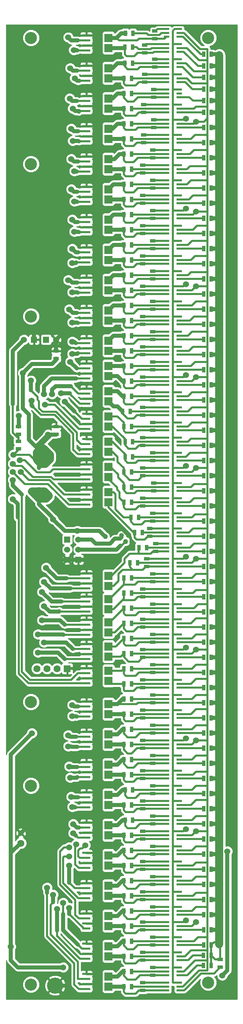
<source format=gtl>
G04 (created by PCBNEW-RS274X (2010-00-09 BZR 23xx)-stable) date Mon 07 Nov 2011 19:42:29 CET*
G01*
G70*
G90*
%MOIN*%
G04 Gerber Fmt 3.4, Leading zero omitted, Abs format*
%FSLAX34Y34*%
G04 APERTURE LIST*
%ADD10C,0.006000*%
%ADD11R,0.035000X0.055000*%
%ADD12C,0.120000*%
%ADD13R,0.055000X0.035000*%
%ADD14R,0.060000X0.060000*%
%ADD15C,0.060000*%
%ADD16R,0.070000X0.070000*%
%ADD17C,0.070000*%
%ADD18R,0.078700X0.023600*%
%ADD19R,0.078700X0.083600*%
%ADD20C,0.160000*%
%ADD21C,0.055000*%
%ADD22R,0.055100X0.019700*%
%ADD23C,0.050000*%
%ADD24C,0.035000*%
%ADD25C,0.059100*%
%ADD26C,0.080000*%
%ADD27C,0.040000*%
%ADD28C,0.020000*%
%ADD29C,0.030000*%
%ADD30C,0.010000*%
G04 APERTURE END LIST*
G54D10*
G54D11*
X39400Y-21075D03*
X38650Y-21075D03*
X39400Y-19575D03*
X38650Y-19575D03*
X39400Y-18075D03*
X38650Y-18075D03*
X39400Y-16925D03*
X38650Y-16925D03*
X39400Y-15775D03*
X38650Y-15775D03*
X39400Y-14625D03*
X38650Y-14625D03*
X39400Y-13475D03*
X38650Y-13475D03*
X39400Y-12325D03*
X38650Y-12325D03*
G54D12*
X39100Y-10700D03*
G54D13*
X40300Y-102025D03*
X40300Y-102775D03*
G54D11*
X39375Y-102600D03*
X38625Y-102600D03*
X39375Y-101600D03*
X38625Y-101600D03*
X39400Y-100575D03*
X38650Y-100575D03*
X39400Y-99075D03*
X38650Y-99075D03*
X39400Y-97575D03*
X38650Y-97575D03*
X39400Y-96075D03*
X38650Y-96075D03*
X39400Y-94575D03*
X38650Y-94575D03*
X39400Y-93075D03*
X38650Y-93075D03*
X39400Y-91575D03*
X38650Y-91575D03*
X39400Y-90075D03*
X38650Y-90075D03*
X39400Y-88575D03*
X38650Y-88575D03*
X39400Y-87075D03*
X38650Y-87075D03*
X39400Y-85575D03*
X38650Y-85575D03*
X39400Y-84075D03*
X38650Y-84075D03*
X39400Y-82575D03*
X38650Y-82575D03*
X39400Y-81075D03*
X38650Y-81075D03*
X39400Y-79575D03*
X38650Y-79575D03*
X39400Y-78075D03*
X38650Y-78075D03*
X39400Y-76575D03*
X38650Y-76575D03*
X39400Y-75075D03*
X38650Y-75075D03*
X39400Y-73575D03*
X38650Y-73575D03*
X39400Y-72075D03*
X38650Y-72075D03*
X39400Y-70575D03*
X38650Y-70575D03*
X39400Y-69075D03*
X38650Y-69075D03*
X39400Y-67575D03*
X38650Y-67575D03*
X39400Y-66075D03*
X38650Y-66075D03*
X39400Y-64575D03*
X38650Y-64575D03*
X39400Y-63075D03*
X38650Y-63075D03*
X39400Y-61575D03*
X38650Y-61575D03*
X39400Y-60075D03*
X38650Y-60075D03*
X39400Y-58575D03*
X38650Y-58575D03*
X31475Y-104700D03*
X30725Y-104700D03*
G54D13*
X32600Y-104325D03*
X32600Y-105075D03*
G54D11*
X31475Y-103200D03*
X30725Y-103200D03*
G54D13*
X33600Y-102825D03*
X33600Y-103575D03*
G54D11*
X31475Y-101700D03*
X30725Y-101700D03*
G54D13*
X32600Y-101325D03*
X32600Y-102075D03*
G54D11*
X31475Y-100200D03*
X30725Y-100200D03*
G54D13*
X33600Y-99825D03*
X33600Y-100575D03*
G54D11*
X31475Y-98700D03*
X30725Y-98700D03*
G54D13*
X32600Y-98325D03*
X32600Y-99075D03*
G54D11*
X31475Y-97200D03*
X30725Y-97200D03*
G54D13*
X33600Y-96825D03*
X33600Y-97575D03*
G54D11*
X31475Y-95700D03*
X30725Y-95700D03*
G54D13*
X32600Y-95325D03*
X32600Y-96075D03*
G54D11*
X31475Y-94200D03*
X30725Y-94200D03*
G54D13*
X33600Y-93825D03*
X33600Y-94575D03*
G54D11*
X31475Y-92700D03*
X30725Y-92700D03*
G54D13*
X32600Y-92325D03*
X32600Y-93075D03*
G54D11*
X31475Y-91200D03*
X30725Y-91200D03*
G54D13*
X33600Y-90825D03*
X33600Y-91575D03*
G54D11*
X31475Y-89700D03*
X30725Y-89700D03*
G54D13*
X32600Y-89325D03*
X32600Y-90075D03*
G54D11*
X31600Y-88200D03*
X30850Y-88200D03*
G54D13*
X33600Y-87825D03*
X33600Y-88575D03*
G54D11*
X31475Y-86700D03*
X30725Y-86700D03*
G54D13*
X32600Y-86325D03*
X32600Y-87075D03*
G54D11*
X31600Y-85200D03*
X30850Y-85200D03*
G54D13*
X33600Y-84825D03*
X33600Y-85575D03*
G54D11*
X31475Y-83700D03*
X30725Y-83700D03*
G54D13*
X32600Y-83325D03*
X32600Y-84075D03*
G54D11*
X31475Y-82200D03*
X30725Y-82200D03*
G54D13*
X33600Y-81825D03*
X33600Y-82575D03*
G54D11*
X31475Y-80700D03*
X30725Y-80700D03*
G54D13*
X32600Y-80325D03*
X32600Y-81075D03*
G54D11*
X31475Y-79200D03*
X30725Y-79200D03*
G54D13*
X33600Y-78825D03*
X33600Y-79575D03*
G54D11*
X31475Y-77700D03*
X30725Y-77700D03*
G54D13*
X32600Y-77325D03*
X32600Y-78075D03*
G54D11*
X31475Y-76200D03*
X30725Y-76200D03*
G54D13*
X33600Y-75825D03*
X33600Y-76575D03*
G54D11*
X31475Y-74700D03*
X30725Y-74700D03*
G54D13*
X32600Y-74325D03*
X32600Y-75075D03*
G54D11*
X31475Y-73200D03*
X30725Y-73200D03*
G54D13*
X33600Y-72825D03*
X33600Y-73575D03*
G54D11*
X31475Y-71700D03*
X30725Y-71700D03*
G54D13*
X32600Y-71325D03*
X32600Y-72075D03*
G54D11*
X31475Y-70200D03*
X30725Y-70200D03*
G54D13*
X33600Y-69825D03*
X33600Y-70575D03*
G54D11*
X31475Y-68700D03*
X30725Y-68700D03*
G54D13*
X32600Y-68325D03*
X32600Y-69075D03*
G54D11*
X31475Y-67200D03*
X30725Y-67200D03*
G54D13*
X33600Y-66825D03*
X33600Y-67575D03*
G54D11*
X31475Y-65700D03*
X30725Y-65700D03*
G54D13*
X32600Y-65325D03*
X32600Y-66075D03*
G54D11*
X31475Y-64200D03*
X30725Y-64200D03*
G54D13*
X33600Y-63825D03*
X33600Y-64575D03*
G54D11*
X32075Y-62700D03*
X31325Y-62700D03*
G54D13*
X33000Y-62325D03*
X33000Y-63075D03*
G54D11*
X32975Y-61200D03*
X32225Y-61200D03*
G54D13*
X33900Y-60825D03*
X33900Y-61575D03*
G54D11*
X32550Y-59700D03*
X31800Y-59700D03*
G54D13*
X33300Y-59325D03*
X33300Y-60075D03*
G54D11*
X32175Y-58200D03*
X31425Y-58200D03*
G54D13*
X33600Y-57825D03*
X33600Y-58575D03*
G54D11*
X39400Y-57075D03*
X38650Y-57075D03*
X39400Y-55575D03*
X38650Y-55575D03*
X39400Y-54075D03*
X38650Y-54075D03*
X39400Y-52575D03*
X38650Y-52575D03*
X39400Y-51075D03*
X38650Y-51075D03*
X39400Y-49575D03*
X38650Y-49575D03*
X39400Y-48075D03*
X38650Y-48075D03*
X39400Y-46575D03*
X38650Y-46575D03*
X39400Y-45075D03*
X38650Y-45075D03*
X39400Y-43575D03*
X38650Y-43575D03*
X39400Y-42075D03*
X38650Y-42075D03*
X39400Y-40575D03*
X38650Y-40575D03*
X39400Y-39075D03*
X38650Y-39075D03*
X39400Y-37575D03*
X38650Y-37575D03*
X39400Y-36075D03*
X38650Y-36075D03*
X39400Y-34575D03*
X38650Y-34575D03*
X39400Y-33075D03*
X38650Y-33075D03*
X39400Y-31575D03*
X38650Y-31575D03*
X39400Y-30075D03*
X38650Y-30075D03*
X39400Y-28575D03*
X38650Y-28575D03*
X39400Y-27075D03*
X38650Y-27075D03*
X39400Y-25575D03*
X38650Y-25575D03*
X39400Y-24075D03*
X38650Y-24075D03*
X39400Y-22575D03*
X38650Y-22575D03*
X31475Y-56700D03*
X30725Y-56700D03*
G54D13*
X32600Y-56325D03*
X32600Y-57075D03*
G54D11*
X31475Y-55200D03*
X30725Y-55200D03*
G54D13*
X33700Y-54825D03*
X33700Y-55575D03*
G54D11*
X31475Y-53700D03*
X30725Y-53700D03*
G54D13*
X32600Y-53325D03*
X32600Y-54075D03*
G54D11*
X31600Y-52200D03*
X30850Y-52200D03*
G54D13*
X33600Y-51825D03*
X33600Y-52575D03*
G54D11*
X31600Y-50700D03*
X30850Y-50700D03*
G54D13*
X32600Y-50325D03*
X32600Y-51075D03*
G54D11*
X31475Y-49200D03*
X30725Y-49200D03*
G54D13*
X33600Y-48825D03*
X33600Y-49575D03*
G54D11*
X31350Y-47700D03*
X30600Y-47700D03*
G54D13*
X32600Y-47325D03*
X32600Y-48075D03*
G54D11*
X31475Y-46200D03*
X30725Y-46200D03*
G54D13*
X33600Y-45825D03*
X33600Y-46575D03*
G54D11*
X31475Y-44700D03*
X30725Y-44700D03*
G54D13*
X32600Y-44325D03*
X32600Y-45075D03*
G54D11*
X31475Y-43200D03*
X30725Y-43200D03*
G54D13*
X33600Y-42825D03*
X33600Y-43575D03*
G54D11*
X31475Y-41700D03*
X30725Y-41700D03*
G54D13*
X32600Y-41325D03*
X32600Y-42075D03*
G54D11*
X31475Y-40200D03*
X30725Y-40200D03*
G54D13*
X33600Y-39825D03*
X33600Y-40575D03*
G54D11*
X31475Y-38700D03*
X30725Y-38700D03*
G54D13*
X32600Y-38325D03*
X32600Y-39075D03*
G54D11*
X31475Y-37200D03*
X30725Y-37200D03*
G54D13*
X33600Y-36825D03*
X33600Y-37575D03*
G54D11*
X31475Y-35700D03*
X30725Y-35700D03*
G54D13*
X32600Y-35325D03*
X32600Y-36075D03*
G54D11*
X31475Y-34200D03*
X30725Y-34200D03*
G54D13*
X33600Y-33825D03*
X33600Y-34575D03*
G54D11*
X31475Y-32700D03*
X30725Y-32700D03*
G54D13*
X32600Y-32325D03*
X32600Y-33075D03*
G54D11*
X31475Y-31200D03*
X30725Y-31200D03*
G54D13*
X33600Y-30825D03*
X33600Y-31575D03*
G54D11*
X31475Y-29700D03*
X30725Y-29700D03*
G54D13*
X32600Y-29325D03*
X32600Y-30075D03*
G54D11*
X31475Y-28200D03*
X30725Y-28200D03*
G54D13*
X33600Y-27825D03*
X33600Y-28575D03*
G54D11*
X31475Y-26700D03*
X30725Y-26700D03*
G54D13*
X32600Y-26325D03*
X32600Y-27075D03*
G54D11*
X31475Y-25200D03*
X30725Y-25200D03*
G54D13*
X33600Y-24825D03*
X33600Y-25575D03*
G54D11*
X31475Y-23700D03*
X30725Y-23700D03*
G54D13*
X32600Y-23325D03*
X32600Y-24075D03*
G54D11*
X31475Y-22200D03*
X30725Y-22200D03*
G54D13*
X33600Y-21825D03*
X33600Y-22575D03*
G54D11*
X31475Y-20700D03*
X30725Y-20700D03*
G54D13*
X32700Y-20325D03*
X32700Y-21075D03*
G54D11*
X31475Y-19200D03*
X30725Y-19200D03*
G54D13*
X33700Y-18825D03*
X33700Y-19575D03*
G54D11*
X31475Y-17700D03*
X30725Y-17700D03*
G54D13*
X32700Y-17325D03*
X32700Y-18075D03*
G54D11*
X31475Y-16200D03*
X30725Y-16200D03*
G54D13*
X33700Y-15825D03*
X33700Y-16575D03*
G54D11*
X31475Y-14700D03*
X30725Y-14700D03*
G54D13*
X32800Y-14325D03*
X32800Y-15075D03*
G54D11*
X31575Y-13200D03*
X30825Y-13200D03*
G54D13*
X33800Y-12825D03*
X33800Y-13575D03*
G54D11*
X31575Y-11600D03*
X30825Y-11600D03*
G54D13*
X32800Y-11425D03*
X32800Y-12175D03*
G54D11*
X31625Y-10250D03*
X30875Y-10250D03*
G54D13*
X33800Y-10025D03*
X33800Y-10775D03*
G54D14*
X25100Y-60400D03*
G54D15*
X25100Y-61400D03*
X25100Y-62400D03*
G54D16*
X25100Y-73200D03*
G54D17*
X24100Y-73200D03*
X23100Y-73200D03*
X22100Y-73200D03*
G54D18*
X27000Y-10450D03*
X27000Y-10950D03*
X27000Y-11450D03*
X27000Y-11950D03*
G54D19*
X29200Y-11700D03*
X29200Y-10700D03*
G54D18*
X27000Y-13450D03*
X27000Y-13950D03*
X27000Y-14450D03*
X27000Y-14950D03*
G54D19*
X29200Y-14700D03*
X29200Y-13700D03*
G54D18*
X27000Y-19450D03*
X27000Y-19950D03*
X27000Y-20450D03*
X27000Y-20950D03*
G54D19*
X29200Y-20700D03*
X29200Y-19700D03*
G54D18*
X27000Y-16450D03*
X27000Y-16950D03*
X27000Y-17450D03*
X27000Y-17950D03*
G54D19*
X29200Y-17700D03*
X29200Y-16700D03*
G54D18*
X27000Y-28450D03*
X27000Y-28950D03*
X27000Y-29450D03*
X27000Y-29950D03*
G54D19*
X29200Y-29700D03*
X29200Y-28700D03*
G54D18*
X27000Y-31450D03*
X27000Y-31950D03*
X27000Y-32450D03*
X27000Y-32950D03*
G54D19*
X29200Y-32700D03*
X29200Y-31700D03*
G54D18*
X27000Y-25450D03*
X27000Y-25950D03*
X27000Y-26450D03*
X27000Y-26950D03*
G54D19*
X29200Y-26700D03*
X29200Y-25700D03*
G54D18*
X27000Y-22450D03*
X27000Y-22950D03*
X27000Y-23450D03*
X27000Y-23950D03*
G54D19*
X29200Y-23700D03*
X29200Y-22700D03*
G54D18*
X27000Y-45450D03*
X27000Y-45950D03*
X27000Y-46450D03*
X27000Y-46950D03*
G54D19*
X29200Y-46700D03*
X29200Y-45700D03*
G54D18*
X27000Y-47950D03*
X27000Y-48450D03*
X27000Y-48950D03*
X27000Y-49450D03*
G54D19*
X29200Y-49200D03*
X29200Y-48200D03*
G54D18*
X27000Y-52950D03*
X27000Y-53450D03*
X27000Y-53950D03*
X27000Y-54450D03*
G54D19*
X29200Y-54200D03*
X29200Y-53200D03*
G54D18*
X27000Y-50450D03*
X27000Y-50950D03*
X27000Y-51450D03*
X27000Y-51950D03*
G54D19*
X29200Y-51700D03*
X29200Y-50700D03*
G54D18*
X27000Y-40450D03*
X27000Y-40950D03*
X27000Y-41450D03*
X27000Y-41950D03*
G54D19*
X29200Y-41700D03*
X29200Y-40700D03*
G54D18*
X27000Y-42950D03*
X27000Y-43450D03*
X27000Y-43950D03*
X27000Y-44450D03*
G54D19*
X29200Y-44200D03*
X29200Y-43200D03*
G54D18*
X27000Y-37450D03*
X27000Y-37950D03*
X27000Y-38450D03*
X27000Y-38950D03*
G54D19*
X29200Y-38700D03*
X29200Y-37700D03*
G54D18*
X27000Y-34450D03*
X27000Y-34950D03*
X27000Y-35450D03*
X27000Y-35950D03*
G54D19*
X29200Y-35700D03*
X29200Y-34700D03*
G54D18*
X27000Y-82450D03*
X27000Y-82950D03*
X27000Y-83450D03*
X27000Y-83950D03*
G54D19*
X29200Y-83700D03*
X29200Y-82700D03*
G54D18*
X27000Y-85450D03*
X27000Y-85950D03*
X27000Y-86450D03*
X27000Y-86950D03*
G54D19*
X29200Y-86700D03*
X29200Y-85700D03*
G54D18*
X27000Y-91450D03*
X27000Y-91950D03*
X27000Y-92450D03*
X27000Y-92950D03*
G54D19*
X29200Y-92700D03*
X29200Y-91700D03*
G54D18*
X27000Y-88450D03*
X27000Y-88950D03*
X27000Y-89450D03*
X27000Y-89950D03*
G54D19*
X29200Y-89700D03*
X29200Y-88700D03*
G54D18*
X27000Y-100450D03*
X27000Y-100950D03*
X27000Y-101450D03*
X27000Y-101950D03*
G54D19*
X29200Y-101700D03*
X29200Y-100700D03*
G54D18*
X27000Y-103450D03*
X27000Y-103950D03*
X27000Y-104450D03*
X27000Y-104950D03*
G54D19*
X29200Y-104700D03*
X29200Y-103700D03*
G54D18*
X27000Y-97450D03*
X27000Y-97950D03*
X27000Y-98450D03*
X27000Y-98950D03*
G54D19*
X29200Y-98700D03*
X29200Y-97700D03*
G54D18*
X27000Y-94450D03*
X27000Y-94950D03*
X27000Y-95450D03*
X27000Y-95950D03*
G54D19*
X29200Y-95700D03*
X29200Y-94700D03*
G54D18*
X27000Y-70750D03*
X27000Y-71250D03*
X27000Y-71750D03*
X27000Y-72250D03*
G54D19*
X29200Y-72000D03*
X29200Y-71000D03*
G54D18*
X27000Y-73150D03*
X27000Y-73650D03*
X27000Y-74150D03*
X27000Y-74650D03*
G54D19*
X29200Y-74400D03*
X29200Y-73400D03*
G54D18*
X27000Y-79450D03*
X27000Y-79950D03*
X27000Y-80450D03*
X27000Y-80950D03*
G54D19*
X29200Y-80700D03*
X29200Y-79700D03*
G54D18*
X27000Y-76450D03*
X27000Y-76950D03*
X27000Y-77450D03*
X27000Y-77950D03*
G54D19*
X29200Y-77700D03*
X29200Y-76700D03*
G54D18*
X27000Y-66050D03*
X27000Y-66550D03*
X27000Y-67050D03*
X27000Y-67550D03*
G54D19*
X29200Y-67300D03*
X29200Y-66300D03*
G54D18*
X27000Y-68350D03*
X27000Y-68850D03*
X27000Y-69350D03*
X27000Y-69850D03*
G54D19*
X29200Y-69600D03*
X29200Y-68600D03*
G54D18*
X27000Y-63750D03*
X27000Y-64250D03*
X27000Y-64750D03*
X27000Y-65250D03*
G54D19*
X29200Y-65000D03*
X29200Y-64000D03*
G54D18*
X27000Y-55450D03*
X27000Y-55950D03*
X27000Y-56450D03*
X27000Y-56950D03*
G54D19*
X29200Y-56700D03*
X29200Y-55700D03*
G54D13*
X20250Y-49225D03*
X20250Y-49975D03*
X20250Y-50675D03*
X20250Y-51425D03*
G54D14*
X21800Y-40600D03*
G54D15*
X20800Y-40600D03*
G54D14*
X23000Y-40600D03*
G54D15*
X24000Y-40600D03*
G54D13*
X24000Y-42475D03*
X24000Y-41725D03*
X24000Y-49975D03*
X24000Y-49225D03*
G54D14*
X26200Y-62400D03*
G54D15*
X26200Y-61400D03*
X26200Y-60400D03*
G54D20*
X23900Y-104600D03*
G54D17*
X20500Y-90500D03*
G54D21*
X20500Y-89500D03*
G54D12*
X21500Y-23200D03*
X21500Y-10700D03*
X21500Y-104500D03*
X39100Y-104300D03*
G54D22*
X34970Y-09826D03*
X34970Y-10200D03*
X34970Y-10574D03*
X36230Y-10574D03*
X36230Y-10200D03*
X36230Y-09826D03*
X34970Y-11326D03*
X34970Y-11700D03*
X34970Y-12074D03*
X36230Y-12074D03*
X36230Y-11700D03*
X36230Y-11326D03*
X34970Y-14326D03*
X34970Y-14700D03*
X34970Y-15074D03*
X36230Y-15074D03*
X36230Y-14700D03*
X36230Y-14326D03*
X34970Y-12826D03*
X34970Y-13200D03*
X34970Y-13574D03*
X36230Y-13574D03*
X36230Y-13200D03*
X36230Y-12826D03*
X34970Y-18826D03*
X34970Y-19200D03*
X34970Y-19574D03*
X36230Y-19574D03*
X36230Y-19200D03*
X36230Y-18826D03*
X34970Y-20326D03*
X34970Y-20700D03*
X34970Y-21074D03*
X36230Y-21074D03*
X36230Y-20700D03*
X36230Y-20326D03*
X34970Y-17326D03*
X34970Y-17700D03*
X34970Y-18074D03*
X36230Y-18074D03*
X36230Y-17700D03*
X36230Y-17326D03*
X34970Y-15826D03*
X34970Y-16200D03*
X34970Y-16574D03*
X36230Y-16574D03*
X36230Y-16200D03*
X36230Y-15826D03*
X34970Y-27826D03*
X34970Y-28200D03*
X34970Y-28574D03*
X36230Y-28574D03*
X36230Y-28200D03*
X36230Y-27826D03*
X34970Y-29326D03*
X34970Y-29700D03*
X34970Y-30074D03*
X36230Y-30074D03*
X36230Y-29700D03*
X36230Y-29326D03*
X34970Y-32326D03*
X34970Y-32700D03*
X34970Y-33074D03*
X36230Y-33074D03*
X36230Y-32700D03*
X36230Y-32326D03*
X34970Y-30826D03*
X34970Y-31200D03*
X34970Y-31574D03*
X36230Y-31574D03*
X36230Y-31200D03*
X36230Y-30826D03*
X34970Y-24826D03*
X34970Y-25200D03*
X34970Y-25574D03*
X36230Y-25574D03*
X36230Y-25200D03*
X36230Y-24826D03*
X34970Y-26326D03*
X34970Y-26700D03*
X34970Y-27074D03*
X36230Y-27074D03*
X36230Y-26700D03*
X36230Y-26326D03*
X34970Y-23326D03*
X34970Y-23700D03*
X34970Y-24074D03*
X36230Y-24074D03*
X36230Y-23700D03*
X36230Y-23326D03*
X34970Y-21826D03*
X34970Y-22200D03*
X34970Y-22574D03*
X36230Y-22574D03*
X36230Y-22200D03*
X36230Y-21826D03*
X34970Y-45826D03*
X34970Y-46200D03*
X34970Y-46574D03*
X36230Y-46574D03*
X36230Y-46200D03*
X36230Y-45826D03*
X34970Y-47326D03*
X34970Y-47700D03*
X34970Y-48074D03*
X36230Y-48074D03*
X36230Y-47700D03*
X36230Y-47326D03*
X34970Y-50326D03*
X34970Y-50700D03*
X34970Y-51074D03*
X36230Y-51074D03*
X36230Y-50700D03*
X36230Y-50326D03*
X34970Y-48826D03*
X34970Y-49200D03*
X34970Y-49574D03*
X36230Y-49574D03*
X36230Y-49200D03*
X36230Y-48826D03*
X34970Y-54826D03*
X34970Y-55200D03*
X34970Y-55574D03*
X36230Y-55574D03*
X36230Y-55200D03*
X36230Y-54826D03*
X34970Y-56326D03*
X34970Y-56700D03*
X34970Y-57074D03*
X36230Y-57074D03*
X36230Y-56700D03*
X36230Y-56326D03*
X34970Y-53326D03*
X34970Y-53700D03*
X34970Y-54074D03*
X36230Y-54074D03*
X36230Y-53700D03*
X36230Y-53326D03*
X34970Y-51826D03*
X34970Y-52200D03*
X34970Y-52574D03*
X36230Y-52574D03*
X36230Y-52200D03*
X36230Y-51826D03*
X34970Y-39826D03*
X34970Y-40200D03*
X34970Y-40574D03*
X36230Y-40574D03*
X36230Y-40200D03*
X36230Y-39826D03*
X34970Y-41326D03*
X34970Y-41700D03*
X34970Y-42074D03*
X36230Y-42074D03*
X36230Y-41700D03*
X36230Y-41326D03*
X34970Y-44326D03*
X34970Y-44700D03*
X34970Y-45074D03*
X36230Y-45074D03*
X36230Y-44700D03*
X36230Y-44326D03*
X34970Y-42826D03*
X34970Y-43200D03*
X34970Y-43574D03*
X36230Y-43574D03*
X36230Y-43200D03*
X36230Y-42826D03*
X34970Y-36826D03*
X34970Y-37200D03*
X34970Y-37574D03*
X36230Y-37574D03*
X36230Y-37200D03*
X36230Y-36826D03*
X34970Y-38326D03*
X34970Y-38700D03*
X34970Y-39074D03*
X36230Y-39074D03*
X36230Y-38700D03*
X36230Y-38326D03*
X34970Y-35326D03*
X34970Y-35700D03*
X34970Y-36074D03*
X36230Y-36074D03*
X36230Y-35700D03*
X36230Y-35326D03*
X34970Y-33826D03*
X34970Y-34200D03*
X34970Y-34574D03*
X36230Y-34574D03*
X36230Y-34200D03*
X36230Y-33826D03*
X34970Y-81826D03*
X34970Y-82200D03*
X34970Y-82574D03*
X36230Y-82574D03*
X36230Y-82200D03*
X36230Y-81826D03*
X34970Y-83326D03*
X34970Y-83700D03*
X34970Y-84074D03*
X36230Y-84074D03*
X36230Y-83700D03*
X36230Y-83326D03*
X34970Y-86326D03*
X34970Y-86700D03*
X34970Y-87074D03*
X36230Y-87074D03*
X36230Y-86700D03*
X36230Y-86326D03*
X34970Y-84826D03*
X34970Y-85200D03*
X34970Y-85574D03*
X36230Y-85574D03*
X36230Y-85200D03*
X36230Y-84826D03*
X34970Y-90826D03*
X34970Y-91200D03*
X34970Y-91574D03*
X36230Y-91574D03*
X36230Y-91200D03*
X36230Y-90826D03*
X34970Y-92326D03*
X34970Y-92700D03*
X34970Y-93074D03*
X36230Y-93074D03*
X36230Y-92700D03*
X36230Y-92326D03*
X34970Y-89326D03*
X34970Y-89700D03*
X34970Y-90074D03*
X36230Y-90074D03*
X36230Y-89700D03*
X36230Y-89326D03*
X34970Y-87826D03*
X34970Y-88200D03*
X34970Y-88574D03*
X36230Y-88574D03*
X36230Y-88200D03*
X36230Y-87826D03*
X34970Y-99826D03*
X34970Y-100200D03*
X34970Y-100574D03*
X36230Y-100574D03*
X36230Y-100200D03*
X36230Y-99826D03*
X34970Y-101326D03*
X34970Y-101700D03*
X34970Y-102074D03*
X36230Y-102074D03*
X36230Y-101700D03*
X36230Y-101326D03*
X34970Y-104326D03*
X34970Y-104700D03*
X34970Y-105074D03*
X36230Y-105074D03*
X36230Y-104700D03*
X36230Y-104326D03*
X34970Y-102826D03*
X34970Y-103200D03*
X34970Y-103574D03*
X36230Y-103574D03*
X36230Y-103200D03*
X36230Y-102826D03*
X34970Y-96826D03*
X34970Y-97200D03*
X34970Y-97574D03*
X36230Y-97574D03*
X36230Y-97200D03*
X36230Y-96826D03*
X34970Y-98326D03*
X34970Y-98700D03*
X34970Y-99074D03*
X36230Y-99074D03*
X36230Y-98700D03*
X36230Y-98326D03*
X34970Y-95326D03*
X34970Y-95700D03*
X34970Y-96074D03*
X36230Y-96074D03*
X36230Y-95700D03*
X36230Y-95326D03*
X34970Y-93826D03*
X34970Y-94200D03*
X34970Y-94574D03*
X36230Y-94574D03*
X36230Y-94200D03*
X36230Y-93826D03*
X34970Y-69826D03*
X34970Y-70200D03*
X34970Y-70574D03*
X36230Y-70574D03*
X36230Y-70200D03*
X36230Y-69826D03*
X34970Y-71326D03*
X34970Y-71700D03*
X34970Y-72074D03*
X36230Y-72074D03*
X36230Y-71700D03*
X36230Y-71326D03*
X34970Y-74326D03*
X34970Y-74700D03*
X34970Y-75074D03*
X36230Y-75074D03*
X36230Y-74700D03*
X36230Y-74326D03*
X34970Y-72826D03*
X34970Y-73200D03*
X34970Y-73574D03*
X36230Y-73574D03*
X36230Y-73200D03*
X36230Y-72826D03*
X34970Y-78826D03*
X34970Y-79200D03*
X34970Y-79574D03*
X36230Y-79574D03*
X36230Y-79200D03*
X36230Y-78826D03*
X34970Y-80326D03*
X34970Y-80700D03*
X34970Y-81074D03*
X36230Y-81074D03*
X36230Y-80700D03*
X36230Y-80326D03*
X34970Y-77326D03*
X34970Y-77700D03*
X34970Y-78074D03*
X36230Y-78074D03*
X36230Y-77700D03*
X36230Y-77326D03*
X34970Y-75826D03*
X34970Y-76200D03*
X34970Y-76574D03*
X36230Y-76574D03*
X36230Y-76200D03*
X36230Y-75826D03*
X34970Y-63826D03*
X34970Y-64200D03*
X34970Y-64574D03*
X36230Y-64574D03*
X36230Y-64200D03*
X36230Y-63826D03*
X34970Y-65326D03*
X34970Y-65700D03*
X34970Y-66074D03*
X36230Y-66074D03*
X36230Y-65700D03*
X36230Y-65326D03*
X34970Y-68326D03*
X34970Y-68700D03*
X34970Y-69074D03*
X36230Y-69074D03*
X36230Y-68700D03*
X36230Y-68326D03*
X34970Y-66826D03*
X34970Y-67200D03*
X34970Y-67574D03*
X36230Y-67574D03*
X36230Y-67200D03*
X36230Y-66826D03*
X34970Y-60826D03*
X34970Y-61200D03*
X34970Y-61574D03*
X36230Y-61574D03*
X36230Y-61200D03*
X36230Y-60826D03*
X34970Y-62326D03*
X34970Y-62700D03*
X34970Y-63074D03*
X36230Y-63074D03*
X36230Y-62700D03*
X36230Y-62326D03*
X34970Y-59326D03*
X34970Y-59700D03*
X34970Y-60074D03*
X36230Y-60074D03*
X36230Y-59700D03*
X36230Y-59326D03*
X34970Y-57826D03*
X34970Y-58200D03*
X34970Y-58574D03*
X36230Y-58574D03*
X36230Y-58200D03*
X36230Y-57826D03*
G54D12*
X21500Y-38300D03*
X21500Y-84800D03*
X21500Y-76500D03*
G54D23*
X28875Y-60125D03*
G54D15*
X20700Y-43900D03*
X19750Y-52000D03*
G54D24*
X22300Y-55400D03*
G54D15*
X26100Y-59550D03*
X23700Y-58400D03*
X23200Y-50000D03*
X40200Y-98300D03*
X40200Y-97000D03*
X40200Y-95200D03*
X40200Y-93400D03*
X37900Y-98300D03*
X37900Y-89300D03*
X37900Y-80300D03*
X37900Y-71300D03*
X37900Y-62300D03*
X37900Y-53300D03*
X37900Y-44300D03*
X37900Y-35300D03*
X37900Y-27900D03*
X37900Y-19000D03*
X25200Y-10650D03*
X25750Y-11900D03*
X25500Y-25700D03*
X25800Y-26900D03*
X25600Y-28700D03*
X25800Y-29900D03*
X25600Y-31600D03*
X25600Y-33000D03*
X25200Y-34700D03*
X25600Y-35900D03*
X25300Y-37600D03*
X25600Y-38900D03*
X25400Y-13700D03*
X25600Y-40800D03*
X25600Y-42000D03*
X25400Y-42800D03*
X22775Y-46025D03*
X23600Y-46000D03*
X24500Y-45900D03*
X24850Y-46750D03*
X22900Y-47050D03*
X21500Y-44650D03*
X21550Y-46650D03*
X25850Y-14700D03*
X20400Y-52550D03*
X19700Y-52900D03*
X20500Y-53700D03*
X19700Y-53700D03*
X23000Y-63200D03*
X22800Y-64600D03*
X22600Y-65600D03*
X22800Y-67000D03*
X22600Y-68400D03*
X22200Y-69800D03*
X25350Y-16700D03*
X22800Y-70600D03*
X22200Y-71600D03*
X19700Y-54500D03*
X19700Y-56400D03*
X25600Y-76800D03*
X25600Y-77900D03*
X25200Y-79800D03*
X25200Y-80900D03*
X25300Y-82900D03*
X25400Y-84000D03*
X25650Y-17700D03*
X25500Y-85900D03*
X25600Y-86900D03*
X25700Y-88600D03*
X25700Y-89500D03*
X26900Y-90700D03*
X26000Y-90600D03*
X25300Y-92700D03*
X25300Y-91800D03*
X25300Y-90900D03*
X25300Y-96900D03*
X25500Y-19700D03*
X24700Y-96400D03*
X24100Y-97000D03*
X23700Y-95600D03*
X23100Y-94900D03*
X25650Y-20900D03*
X25500Y-22700D03*
X25800Y-23900D03*
G54D25*
X36900Y-98150D03*
G54D15*
X36900Y-89100D03*
X36900Y-80100D03*
X36900Y-71100D03*
X36900Y-62100D03*
X36900Y-53100D03*
X36900Y-44100D03*
X36900Y-35100D03*
X36900Y-27600D03*
X36900Y-18700D03*
G54D25*
X29000Y-99700D03*
G54D15*
X25900Y-68250D03*
X28100Y-67050D03*
X28000Y-42100D03*
X23350Y-60700D03*
X25300Y-104900D03*
X25700Y-99000D03*
X22600Y-49600D03*
X20300Y-48150D03*
G54D23*
X30900Y-60600D03*
G54D15*
X40500Y-103600D03*
X41000Y-91300D03*
G54D23*
X30500Y-60000D03*
G54D15*
X21600Y-79600D03*
X24700Y-102800D03*
X19500Y-100750D03*
G54D26*
X21600Y-55650D02*
X22850Y-55650D01*
X22300Y-56350D02*
X21600Y-55650D01*
X23025Y-56350D02*
X22300Y-56350D01*
X23250Y-56125D02*
X23025Y-56350D01*
X23250Y-56050D02*
X23250Y-56125D01*
X22850Y-55650D02*
X23250Y-56050D01*
G54D27*
X40200Y-100575D02*
X40125Y-100500D01*
X25800Y-23900D02*
X26000Y-23900D01*
X26050Y-23950D02*
X25800Y-23900D01*
X26000Y-23900D02*
X26050Y-23950D01*
G54D28*
X28763Y-60013D02*
X28875Y-60125D01*
G54D27*
X28175Y-59550D02*
X28300Y-59550D01*
X28300Y-59550D02*
X28763Y-60013D01*
X22075Y-51300D02*
X21275Y-50500D01*
X21275Y-48000D02*
X21075Y-47800D01*
X21275Y-50500D02*
X21275Y-48000D01*
X20700Y-43900D02*
X20700Y-47425D01*
X20700Y-47425D02*
X21075Y-47800D01*
G54D26*
X23375Y-52450D02*
X23375Y-52025D01*
X23375Y-52025D02*
X22725Y-51375D01*
X22075Y-51775D02*
X22075Y-52475D01*
X23075Y-52450D02*
X22650Y-52025D01*
X23375Y-52450D02*
X23075Y-52450D01*
X22925Y-52900D02*
X23375Y-52450D01*
X22500Y-52900D02*
X22925Y-52900D01*
X22075Y-52475D02*
X22500Y-52900D01*
G54D28*
X22400Y-52200D02*
X22300Y-52200D01*
X22300Y-52300D02*
X22400Y-52200D01*
X22200Y-52400D02*
X22300Y-52300D01*
G54D27*
X24000Y-42475D02*
X24000Y-42600D01*
X21600Y-43000D02*
X20700Y-43900D01*
X23600Y-43000D02*
X21600Y-43000D01*
X24000Y-42600D02*
X23600Y-43000D01*
G54D28*
X20250Y-51425D02*
X20250Y-51500D01*
X20250Y-51500D02*
X19750Y-52000D01*
X21750Y-52400D02*
X22300Y-52400D01*
X21350Y-52000D02*
X21750Y-52400D01*
X19750Y-52000D02*
X21350Y-52000D01*
G54D27*
X22300Y-53300D02*
X22300Y-52400D01*
X22300Y-52400D02*
X22300Y-52200D01*
X22300Y-52200D02*
X22300Y-51200D01*
X22300Y-51200D02*
X23500Y-50000D01*
X26750Y-59550D02*
X26100Y-59550D01*
X26100Y-59550D02*
X24850Y-59550D01*
X24850Y-59550D02*
X23700Y-58400D01*
G54D28*
X23700Y-58400D02*
X23700Y-58300D01*
G54D27*
X22300Y-56900D02*
X22300Y-55400D01*
X23450Y-58050D02*
X22300Y-56900D01*
X23700Y-58300D02*
X23450Y-58050D01*
G54D28*
X22100Y-52125D02*
X22075Y-52100D01*
X22300Y-52800D02*
X22100Y-52600D01*
X22100Y-52600D02*
X22100Y-52125D01*
G54D27*
X23200Y-50000D02*
X23500Y-50000D01*
X23500Y-50000D02*
X23975Y-50000D01*
G54D28*
X23975Y-50000D02*
X24000Y-49975D01*
G54D27*
X22075Y-52100D02*
X22075Y-51775D01*
X22075Y-51775D02*
X22075Y-51300D01*
X22075Y-51300D02*
X22075Y-51125D01*
G54D28*
X22075Y-51125D02*
X22125Y-51075D01*
G54D27*
X22125Y-51075D02*
X22400Y-50800D01*
X22400Y-50800D02*
X23200Y-50000D01*
X26750Y-59550D02*
X28175Y-59550D01*
G54D29*
X39600Y-99075D02*
X39400Y-99075D01*
X39600Y-97575D02*
X39400Y-97575D01*
X39600Y-96075D02*
X39400Y-96075D01*
X39600Y-94575D02*
X39400Y-94575D01*
X39600Y-93075D02*
X39400Y-93075D01*
G54D27*
X39600Y-93075D02*
X40200Y-93075D01*
G54D29*
X39625Y-91575D02*
X39400Y-91575D01*
X39625Y-90075D02*
X39400Y-90075D01*
X39625Y-88575D02*
X39400Y-88575D01*
X39600Y-87075D02*
X39400Y-87075D01*
X39600Y-85575D02*
X39400Y-85575D01*
X39625Y-84075D02*
X39400Y-84075D01*
X39600Y-82575D02*
X39400Y-82575D01*
X39600Y-81075D02*
X39400Y-81075D01*
X39600Y-79575D02*
X39400Y-79575D01*
X39625Y-78075D02*
X39400Y-78075D01*
X39600Y-76575D02*
X39400Y-76575D01*
X39600Y-75075D02*
X39400Y-75075D01*
X39625Y-73575D02*
X39400Y-73575D01*
X39600Y-72075D02*
X39400Y-72075D01*
X39600Y-70575D02*
X39400Y-70575D01*
X39600Y-69075D02*
X39400Y-69075D01*
X39600Y-67575D02*
X39400Y-67575D01*
X39625Y-66075D02*
X39400Y-66075D01*
X39600Y-64575D02*
X39400Y-64575D01*
X39600Y-63075D02*
X39400Y-63075D01*
X39625Y-61575D02*
X39400Y-61575D01*
X39600Y-60075D02*
X39400Y-60075D01*
X39600Y-58575D02*
X39400Y-58575D01*
X39600Y-57075D02*
X39400Y-57075D01*
X39600Y-55575D02*
X39400Y-55575D01*
X39625Y-54075D02*
X39400Y-54075D01*
X39600Y-52575D02*
X39400Y-52575D01*
X39600Y-51075D02*
X39400Y-51075D01*
X39625Y-49575D02*
X39400Y-49575D01*
X39625Y-48075D02*
X39400Y-48075D01*
X39625Y-46575D02*
X39400Y-46575D01*
X39600Y-45075D02*
X39400Y-45075D01*
X39600Y-43575D02*
X39400Y-43575D01*
X39600Y-42075D02*
X39400Y-42075D01*
X39600Y-40575D02*
X39400Y-40575D01*
X39600Y-39075D02*
X39400Y-39075D01*
X39625Y-37575D02*
X39400Y-37575D01*
X39600Y-36075D02*
X39400Y-36075D01*
X39625Y-34575D02*
X39400Y-34575D01*
X39600Y-33075D02*
X39400Y-33075D01*
X39600Y-31575D02*
X39400Y-31575D01*
X39625Y-30075D02*
X39400Y-30075D01*
X39600Y-28575D02*
X39400Y-28575D01*
X39625Y-27075D02*
X39400Y-27075D01*
X39625Y-25575D02*
X39400Y-25575D01*
X39600Y-24075D02*
X39400Y-24075D01*
X39625Y-22575D02*
X39400Y-22575D01*
X39625Y-21075D02*
X39400Y-21075D01*
X39625Y-19575D02*
X39400Y-19575D01*
X39600Y-18075D02*
X39400Y-18075D01*
X39600Y-12325D02*
X39400Y-12325D01*
X39600Y-13475D02*
X39400Y-13475D01*
X39650Y-14625D02*
X39400Y-14625D01*
G54D27*
X39975Y-14625D02*
X39650Y-14625D01*
X40075Y-13475D02*
X39600Y-13475D01*
X40000Y-12325D02*
X39600Y-12325D01*
G54D29*
X39625Y-16925D02*
X39400Y-16925D01*
X39600Y-15775D02*
X39400Y-15775D01*
X39400Y-12325D02*
X39575Y-12325D01*
X39400Y-12325D02*
X39575Y-12325D01*
X39575Y-12325D02*
X39400Y-12325D01*
G54D27*
X40000Y-12325D02*
X40125Y-12325D01*
G54D28*
X40200Y-98300D02*
X40200Y-98600D01*
X40200Y-98600D02*
X40300Y-98600D01*
X40300Y-98600D02*
X40200Y-98600D01*
X40200Y-97100D02*
X40200Y-97000D01*
X40200Y-95200D02*
X40200Y-95400D01*
X40200Y-93500D02*
X40200Y-93400D01*
G54D26*
X40200Y-99000D02*
X40200Y-99750D01*
G54D28*
X40300Y-102025D02*
X40300Y-100400D01*
X40300Y-100400D02*
X40200Y-100300D01*
X40200Y-100300D02*
X39675Y-100300D01*
X39675Y-100300D02*
X39400Y-100575D01*
X39375Y-101600D02*
X39375Y-100600D01*
X39375Y-100600D02*
X39400Y-100575D01*
X40300Y-102025D02*
X39800Y-102025D01*
X39800Y-102025D02*
X39375Y-101600D01*
X39375Y-102600D02*
X39375Y-101600D01*
G54D27*
X39600Y-99075D02*
X40200Y-99075D01*
X40200Y-99075D02*
X40125Y-99000D01*
X40125Y-99000D02*
X40100Y-99000D01*
X40100Y-99000D02*
X40200Y-99000D01*
X39600Y-97575D02*
X40200Y-97575D01*
X40000Y-97500D02*
X40200Y-97500D01*
X40125Y-97500D02*
X40000Y-97500D01*
X40200Y-97575D02*
X40125Y-97500D01*
X39600Y-96075D02*
X40200Y-96075D01*
X40000Y-96000D02*
X40200Y-96000D01*
X40125Y-96000D02*
X40000Y-96000D01*
X40200Y-96075D02*
X40125Y-96000D01*
X39600Y-94575D02*
X40200Y-94575D01*
X40000Y-94500D02*
X40200Y-94500D01*
X40125Y-94500D02*
X40000Y-94500D01*
X40200Y-94575D02*
X40125Y-94500D01*
X40000Y-93100D02*
X40200Y-93100D01*
X40175Y-93100D02*
X40000Y-93100D01*
X40200Y-93075D02*
X40175Y-93100D01*
X39625Y-91575D02*
X40200Y-91575D01*
X40100Y-91500D02*
X40200Y-91500D01*
X40125Y-91500D02*
X40100Y-91500D01*
X40200Y-91575D02*
X40125Y-91500D01*
X39625Y-90075D02*
X40200Y-90075D01*
X40200Y-90075D02*
X40200Y-90100D01*
X39625Y-88575D02*
X40200Y-88575D01*
X40300Y-88600D02*
X40200Y-88600D01*
X40225Y-88600D02*
X40300Y-88600D01*
X40200Y-88575D02*
X40225Y-88600D01*
X39600Y-87075D02*
X40200Y-87075D01*
X40200Y-87075D02*
X40200Y-87000D01*
X39600Y-85575D02*
X40200Y-85575D01*
X40100Y-85500D02*
X40200Y-85500D01*
X40125Y-85500D02*
X40100Y-85500D01*
X40200Y-85575D02*
X40125Y-85500D01*
X39625Y-84075D02*
X40200Y-84075D01*
X40200Y-84075D02*
X40200Y-84000D01*
X39600Y-82575D02*
X40200Y-82575D01*
X40300Y-82600D02*
X40200Y-82600D01*
X40225Y-82600D02*
X40300Y-82600D01*
X40200Y-82575D02*
X40225Y-82600D01*
X39600Y-81075D02*
X40200Y-81075D01*
X40100Y-81000D02*
X40200Y-81000D01*
X40125Y-81000D02*
X40100Y-81000D01*
X40200Y-81075D02*
X40125Y-81000D01*
X39600Y-79575D02*
X40200Y-79575D01*
X40000Y-79500D02*
X40200Y-79500D01*
X40125Y-79500D02*
X40000Y-79500D01*
X40200Y-79575D02*
X40125Y-79500D01*
X39625Y-78075D02*
X40200Y-78075D01*
X40100Y-78100D02*
X40200Y-78100D01*
X40175Y-78100D02*
X40100Y-78100D01*
X40200Y-78075D02*
X40175Y-78100D01*
X39600Y-76575D02*
X40200Y-76575D01*
X40100Y-76500D02*
X40200Y-76500D01*
X40125Y-76500D02*
X40100Y-76500D01*
X40200Y-76575D02*
X40125Y-76500D01*
X39600Y-75075D02*
X40200Y-75075D01*
X40000Y-75100D02*
X40200Y-75100D01*
X40175Y-75100D02*
X40000Y-75100D01*
X40200Y-75075D02*
X40175Y-75100D01*
X39625Y-73575D02*
X40200Y-73575D01*
X40000Y-73600D02*
X40200Y-73600D01*
X40175Y-73600D02*
X40000Y-73600D01*
X40200Y-73575D02*
X40175Y-73600D01*
X39600Y-72075D02*
X40200Y-72075D01*
X40200Y-72075D02*
X40200Y-72100D01*
X39600Y-70575D02*
X40200Y-70575D01*
X40100Y-70600D02*
X40200Y-70600D01*
X40175Y-70600D02*
X40100Y-70600D01*
X40200Y-70575D02*
X40175Y-70600D01*
X39600Y-69075D02*
X40200Y-69075D01*
X40000Y-69100D02*
X40200Y-69100D01*
X40175Y-69100D02*
X40000Y-69100D01*
X40200Y-69075D02*
X40175Y-69100D01*
X39600Y-67575D02*
X40200Y-67575D01*
X40000Y-67600D02*
X40200Y-67600D01*
X40175Y-67600D02*
X40000Y-67600D01*
X40200Y-67575D02*
X40175Y-67600D01*
X39625Y-66075D02*
X40200Y-66075D01*
X40100Y-66100D02*
X40200Y-66100D01*
X40175Y-66100D02*
X40100Y-66100D01*
X40200Y-66075D02*
X40175Y-66100D01*
X39600Y-64575D02*
X40200Y-64575D01*
X40200Y-64575D02*
X40200Y-64500D01*
X39600Y-63075D02*
X40200Y-63075D01*
X40300Y-63100D02*
X40200Y-63100D01*
X40225Y-63100D02*
X40300Y-63100D01*
X40200Y-63075D02*
X40225Y-63100D01*
X39625Y-61575D02*
X40200Y-61575D01*
X40100Y-61600D02*
X40200Y-61600D01*
X40175Y-61600D02*
X40100Y-61600D01*
X40200Y-61575D02*
X40175Y-61600D01*
X39600Y-60075D02*
X40200Y-60075D01*
X40100Y-60100D02*
X40200Y-60100D01*
X40175Y-60100D02*
X40100Y-60100D01*
X40200Y-60075D02*
X40175Y-60100D01*
X39600Y-58575D02*
X40200Y-58575D01*
X40100Y-58500D02*
X40200Y-58500D01*
X40125Y-58500D02*
X40100Y-58500D01*
X40200Y-58575D02*
X40125Y-58500D01*
X39600Y-57075D02*
X40200Y-57075D01*
X40300Y-57100D02*
X40200Y-57100D01*
X40225Y-57100D02*
X40300Y-57100D01*
X40200Y-57075D02*
X40225Y-57100D01*
X39600Y-55575D02*
X40200Y-55575D01*
X40100Y-55500D02*
X40200Y-55500D01*
X40125Y-55500D02*
X40100Y-55500D01*
X40200Y-55575D02*
X40125Y-55500D01*
X39625Y-54075D02*
X40200Y-54075D01*
X40100Y-54000D02*
X40200Y-54000D01*
X40125Y-54000D02*
X40100Y-54000D01*
X40200Y-54075D02*
X40125Y-54000D01*
X39600Y-52575D02*
X40200Y-52575D01*
X40000Y-52500D02*
X40200Y-52500D01*
X40125Y-52500D02*
X40000Y-52500D01*
X40200Y-52575D02*
X40125Y-52500D01*
X39600Y-51075D02*
X40200Y-51075D01*
X40100Y-51100D02*
X40200Y-51100D01*
X40175Y-51100D02*
X40100Y-51100D01*
X40200Y-51075D02*
X40175Y-51100D01*
X39625Y-49575D02*
X40200Y-49575D01*
X40100Y-49600D02*
X40200Y-49600D01*
X40175Y-49600D02*
X40100Y-49600D01*
X40200Y-49575D02*
X40175Y-49600D01*
X39625Y-48075D02*
X40200Y-48075D01*
X40000Y-48000D02*
X40200Y-48000D01*
X40125Y-48000D02*
X40000Y-48000D01*
X40200Y-48075D02*
X40125Y-48000D01*
X39625Y-46575D02*
X40200Y-46575D01*
X40100Y-46500D02*
X40200Y-46500D01*
X40125Y-46500D02*
X40100Y-46500D01*
X40200Y-46575D02*
X40125Y-46500D01*
X39600Y-45075D02*
X40200Y-45075D01*
X40100Y-45100D02*
X40200Y-45100D01*
X40175Y-45100D02*
X40100Y-45100D01*
X40200Y-45075D02*
X40175Y-45100D01*
X39600Y-43575D02*
X40200Y-43575D01*
X40100Y-43600D02*
X40200Y-43600D01*
X40175Y-43600D02*
X40100Y-43600D01*
X40200Y-43575D02*
X40175Y-43600D01*
X39600Y-42075D02*
X40200Y-42075D01*
X40100Y-42100D02*
X40200Y-42100D01*
X40175Y-42100D02*
X40100Y-42100D01*
X40200Y-42075D02*
X40175Y-42100D01*
X39600Y-40575D02*
X40200Y-40575D01*
X40100Y-40500D02*
X40200Y-40500D01*
X40125Y-40500D02*
X40100Y-40500D01*
X40200Y-40575D02*
X40125Y-40500D01*
X39600Y-39075D02*
X40200Y-39075D01*
X40100Y-39100D02*
X40200Y-39100D01*
X40175Y-39100D02*
X40100Y-39100D01*
X40200Y-39075D02*
X40175Y-39100D01*
X39625Y-37575D02*
X40200Y-37575D01*
X40200Y-37575D02*
X40200Y-37600D01*
X39600Y-36075D02*
X40200Y-36075D01*
X40100Y-36000D02*
X40200Y-36000D01*
X40125Y-36000D02*
X40100Y-36000D01*
X40200Y-36075D02*
X40125Y-36000D01*
X39625Y-34575D02*
X40200Y-34575D01*
X40200Y-34575D02*
X40200Y-34600D01*
X39600Y-33075D02*
X40200Y-33075D01*
X40200Y-33075D02*
X40200Y-33000D01*
X39600Y-31575D02*
X40200Y-31575D01*
X40300Y-31600D02*
X40200Y-31600D01*
X40225Y-31600D02*
X40300Y-31600D01*
X40200Y-31575D02*
X40225Y-31600D01*
X39625Y-30075D02*
X40200Y-30075D01*
X40200Y-30075D02*
X40200Y-30100D01*
X39600Y-28575D02*
X40200Y-28575D01*
X40100Y-28500D02*
X40200Y-28500D01*
X40125Y-28500D02*
X40100Y-28500D01*
X40200Y-28575D02*
X40125Y-28500D01*
X39625Y-27075D02*
X40200Y-27075D01*
X40000Y-27000D02*
X40200Y-27000D01*
X40125Y-27000D02*
X40000Y-27000D01*
X40200Y-27075D02*
X40125Y-27000D01*
X39625Y-25575D02*
X40200Y-25575D01*
X40200Y-25575D02*
X40200Y-25500D01*
X39600Y-24075D02*
X40200Y-24075D01*
X40200Y-24075D02*
X40200Y-24100D01*
X39625Y-22575D02*
X40200Y-22575D01*
X40400Y-22600D02*
X40200Y-22600D01*
X40225Y-22600D02*
X40400Y-22600D01*
X40200Y-22575D02*
X40225Y-22600D01*
X39625Y-21075D02*
X40200Y-21075D01*
X40000Y-21000D02*
X40200Y-21000D01*
X40125Y-21000D02*
X40000Y-21000D01*
X40200Y-21075D02*
X40125Y-21000D01*
X39625Y-19575D02*
X40200Y-19575D01*
X40100Y-19500D02*
X40200Y-19500D01*
X40125Y-19500D02*
X40100Y-19500D01*
X40200Y-19575D02*
X40125Y-19500D01*
X39600Y-18075D02*
X40200Y-18075D01*
X40100Y-18100D02*
X40200Y-18100D01*
X40175Y-18100D02*
X40100Y-18100D01*
X40200Y-18075D02*
X40175Y-18100D01*
X39625Y-16925D02*
X40200Y-16925D01*
X40100Y-16900D02*
X40200Y-16900D01*
X40175Y-16900D02*
X40100Y-16900D01*
X40200Y-16925D02*
X40175Y-16900D01*
X39600Y-15775D02*
X40200Y-15775D01*
X40200Y-15775D02*
X40200Y-15800D01*
X39975Y-14625D02*
X40200Y-14625D01*
X40200Y-14625D02*
X40200Y-14600D01*
X40075Y-13475D02*
X40200Y-13475D01*
X40100Y-13400D02*
X40200Y-13400D01*
X40125Y-13400D02*
X40100Y-13400D01*
X40200Y-13475D02*
X40125Y-13400D01*
G54D26*
X40200Y-12400D02*
X40200Y-13400D01*
X40200Y-13400D02*
X40200Y-14600D01*
X40200Y-14600D02*
X40200Y-15800D01*
X40200Y-15800D02*
X40200Y-16900D01*
X40200Y-16900D02*
X40200Y-18100D01*
X40200Y-18100D02*
X40200Y-19500D01*
X40200Y-19500D02*
X40200Y-21000D01*
X40200Y-21000D02*
X40200Y-22600D01*
X40200Y-22600D02*
X40200Y-24100D01*
X40200Y-24100D02*
X40200Y-25500D01*
X40200Y-25500D02*
X40200Y-27000D01*
X40200Y-27000D02*
X40200Y-28500D01*
X40200Y-28500D02*
X40200Y-30100D01*
X40200Y-30100D02*
X40200Y-31600D01*
X40200Y-31600D02*
X40200Y-33000D01*
X40200Y-33000D02*
X40200Y-34600D01*
X40200Y-34600D02*
X40200Y-36000D01*
X40200Y-36000D02*
X40200Y-37600D01*
X40200Y-37600D02*
X40200Y-39100D01*
X40200Y-39100D02*
X40200Y-40500D01*
X40200Y-40500D02*
X40200Y-42100D01*
X40200Y-42100D02*
X40200Y-43600D01*
X40200Y-43600D02*
X40200Y-45100D01*
X40200Y-45100D02*
X40200Y-46500D01*
X40200Y-46500D02*
X40200Y-48000D01*
X40200Y-48000D02*
X40200Y-49600D01*
X40200Y-49600D02*
X40200Y-51100D01*
X40200Y-51100D02*
X40200Y-52500D01*
X40200Y-52500D02*
X40200Y-54000D01*
X40200Y-54000D02*
X40200Y-55500D01*
X40200Y-55500D02*
X40200Y-57100D01*
X40200Y-57100D02*
X40200Y-58500D01*
X40200Y-58500D02*
X40200Y-60100D01*
X40200Y-60100D02*
X40200Y-61600D01*
X40200Y-61600D02*
X40200Y-63100D01*
X40200Y-63100D02*
X40200Y-64500D01*
X40200Y-64500D02*
X40200Y-66100D01*
X40200Y-66100D02*
X40200Y-67600D01*
X40200Y-67600D02*
X40200Y-69100D01*
X40200Y-69100D02*
X40200Y-70600D01*
X40200Y-70600D02*
X40200Y-72100D01*
X40200Y-72100D02*
X40200Y-73600D01*
X40200Y-73600D02*
X40200Y-75100D01*
X40200Y-75100D02*
X40200Y-76500D01*
X40200Y-76500D02*
X40200Y-78100D01*
X40200Y-78100D02*
X40200Y-79500D01*
X40200Y-79500D02*
X40200Y-81000D01*
X40200Y-81000D02*
X40200Y-82600D01*
X40200Y-82600D02*
X40200Y-84000D01*
X40200Y-84000D02*
X40200Y-85500D01*
X40200Y-85500D02*
X40200Y-87000D01*
X40200Y-87000D02*
X40200Y-88600D01*
X40200Y-88600D02*
X40200Y-90100D01*
X40200Y-90100D02*
X40200Y-91500D01*
X40200Y-91500D02*
X40200Y-93500D01*
X40200Y-93500D02*
X40200Y-93100D01*
X40200Y-93100D02*
X40200Y-94500D01*
X40200Y-94500D02*
X40200Y-95400D01*
X40200Y-95400D02*
X40200Y-96000D01*
X40200Y-96000D02*
X40200Y-97100D01*
X40200Y-97100D02*
X40200Y-97500D01*
X40200Y-97500D02*
X40200Y-98600D01*
X40200Y-98600D02*
X40200Y-99000D01*
X40200Y-99750D02*
X40200Y-100300D01*
X40200Y-100300D02*
X40200Y-100500D01*
G54D27*
X40125Y-12325D02*
X40200Y-12400D01*
G54D28*
X36230Y-55200D02*
X37400Y-55200D01*
X37700Y-54900D02*
X39025Y-54900D01*
X37400Y-55200D02*
X37700Y-54900D01*
X36230Y-58200D02*
X37500Y-58200D01*
X37800Y-57900D02*
X39025Y-57900D01*
X37500Y-58200D02*
X37800Y-57900D01*
X36230Y-56700D02*
X37300Y-56700D01*
X37700Y-56300D02*
X39025Y-56300D01*
X37300Y-56700D02*
X37700Y-56300D01*
X36230Y-59700D02*
X37200Y-59700D01*
X37600Y-59300D02*
X39025Y-59300D01*
X37200Y-59700D02*
X37600Y-59300D01*
X36230Y-61200D02*
X37300Y-61200D01*
X37700Y-60800D02*
X39025Y-60800D01*
X37300Y-61200D02*
X37700Y-60800D01*
X37900Y-62300D02*
X39025Y-62300D01*
X39025Y-62300D02*
X39000Y-62300D01*
X39000Y-62300D02*
X39025Y-62300D01*
X37900Y-53300D02*
X39025Y-53300D01*
X39025Y-53300D02*
X39000Y-53300D01*
X39000Y-53300D02*
X39025Y-53300D01*
X36230Y-52200D02*
X36900Y-52200D01*
X37300Y-51800D02*
X39025Y-51800D01*
X36900Y-52200D02*
X37300Y-51800D01*
X36230Y-50700D02*
X37100Y-50700D01*
X37400Y-50400D02*
X39025Y-50400D01*
X37100Y-50700D02*
X37400Y-50400D01*
X36230Y-49200D02*
X37100Y-49200D01*
X37500Y-48800D02*
X39025Y-48800D01*
X37100Y-49200D02*
X37500Y-48800D01*
X36230Y-47700D02*
X37100Y-47700D01*
X37500Y-47300D02*
X39025Y-47300D01*
X37100Y-47700D02*
X37500Y-47300D01*
X36230Y-46200D02*
X37100Y-46200D01*
X37500Y-45800D02*
X39025Y-45800D01*
X37100Y-46200D02*
X37500Y-45800D01*
X37900Y-44300D02*
X39025Y-44300D01*
X39025Y-44300D02*
X39000Y-44300D01*
X39000Y-44300D02*
X39025Y-44300D01*
X36230Y-43200D02*
X37400Y-43200D01*
X37800Y-42800D02*
X39025Y-42800D01*
X37400Y-43200D02*
X37800Y-42800D01*
X36230Y-41700D02*
X37200Y-41700D01*
X37600Y-41300D02*
X39025Y-41300D01*
X37200Y-41700D02*
X37600Y-41300D01*
X36230Y-40200D02*
X37100Y-40200D01*
X37500Y-39800D02*
X39025Y-39800D01*
X37100Y-40200D02*
X37500Y-39800D01*
X36230Y-38700D02*
X37300Y-38700D01*
X37700Y-38300D02*
X39025Y-38300D01*
X37300Y-38700D02*
X37700Y-38300D01*
X36230Y-37200D02*
X37500Y-37200D01*
X37900Y-36800D02*
X39025Y-36800D01*
X37500Y-37200D02*
X37900Y-36800D01*
X37900Y-35300D02*
X39025Y-35300D01*
X39025Y-35300D02*
X39000Y-35300D01*
X39000Y-35300D02*
X39025Y-35300D01*
X36230Y-34200D02*
X37100Y-34200D01*
X37400Y-33900D02*
X39025Y-33900D01*
X37100Y-34200D02*
X37400Y-33900D01*
X36230Y-32700D02*
X37400Y-32700D01*
X37800Y-32300D02*
X39025Y-32300D01*
X37400Y-32700D02*
X37800Y-32300D01*
X36230Y-31200D02*
X37100Y-31200D01*
X37500Y-30800D02*
X39025Y-30800D01*
X37100Y-31200D02*
X37500Y-30800D01*
X36230Y-26700D02*
X37200Y-26700D01*
X37600Y-26300D02*
X39025Y-26300D01*
X37200Y-26700D02*
X37600Y-26300D01*
X36230Y-29700D02*
X37600Y-29700D01*
X38000Y-29300D02*
X39025Y-29300D01*
X37600Y-29700D02*
X38000Y-29300D01*
X37900Y-27900D02*
X39025Y-27900D01*
X39025Y-27900D02*
X39000Y-27900D01*
X39000Y-27900D02*
X39025Y-27900D01*
X36230Y-25200D02*
X37000Y-25200D01*
X37400Y-24800D02*
X39025Y-24800D01*
X37000Y-25200D02*
X37400Y-24800D01*
X36230Y-23700D02*
X37000Y-23700D01*
X37300Y-23400D02*
X39025Y-23400D01*
X37000Y-23700D02*
X37300Y-23400D01*
X36230Y-22200D02*
X37300Y-22200D01*
X37700Y-21800D02*
X39025Y-21800D01*
X37300Y-22200D02*
X37700Y-21800D01*
X36230Y-20700D02*
X37400Y-20700D01*
X37800Y-20300D02*
X39025Y-20300D01*
X37400Y-20700D02*
X37800Y-20300D01*
X37900Y-19000D02*
X38700Y-19000D01*
X38700Y-19000D02*
X39025Y-18675D01*
X36230Y-17700D02*
X37700Y-17700D01*
X37900Y-17500D02*
X39025Y-17500D01*
X37700Y-17700D02*
X37900Y-17500D01*
X36230Y-14700D02*
X37000Y-14700D01*
X37500Y-15200D02*
X39025Y-15200D01*
X37000Y-14700D02*
X37500Y-15200D01*
X36230Y-13200D02*
X36900Y-13200D01*
X37700Y-14000D02*
X39025Y-14000D01*
X36900Y-13200D02*
X37700Y-14000D01*
X36230Y-11700D02*
X37000Y-11700D01*
X38200Y-12900D02*
X39025Y-12900D01*
X37000Y-11700D02*
X38200Y-12900D01*
X39025Y-63800D02*
X39025Y-62300D01*
X39025Y-62300D02*
X39025Y-60800D01*
X39025Y-60800D02*
X39025Y-59300D01*
X39025Y-59300D02*
X39025Y-57900D01*
X39025Y-57900D02*
X39025Y-56300D01*
X39025Y-56300D02*
X39025Y-54900D01*
X39025Y-54900D02*
X39025Y-53300D01*
X39025Y-53300D02*
X39025Y-51800D01*
X39025Y-51800D02*
X39025Y-50400D01*
X39025Y-50400D02*
X39025Y-48800D01*
X39025Y-48800D02*
X39025Y-47300D01*
X39025Y-47300D02*
X39025Y-45800D01*
X39025Y-45800D02*
X39025Y-44300D01*
X39025Y-44300D02*
X39025Y-42800D01*
X39025Y-42800D02*
X39025Y-41300D01*
X39025Y-41300D02*
X39025Y-39800D01*
X39025Y-39800D02*
X39025Y-38300D01*
X39025Y-38300D02*
X39025Y-36800D01*
X39025Y-36800D02*
X39025Y-35300D01*
X39025Y-35300D02*
X39025Y-33900D01*
X39025Y-33900D02*
X39025Y-32300D01*
X39025Y-32300D02*
X39025Y-30800D01*
X39025Y-30800D02*
X39025Y-29300D01*
X39025Y-29300D02*
X39025Y-27900D01*
X39025Y-27900D02*
X39025Y-26300D01*
X39025Y-26300D02*
X39025Y-24800D01*
X39025Y-24800D02*
X39025Y-23400D01*
X39025Y-23400D02*
X39025Y-21800D01*
X39025Y-21800D02*
X39025Y-20300D01*
X39025Y-20300D02*
X39025Y-18675D01*
X39025Y-18675D02*
X39025Y-17500D01*
X39025Y-17500D02*
X39025Y-15200D01*
X39025Y-15200D02*
X39025Y-14000D01*
X39025Y-14000D02*
X39025Y-12900D01*
X39025Y-12900D02*
X39025Y-11825D01*
X36700Y-10200D02*
X36230Y-10200D01*
X38300Y-11800D02*
X36700Y-10200D01*
X39000Y-11800D02*
X38300Y-11800D01*
X39025Y-11825D02*
X39000Y-11800D01*
X37900Y-89300D02*
X39025Y-89300D01*
X39025Y-89300D02*
X38900Y-89300D01*
X37900Y-71300D02*
X39025Y-71300D01*
X39025Y-71300D02*
X38900Y-71300D01*
X37900Y-80300D02*
X39025Y-80300D01*
X39025Y-80300D02*
X39000Y-80300D01*
X39000Y-80300D02*
X39025Y-80300D01*
X36230Y-104700D02*
X36600Y-104700D01*
X38200Y-103100D02*
X39025Y-103100D01*
X36600Y-104700D02*
X38200Y-103100D01*
X39025Y-102525D02*
X39025Y-103100D01*
X39025Y-102100D02*
X39025Y-102525D01*
X36230Y-103200D02*
X36700Y-103200D01*
X37800Y-102100D02*
X39025Y-102100D01*
X36700Y-103200D02*
X37800Y-102100D01*
X36230Y-101700D02*
X36800Y-101700D01*
X37400Y-101100D02*
X39025Y-101100D01*
X36800Y-101700D02*
X37400Y-101100D01*
X39025Y-101000D02*
X39025Y-101100D01*
X39025Y-101100D02*
X39025Y-102100D01*
X39025Y-99800D02*
X39025Y-101000D01*
X36230Y-98700D02*
X37500Y-98700D01*
X37500Y-98700D02*
X37900Y-98300D01*
X36230Y-89700D02*
X37500Y-89700D01*
X37500Y-89700D02*
X37900Y-89300D01*
X36230Y-80700D02*
X37500Y-80700D01*
X37500Y-80700D02*
X37900Y-80300D01*
X36230Y-71700D02*
X37500Y-71700D01*
X37500Y-71700D02*
X37900Y-71300D01*
X36230Y-62700D02*
X37500Y-62700D01*
X37500Y-62700D02*
X37900Y-62300D01*
X36230Y-53700D02*
X37500Y-53700D01*
X37500Y-53700D02*
X37900Y-53300D01*
X36230Y-44700D02*
X37500Y-44700D01*
X37500Y-44700D02*
X37900Y-44300D01*
X36230Y-35700D02*
X37500Y-35700D01*
X37500Y-35700D02*
X37900Y-35300D01*
X36230Y-28200D02*
X37600Y-28200D01*
X37600Y-28200D02*
X37900Y-27900D01*
X36230Y-19200D02*
X37700Y-19200D01*
X37700Y-19200D02*
X37900Y-19000D01*
X36230Y-100200D02*
X37700Y-100200D01*
X38100Y-99800D02*
X39025Y-99800D01*
X37700Y-100200D02*
X38100Y-99800D01*
X36230Y-97200D02*
X37500Y-97200D01*
X37900Y-96800D02*
X39025Y-96800D01*
X37500Y-97200D02*
X37900Y-96800D01*
X36230Y-95700D02*
X37600Y-95700D01*
X37900Y-95400D02*
X39025Y-95400D01*
X37600Y-95700D02*
X37900Y-95400D01*
X36230Y-94200D02*
X37500Y-94200D01*
X37900Y-93800D02*
X39025Y-93800D01*
X37500Y-94200D02*
X37900Y-93800D01*
X36230Y-92700D02*
X37600Y-92700D01*
X37900Y-92400D02*
X39025Y-92400D01*
X37600Y-92700D02*
X37900Y-92400D01*
X36230Y-91200D02*
X37500Y-91200D01*
X37900Y-90800D02*
X39025Y-90800D01*
X37500Y-91200D02*
X37900Y-90800D01*
X36230Y-88200D02*
X37500Y-88200D01*
X37900Y-87800D02*
X39025Y-87800D01*
X37500Y-88200D02*
X37900Y-87800D01*
X36230Y-86700D02*
X37400Y-86700D01*
X37900Y-86200D02*
X39025Y-86200D01*
X37400Y-86700D02*
X37900Y-86200D01*
X36230Y-85200D02*
X37500Y-85200D01*
X37900Y-84800D02*
X39025Y-84800D01*
X37500Y-85200D02*
X37900Y-84800D01*
X36230Y-83700D02*
X37600Y-83700D01*
X37900Y-83400D02*
X39025Y-83400D01*
X37600Y-83700D02*
X37900Y-83400D01*
X36230Y-82200D02*
X37500Y-82200D01*
X37900Y-81800D02*
X39025Y-81800D01*
X37500Y-82200D02*
X37900Y-81800D01*
X36230Y-79200D02*
X37500Y-79200D01*
X37900Y-78800D02*
X39025Y-78800D01*
X37500Y-79200D02*
X37900Y-78800D01*
X36230Y-77700D02*
X37400Y-77700D01*
X37900Y-77200D02*
X39025Y-77200D01*
X37400Y-77700D02*
X37900Y-77200D01*
X36230Y-76200D02*
X37500Y-76200D01*
X37900Y-75800D02*
X39025Y-75800D01*
X37500Y-76200D02*
X37900Y-75800D01*
X36230Y-74700D02*
X37400Y-74700D01*
X37900Y-74200D02*
X39025Y-74200D01*
X37400Y-74700D02*
X37900Y-74200D01*
X36230Y-73200D02*
X37500Y-73200D01*
X37900Y-72800D02*
X39025Y-72800D01*
X37500Y-73200D02*
X37900Y-72800D01*
X36230Y-70200D02*
X37500Y-70200D01*
X37900Y-69800D02*
X39025Y-69800D01*
X37500Y-70200D02*
X37900Y-69800D01*
X36230Y-68700D02*
X37400Y-68700D01*
X37900Y-68200D02*
X39025Y-68200D01*
X37400Y-68700D02*
X37900Y-68200D01*
X36230Y-67200D02*
X37700Y-67200D01*
X38100Y-66800D02*
X39025Y-66800D01*
X37700Y-67200D02*
X38100Y-66800D01*
X36230Y-65700D02*
X37600Y-65700D01*
X37900Y-65400D02*
X39025Y-65400D01*
X37600Y-65700D02*
X37900Y-65400D01*
X36230Y-64200D02*
X37500Y-64200D01*
X37500Y-64200D02*
X37900Y-63800D01*
X37900Y-63800D02*
X39025Y-63800D01*
X39025Y-99800D02*
X39025Y-96800D01*
X39025Y-96800D02*
X39025Y-95400D01*
X39025Y-95400D02*
X39025Y-93800D01*
X39025Y-93800D02*
X39025Y-92400D01*
X39025Y-92400D02*
X39025Y-90800D01*
X39025Y-90800D02*
X39025Y-87800D01*
X39025Y-87800D02*
X39025Y-86200D01*
X39025Y-86200D02*
X39025Y-84800D01*
X39025Y-84800D02*
X39025Y-83400D01*
X39025Y-83400D02*
X39025Y-81800D01*
X39025Y-81800D02*
X39025Y-80300D01*
X39025Y-80300D02*
X39025Y-78800D01*
X39025Y-78800D02*
X39025Y-77200D01*
X39025Y-77200D02*
X39025Y-75800D01*
X39025Y-75800D02*
X39025Y-74200D01*
X39025Y-74200D02*
X39025Y-72800D01*
X39025Y-72800D02*
X39025Y-69800D01*
X39025Y-69800D02*
X39025Y-68200D01*
X39025Y-68200D02*
X39025Y-66800D01*
X39025Y-66800D02*
X39025Y-65400D01*
X39025Y-65400D02*
X39025Y-63800D01*
G54D27*
X25200Y-10650D02*
X25500Y-10950D01*
X25500Y-10950D02*
X26150Y-10950D01*
G54D28*
X25500Y-10950D02*
X26150Y-10950D01*
X26150Y-10950D02*
X27000Y-10950D01*
G54D27*
X25750Y-11900D02*
X26050Y-11900D01*
X26050Y-11900D02*
X26100Y-11950D01*
G54D28*
X26100Y-11950D02*
X27000Y-11950D01*
G54D27*
X25500Y-25700D02*
X25750Y-25950D01*
X25750Y-25950D02*
X26100Y-25950D01*
G54D28*
X25750Y-25950D02*
X26100Y-25950D01*
X26100Y-25950D02*
X27000Y-25950D01*
G54D27*
X25800Y-26900D02*
X26050Y-26900D01*
X26050Y-26900D02*
X26100Y-26950D01*
G54D28*
X26100Y-26950D02*
X27000Y-26950D01*
G54D27*
X25600Y-28700D02*
X25850Y-28950D01*
X25850Y-28950D02*
X26150Y-28950D01*
G54D28*
X25850Y-28950D02*
X26150Y-28950D01*
X26150Y-28950D02*
X27000Y-28950D01*
G54D27*
X25800Y-29900D02*
X26200Y-29900D01*
X26200Y-29900D02*
X26250Y-29950D01*
G54D28*
X26250Y-29950D02*
X27000Y-29950D01*
G54D27*
X25600Y-31600D02*
X25950Y-31950D01*
X25950Y-31950D02*
X26200Y-31950D01*
G54D28*
X25950Y-31950D02*
X26200Y-31950D01*
X26200Y-31950D02*
X27000Y-31950D01*
G54D27*
X25600Y-33000D02*
X25950Y-33000D01*
X25950Y-33000D02*
X26000Y-32950D01*
G54D28*
X26000Y-32950D02*
X27000Y-32950D01*
G54D27*
X25200Y-34700D02*
X25350Y-34700D01*
X25600Y-34950D02*
X26100Y-34950D01*
X25350Y-34700D02*
X25600Y-34950D01*
G54D28*
X26100Y-34950D02*
X27000Y-34950D01*
G54D27*
X25600Y-35900D02*
X26100Y-35900D01*
X26100Y-35900D02*
X26150Y-35950D01*
G54D28*
X26150Y-35950D02*
X27000Y-35950D01*
G54D27*
X25300Y-37600D02*
X25650Y-37950D01*
X25650Y-37950D02*
X26050Y-37950D01*
G54D28*
X25650Y-37950D02*
X26050Y-37950D01*
X26050Y-37950D02*
X27000Y-37950D01*
G54D27*
X25600Y-38900D02*
X26100Y-38900D01*
X26100Y-38900D02*
X26150Y-38950D01*
G54D28*
X26150Y-38950D02*
X27000Y-38950D01*
G54D27*
X25400Y-13700D02*
X25650Y-13950D01*
X25650Y-13950D02*
X26100Y-13950D01*
G54D28*
X25650Y-13950D02*
X26100Y-13950D01*
X26100Y-13950D02*
X27000Y-13950D01*
G54D27*
X25600Y-40800D02*
X25800Y-40800D01*
X25800Y-40800D02*
X25950Y-40950D01*
G54D28*
X25950Y-40950D02*
X27000Y-40950D01*
G54D27*
X25600Y-42000D02*
X26100Y-42000D01*
X26100Y-42000D02*
X26150Y-41950D01*
G54D28*
X26150Y-41950D02*
X27000Y-41950D01*
G54D27*
X25400Y-42800D02*
X26050Y-43450D01*
G54D28*
X26050Y-43450D02*
X27000Y-43450D01*
G54D27*
X22775Y-46025D02*
X22775Y-45225D01*
X23550Y-44450D02*
X26000Y-44450D01*
X22775Y-45225D02*
X23550Y-44450D01*
G54D28*
X27000Y-44450D02*
X26000Y-44450D01*
G54D27*
X23600Y-46000D02*
X23600Y-45550D01*
X23950Y-45200D02*
X25450Y-45200D01*
X23600Y-45550D02*
X23950Y-45200D01*
G54D28*
X26200Y-45950D02*
X27000Y-45950D01*
X25450Y-45200D02*
X26200Y-45950D01*
X25400Y-45900D02*
X25400Y-46000D01*
X25400Y-46000D02*
X26350Y-46950D01*
X25350Y-45900D02*
X25400Y-45900D01*
G54D27*
X24500Y-45900D02*
X25350Y-45900D01*
G54D28*
X26350Y-46950D02*
X27000Y-46950D01*
G54D27*
X24850Y-46750D02*
X25825Y-47725D01*
G54D28*
X26550Y-48450D02*
X25825Y-47725D01*
X26550Y-48450D02*
X27000Y-48450D01*
X26250Y-49450D02*
X23850Y-47050D01*
X23850Y-47050D02*
X22900Y-47050D01*
X26250Y-49450D02*
X27000Y-49450D01*
G54D27*
X21500Y-44650D02*
X21500Y-45625D01*
G54D28*
X21900Y-46025D02*
X22150Y-46275D01*
X22150Y-46550D02*
X22300Y-46700D01*
X22150Y-46275D02*
X22150Y-46550D01*
X22300Y-46775D02*
X22300Y-46700D01*
X22300Y-46775D02*
X22300Y-47400D01*
X22300Y-47400D02*
X22650Y-47750D01*
X22650Y-47750D02*
X24000Y-47750D01*
X24000Y-47750D02*
X26050Y-49800D01*
X26050Y-49800D02*
X26050Y-50550D01*
X26050Y-50550D02*
X26450Y-50950D01*
X27000Y-50950D02*
X26450Y-50950D01*
X22050Y-46175D02*
X21900Y-46025D01*
X21900Y-46025D02*
X21500Y-45625D01*
G54D27*
X21550Y-46650D02*
X21550Y-47100D01*
X21550Y-47100D02*
X21650Y-47200D01*
G54D28*
X21650Y-47200D02*
X22500Y-48050D01*
X22500Y-48050D02*
X23850Y-48050D01*
X23850Y-48050D02*
X25700Y-49900D01*
X25700Y-49900D02*
X25700Y-51500D01*
X25700Y-51500D02*
X26150Y-51950D01*
X26150Y-51950D02*
X27000Y-51950D01*
G54D27*
X25850Y-14700D02*
X26100Y-14950D01*
X26100Y-14950D02*
X26300Y-14950D01*
G54D28*
X26100Y-14950D02*
X26300Y-14950D01*
X26300Y-14950D02*
X27000Y-14950D01*
X22050Y-53750D02*
X22050Y-53700D01*
X22050Y-53700D02*
X21800Y-53450D01*
X27000Y-53450D02*
X23700Y-53450D01*
X23400Y-53750D02*
X22050Y-53750D01*
X23700Y-53450D02*
X23400Y-53750D01*
X20900Y-52550D02*
X20400Y-52550D01*
X21800Y-53450D02*
X20900Y-52550D01*
X21500Y-54000D02*
X21700Y-54200D01*
X23500Y-54200D02*
X23750Y-54450D01*
X21700Y-54200D02*
X23500Y-54200D01*
X27000Y-54450D02*
X23750Y-54450D01*
X20600Y-53100D02*
X19900Y-53100D01*
X19900Y-53100D02*
X19700Y-52900D01*
X21000Y-53500D02*
X20600Y-53100D01*
X21500Y-54000D02*
X21000Y-53500D01*
X27000Y-55950D02*
X24800Y-55950D01*
X21300Y-54500D02*
X21200Y-54400D01*
X23350Y-54500D02*
X21300Y-54500D01*
X24800Y-55950D02*
X23350Y-54500D01*
X21200Y-54400D02*
X20500Y-53700D01*
X27000Y-56950D02*
X25250Y-56950D01*
X23200Y-54900D02*
X20900Y-54900D01*
X25250Y-56950D02*
X23200Y-54900D01*
X20900Y-54900D02*
X19700Y-53700D01*
G54D27*
X23000Y-63200D02*
X24050Y-64250D01*
X24050Y-64250D02*
X25025Y-64250D01*
G54D28*
X24050Y-64250D02*
X25025Y-64250D01*
X25025Y-64250D02*
X27000Y-64250D01*
G54D27*
X22800Y-64600D02*
X23450Y-65250D01*
X23450Y-65250D02*
X25425Y-65250D01*
G54D28*
X27000Y-65250D02*
X25425Y-65250D01*
X25425Y-65250D02*
X23450Y-65250D01*
G54D27*
X22600Y-65600D02*
X23550Y-66550D01*
X23550Y-66550D02*
X24525Y-66550D01*
G54D28*
X27000Y-66550D02*
X24525Y-66550D01*
X24525Y-66550D02*
X23550Y-66550D01*
G54D27*
X22800Y-67000D02*
X23350Y-67550D01*
X23350Y-67550D02*
X24250Y-67550D01*
X24300Y-67500D02*
X24300Y-67550D01*
X24250Y-67550D02*
X24300Y-67500D01*
G54D28*
X27000Y-67550D02*
X24300Y-67550D01*
X24300Y-67550D02*
X23350Y-67550D01*
G54D27*
X22600Y-68400D02*
X24400Y-68400D01*
X24400Y-68400D02*
X24850Y-68850D01*
G54D28*
X24850Y-68850D02*
X27000Y-68850D01*
G54D27*
X22200Y-69800D02*
X24675Y-69800D01*
X24675Y-69800D02*
X24725Y-69850D01*
G54D28*
X27000Y-69850D02*
X24725Y-69850D01*
G54D27*
X25350Y-16700D02*
X25600Y-16950D01*
X25600Y-16950D02*
X26050Y-16950D01*
G54D28*
X25600Y-16950D02*
X26050Y-16950D01*
X26050Y-16950D02*
X27000Y-16950D01*
G54D27*
X24975Y-70600D02*
X25000Y-70600D01*
X25000Y-70600D02*
X25650Y-71250D01*
X22800Y-70600D02*
X24975Y-70600D01*
G54D28*
X27000Y-71250D02*
X25650Y-71250D01*
X25650Y-71250D02*
X25000Y-70600D01*
G54D27*
X24175Y-71600D02*
X24200Y-71600D01*
X24200Y-71600D02*
X24850Y-72250D01*
X22200Y-71600D02*
X24175Y-71600D01*
G54D28*
X27000Y-72250D02*
X24850Y-72250D01*
X24850Y-72250D02*
X24200Y-71600D01*
G54D27*
X19700Y-54500D02*
X19700Y-55050D01*
X19700Y-55050D02*
X20600Y-55950D01*
G54D28*
X27000Y-73650D02*
X26150Y-73650D01*
X26150Y-73650D02*
X25500Y-74300D01*
X25500Y-74300D02*
X21400Y-74300D01*
X21400Y-74300D02*
X20600Y-73500D01*
X20600Y-73500D02*
X20600Y-56700D01*
X20600Y-56700D02*
X20600Y-55950D01*
G54D27*
X20175Y-58225D02*
X20175Y-56875D01*
X20175Y-56875D02*
X19700Y-56400D01*
G54D28*
X20175Y-58225D02*
X20300Y-58350D01*
X21250Y-74650D02*
X20300Y-73700D01*
X20300Y-73700D02*
X20300Y-58375D01*
X27000Y-74650D02*
X21250Y-74650D01*
X20300Y-58350D02*
X20300Y-58375D01*
G54D27*
X25600Y-76800D02*
X25650Y-76800D01*
X25800Y-76950D02*
X26200Y-76950D01*
X25650Y-76800D02*
X25800Y-76950D01*
G54D28*
X26200Y-76950D02*
X27000Y-76950D01*
G54D27*
X25600Y-77900D02*
X25950Y-77900D01*
X26000Y-77950D02*
X26050Y-77950D01*
X25950Y-77900D02*
X26000Y-77950D01*
G54D28*
X26050Y-77950D02*
X27000Y-77950D01*
G54D27*
X25200Y-79800D02*
X25350Y-79950D01*
X25350Y-79950D02*
X26000Y-79950D01*
G54D28*
X25350Y-79950D02*
X26000Y-79950D01*
X26000Y-79950D02*
X27000Y-79950D01*
G54D27*
X25200Y-80900D02*
X25500Y-80900D01*
X25550Y-80950D02*
X26100Y-80950D01*
X25500Y-80900D02*
X25550Y-80950D01*
G54D28*
X26100Y-80950D02*
X27000Y-80950D01*
G54D27*
X25300Y-82900D02*
X25500Y-82900D01*
X25550Y-82950D02*
X26100Y-82950D01*
X25500Y-82900D02*
X25550Y-82950D01*
G54D28*
X26100Y-82950D02*
X27000Y-82950D01*
G54D27*
X25400Y-84000D02*
X26050Y-84000D01*
X26050Y-84000D02*
X26100Y-83950D01*
G54D28*
X26100Y-83950D02*
X27000Y-83950D01*
G54D27*
X25650Y-17700D02*
X25900Y-17950D01*
X25900Y-17950D02*
X26200Y-17950D01*
X26250Y-18000D02*
X26250Y-17950D01*
X26200Y-17950D02*
X26250Y-18000D01*
G54D28*
X25900Y-17950D02*
X26250Y-17950D01*
X26250Y-17950D02*
X27000Y-17950D01*
G54D27*
X25500Y-85900D02*
X25700Y-85900D01*
X25750Y-85950D02*
X26200Y-85950D01*
X25700Y-85900D02*
X25750Y-85950D01*
G54D28*
X26200Y-85950D02*
X27000Y-85950D01*
G54D27*
X25600Y-86900D02*
X25850Y-86900D01*
X25850Y-86900D02*
X25900Y-86950D01*
G54D28*
X25900Y-86950D02*
X27000Y-86950D01*
G54D27*
X25700Y-88600D02*
X26050Y-88950D01*
X26050Y-88950D02*
X26250Y-88950D01*
G54D28*
X26050Y-88950D02*
X26250Y-88950D01*
X26250Y-88950D02*
X27000Y-88950D01*
X25950Y-89750D02*
X26150Y-89950D01*
X26150Y-89950D02*
X27000Y-89950D01*
G54D27*
X25700Y-89500D02*
X25950Y-89750D01*
G54D28*
X26350Y-91950D02*
X27000Y-91950D01*
X26200Y-91800D02*
X26350Y-91950D01*
X26200Y-91200D02*
X26200Y-91800D01*
X26400Y-91000D02*
X26200Y-91200D01*
X26600Y-91000D02*
X26400Y-91000D01*
X26900Y-90700D02*
X26600Y-91000D01*
X26250Y-92950D02*
X27000Y-92950D01*
X25900Y-92600D02*
X26250Y-92950D01*
X25900Y-90700D02*
X25900Y-92600D01*
X26000Y-90600D02*
X25900Y-90700D01*
G54D27*
X25300Y-92700D02*
X25300Y-94400D01*
G54D28*
X25850Y-94950D02*
X27000Y-94950D01*
X25300Y-94400D02*
X25850Y-94950D01*
X24700Y-94350D02*
X24700Y-94450D01*
X24700Y-94450D02*
X26200Y-95950D01*
X24700Y-91900D02*
X24700Y-94350D01*
X24800Y-91800D02*
X24700Y-91900D01*
X25300Y-91800D02*
X24800Y-91800D01*
X26200Y-95950D02*
X27000Y-95950D01*
X24400Y-94200D02*
X24400Y-94600D01*
X25900Y-96100D02*
X25900Y-97600D01*
X24400Y-94600D02*
X25900Y-96100D01*
X27000Y-97950D02*
X26250Y-97950D01*
X26250Y-97950D02*
X25900Y-97600D01*
X24400Y-91300D02*
X24400Y-94200D01*
X24800Y-90900D02*
X24400Y-91300D01*
X25300Y-90900D02*
X24800Y-90900D01*
G54D27*
X25300Y-96900D02*
X25300Y-97500D01*
G54D28*
X27000Y-98950D02*
X26750Y-98950D01*
X26750Y-98950D02*
X25300Y-97500D01*
G54D27*
X25500Y-19700D02*
X25750Y-19950D01*
X25750Y-19950D02*
X26200Y-19950D01*
G54D28*
X25750Y-19950D02*
X26200Y-19950D01*
X26200Y-19950D02*
X27000Y-19950D01*
X24700Y-96950D02*
X24700Y-96400D01*
X24700Y-97500D02*
X24700Y-96950D01*
G54D27*
X24700Y-97500D02*
X24700Y-99100D01*
X24700Y-99100D02*
X26150Y-100550D01*
G54D28*
X27000Y-100950D02*
X26550Y-100950D01*
X26550Y-100950D02*
X26150Y-100550D01*
X26150Y-100550D02*
X24700Y-99100D01*
X24100Y-99150D02*
X24100Y-99700D01*
G54D27*
X24100Y-97000D02*
X24100Y-99150D01*
G54D28*
X24100Y-99700D02*
X24150Y-99750D01*
X24413Y-100013D02*
X24150Y-99750D01*
X26350Y-101950D02*
X24413Y-100013D01*
X27000Y-101950D02*
X26350Y-101950D01*
X23450Y-96850D02*
X23450Y-96600D01*
X23450Y-96600D02*
X23700Y-96350D01*
G54D27*
X23700Y-95600D02*
X23700Y-96350D01*
G54D28*
X23450Y-99250D02*
X23450Y-99550D01*
X23450Y-99550D02*
X24325Y-100425D01*
X23450Y-99250D02*
X23450Y-96850D01*
X26150Y-103950D02*
X26150Y-102250D01*
X27000Y-103950D02*
X26150Y-103950D01*
X26150Y-102250D02*
X24325Y-100425D01*
G54D27*
X23100Y-94900D02*
X23100Y-95400D01*
G54D28*
X25800Y-104500D02*
X25800Y-102400D01*
X25800Y-102400D02*
X23100Y-99700D01*
X27000Y-104950D02*
X26250Y-104950D01*
X23100Y-99700D02*
X23100Y-95400D01*
X26250Y-104950D02*
X25800Y-104500D01*
X23100Y-95400D02*
X23100Y-94900D01*
G54D27*
X25650Y-20900D02*
X26200Y-20900D01*
X26200Y-20900D02*
X26250Y-20950D01*
G54D28*
X26250Y-20950D02*
X27000Y-20950D01*
G54D27*
X25500Y-22700D02*
X25750Y-22950D01*
X25750Y-22950D02*
X26200Y-22950D01*
G54D28*
X25750Y-22950D02*
X26200Y-22950D01*
X26200Y-22950D02*
X27000Y-22950D01*
X25800Y-23900D02*
X25850Y-23950D01*
X25850Y-23950D02*
X27000Y-23950D01*
X36574Y-98326D02*
X36724Y-98326D01*
X36230Y-98326D02*
X36574Y-98326D01*
X36724Y-98326D02*
X36900Y-98150D01*
X36230Y-89326D02*
X36674Y-89326D01*
X36674Y-89326D02*
X36900Y-89100D01*
X36230Y-80326D02*
X36674Y-80326D01*
X36674Y-80326D02*
X36900Y-80100D01*
X36230Y-71326D02*
X36674Y-71326D01*
X36674Y-71326D02*
X36900Y-71100D01*
X36230Y-62326D02*
X36674Y-62326D01*
X36674Y-62326D02*
X36900Y-62100D01*
X36230Y-53326D02*
X36674Y-53326D01*
X36674Y-53326D02*
X36900Y-53100D01*
X36230Y-44326D02*
X36674Y-44326D01*
X36674Y-44326D02*
X36900Y-44100D01*
X36230Y-35326D02*
X36674Y-35326D01*
X36674Y-35326D02*
X36900Y-35100D01*
X36230Y-27826D02*
X36674Y-27826D01*
X36674Y-27826D02*
X36900Y-27600D01*
X36230Y-18826D02*
X36774Y-18826D01*
X36774Y-18826D02*
X36900Y-18700D01*
X36230Y-72826D02*
X35600Y-72826D01*
X35600Y-72826D02*
X35600Y-72950D01*
X36230Y-71326D02*
X35600Y-71326D01*
X35600Y-71326D02*
X35600Y-71450D01*
X36230Y-69826D02*
X35600Y-69826D01*
X35600Y-69826D02*
X35600Y-69950D01*
X36230Y-68326D02*
X35600Y-68326D01*
X35600Y-68326D02*
X35600Y-68450D01*
X36230Y-66826D02*
X35600Y-66826D01*
X35600Y-66826D02*
X35600Y-66700D01*
X36230Y-65326D02*
X35600Y-65326D01*
X35600Y-65326D02*
X35600Y-65450D01*
X36230Y-63826D02*
X35600Y-63826D01*
X35600Y-63826D02*
X35600Y-63950D01*
X36230Y-62326D02*
X35600Y-62326D01*
X35600Y-62326D02*
X35600Y-62450D01*
X36230Y-60826D02*
X35600Y-60826D01*
X35600Y-60826D02*
X35600Y-60950D01*
X36230Y-59326D02*
X35600Y-59326D01*
X35600Y-59326D02*
X35600Y-59450D01*
X36230Y-57826D02*
X35600Y-57826D01*
X35600Y-57826D02*
X35600Y-57950D01*
X36230Y-56326D02*
X35600Y-56326D01*
X35600Y-56326D02*
X35600Y-56200D01*
X36230Y-54826D02*
X35600Y-54826D01*
X35600Y-54826D02*
X35600Y-54700D01*
X36230Y-53326D02*
X35600Y-53326D01*
X35600Y-53326D02*
X35600Y-53450D01*
X36230Y-51826D02*
X35600Y-51826D01*
X35600Y-51826D02*
X35600Y-51950D01*
X36230Y-50326D02*
X35600Y-50326D01*
X35600Y-50326D02*
X35600Y-50200D01*
X36230Y-48826D02*
X35600Y-48826D01*
X35600Y-48826D02*
X35600Y-48700D01*
X36230Y-47326D02*
X35600Y-47326D01*
X35600Y-47326D02*
X35600Y-47450D01*
X36230Y-45826D02*
X35600Y-45826D01*
X35600Y-45826D02*
X35600Y-45700D01*
X36230Y-44326D02*
X35600Y-44326D01*
X35600Y-44326D02*
X35600Y-44200D01*
X36230Y-42826D02*
X35600Y-42826D01*
X35600Y-42826D02*
X35600Y-42950D01*
X36230Y-41326D02*
X35600Y-41326D01*
X35600Y-41326D02*
X35600Y-41450D01*
X36230Y-39826D02*
X35600Y-39826D01*
X35600Y-39826D02*
X35600Y-39950D01*
X36230Y-38326D02*
X35600Y-38326D01*
X35600Y-38326D02*
X35600Y-38200D01*
X36230Y-36826D02*
X35600Y-36826D01*
X35600Y-36826D02*
X35600Y-36700D01*
X36230Y-35326D02*
X35600Y-35326D01*
X35600Y-35326D02*
X35600Y-35200D01*
X36230Y-33826D02*
X35600Y-33826D01*
X35600Y-33826D02*
X35600Y-33950D01*
X36230Y-32326D02*
X35600Y-32326D01*
X35600Y-32326D02*
X35600Y-32450D01*
X36230Y-30826D02*
X35600Y-30826D01*
X35600Y-30826D02*
X35600Y-30950D01*
X36230Y-29326D02*
X35600Y-29326D01*
X35600Y-29326D02*
X35600Y-29200D01*
X36230Y-27826D02*
X35600Y-27826D01*
X35600Y-27826D02*
X35600Y-27950D01*
X36230Y-26326D02*
X35600Y-26326D01*
X35600Y-26326D02*
X35600Y-26450D01*
X36230Y-24826D02*
X35600Y-24826D01*
X35600Y-24826D02*
X35600Y-24700D01*
X36230Y-23326D02*
X35600Y-23326D01*
X35600Y-23326D02*
X35600Y-23450D01*
X36230Y-21826D02*
X35600Y-21826D01*
X35600Y-21826D02*
X35600Y-21700D01*
X36230Y-20326D02*
X35600Y-20326D01*
X35600Y-20326D02*
X35600Y-20450D01*
X36230Y-18826D02*
X35600Y-18826D01*
X35600Y-18826D02*
X35600Y-18950D01*
X36230Y-17326D02*
X35600Y-17326D01*
X35600Y-17326D02*
X35600Y-17450D01*
X36230Y-15826D02*
X35600Y-15826D01*
X35600Y-15826D02*
X35600Y-15700D01*
X36230Y-14326D02*
X35600Y-14326D01*
X35600Y-14326D02*
X35600Y-14450D01*
X36230Y-12826D02*
X35600Y-12826D01*
X35600Y-12826D02*
X35600Y-12800D01*
X36230Y-11326D02*
X35600Y-11326D01*
X35600Y-11326D02*
X35600Y-11400D01*
X35600Y-10200D02*
X35600Y-10000D01*
X35600Y-74200D02*
X35600Y-72950D01*
X35600Y-72950D02*
X35600Y-71450D01*
X35600Y-71450D02*
X35600Y-69950D01*
X35600Y-69950D02*
X35600Y-68450D01*
X35600Y-68450D02*
X35600Y-66700D01*
X35600Y-66700D02*
X35600Y-65450D01*
X35600Y-65450D02*
X35600Y-63950D01*
X35600Y-63950D02*
X35600Y-62450D01*
X35600Y-62450D02*
X35600Y-60950D01*
X35600Y-60950D02*
X35600Y-59450D01*
X35600Y-59450D02*
X35600Y-57950D01*
X35600Y-57950D02*
X35600Y-56200D01*
X35600Y-56200D02*
X35600Y-54700D01*
X35600Y-54700D02*
X35600Y-53450D01*
X35600Y-53450D02*
X35600Y-51950D01*
X35600Y-51950D02*
X35600Y-50200D01*
X35600Y-50200D02*
X35600Y-48700D01*
X35600Y-48700D02*
X35600Y-47450D01*
X35600Y-47450D02*
X35600Y-45700D01*
X35600Y-45700D02*
X35600Y-44200D01*
X35600Y-44200D02*
X35600Y-42950D01*
X35600Y-42950D02*
X35600Y-41450D01*
X35600Y-41450D02*
X35600Y-39950D01*
X35600Y-39950D02*
X35600Y-38200D01*
X35600Y-38200D02*
X35600Y-36700D01*
X35600Y-36700D02*
X35600Y-35200D01*
X35600Y-35200D02*
X35600Y-33950D01*
X35600Y-33950D02*
X35600Y-32450D01*
X35600Y-32450D02*
X35600Y-30950D01*
X35600Y-30950D02*
X35600Y-29200D01*
X35600Y-29200D02*
X35600Y-27950D01*
X35600Y-27950D02*
X35600Y-26450D01*
X35600Y-26450D02*
X35600Y-24700D01*
X35600Y-24700D02*
X35600Y-23450D01*
X35600Y-23450D02*
X35600Y-21700D01*
X35600Y-21700D02*
X35600Y-20450D01*
X35600Y-20450D02*
X35600Y-18950D01*
X35600Y-18950D02*
X35600Y-17450D01*
X35600Y-17450D02*
X35600Y-15700D01*
X35600Y-15700D02*
X35600Y-14450D01*
X35600Y-14450D02*
X35600Y-12800D01*
X35600Y-12800D02*
X35600Y-11400D01*
X35600Y-11400D02*
X35600Y-10200D01*
X35774Y-09826D02*
X36230Y-09826D01*
X35600Y-10000D02*
X35774Y-09826D01*
X35600Y-74200D02*
X35600Y-75700D01*
X35600Y-75700D02*
X35600Y-77200D01*
X35600Y-77200D02*
X35600Y-78700D01*
X35600Y-78700D02*
X35600Y-80200D01*
X35600Y-80200D02*
X35600Y-81700D01*
X35600Y-81700D02*
X35600Y-83200D01*
X35600Y-83200D02*
X35600Y-84700D01*
X35600Y-84700D02*
X35600Y-86200D01*
X35600Y-86200D02*
X35600Y-87700D01*
X35600Y-87700D02*
X35600Y-89200D01*
X35600Y-89200D02*
X35600Y-90700D01*
X35600Y-90700D02*
X35600Y-92200D01*
X35600Y-92200D02*
X35600Y-93700D01*
X35600Y-93700D02*
X35600Y-95200D01*
X35600Y-95200D02*
X35600Y-96700D01*
X35600Y-96700D02*
X35600Y-98200D01*
X35600Y-98200D02*
X35600Y-99700D01*
X35600Y-99700D02*
X35600Y-101200D01*
X35600Y-101200D02*
X35600Y-102700D01*
X35600Y-102700D02*
X35600Y-104200D01*
X36230Y-74326D02*
X35600Y-74326D01*
X35600Y-74326D02*
X35600Y-74200D01*
X36230Y-75826D02*
X35600Y-75826D01*
X35600Y-75826D02*
X35600Y-75700D01*
X36230Y-77326D02*
X35600Y-77326D01*
X35600Y-77326D02*
X35600Y-77200D01*
X36230Y-78826D02*
X35600Y-78826D01*
X35600Y-78826D02*
X35600Y-78700D01*
X36230Y-80326D02*
X35600Y-80326D01*
X35600Y-80326D02*
X35600Y-80200D01*
X36230Y-81826D02*
X35600Y-81826D01*
X35600Y-81826D02*
X35600Y-81700D01*
X36230Y-83326D02*
X35600Y-83326D01*
X35600Y-83326D02*
X35600Y-83200D01*
X36230Y-84826D02*
X35600Y-84826D01*
X35600Y-84826D02*
X35600Y-84700D01*
X36230Y-86326D02*
X35600Y-86326D01*
X35600Y-86326D02*
X35600Y-86200D01*
X36230Y-87826D02*
X35600Y-87826D01*
X35600Y-87826D02*
X35600Y-87700D01*
X36230Y-89326D02*
X35600Y-89326D01*
X35600Y-89326D02*
X35600Y-89200D01*
X36230Y-90826D02*
X35600Y-90826D01*
X35600Y-90826D02*
X35600Y-90700D01*
X36230Y-92326D02*
X35600Y-92326D01*
X35600Y-92326D02*
X35600Y-92200D01*
X36230Y-93826D02*
X35600Y-93826D01*
X35600Y-93826D02*
X35600Y-93700D01*
X36230Y-95326D02*
X35600Y-95326D01*
X35600Y-95326D02*
X35600Y-95200D01*
X36230Y-96826D02*
X35600Y-96826D01*
X35600Y-96826D02*
X35600Y-96700D01*
X36230Y-98326D02*
X35600Y-98326D01*
X35600Y-98326D02*
X35600Y-98200D01*
X36230Y-99826D02*
X35600Y-99826D01*
X35600Y-99826D02*
X35600Y-99700D01*
X36230Y-101326D02*
X35600Y-101326D01*
X35600Y-101326D02*
X35600Y-101200D01*
X36230Y-102826D02*
X35600Y-102826D01*
X35600Y-102826D02*
X35600Y-102700D01*
X36230Y-104326D02*
X35600Y-104326D01*
X35600Y-104326D02*
X35600Y-104200D01*
X31100Y-61200D02*
X31200Y-61200D01*
X31400Y-60300D02*
X31100Y-60000D01*
X31400Y-61000D02*
X31400Y-60300D01*
X31200Y-61200D02*
X31400Y-61000D01*
G54D27*
X30050Y-62250D02*
X31100Y-61200D01*
X28950Y-62250D02*
X30050Y-62250D01*
G54D28*
X31100Y-60000D02*
X30900Y-59800D01*
G54D27*
X25600Y-87750D02*
X28100Y-87750D01*
X28100Y-87750D02*
X28050Y-87750D01*
X28050Y-87750D02*
X28100Y-87750D01*
G54D28*
X28100Y-67950D02*
X26500Y-67950D01*
X26200Y-68250D02*
X25900Y-68250D01*
X26500Y-67950D02*
X26200Y-68250D01*
G54D27*
X25100Y-62400D02*
X24400Y-62400D01*
X23350Y-61350D02*
X23350Y-60700D01*
X24400Y-62400D02*
X23350Y-61350D01*
G54D28*
X28100Y-67300D02*
X28100Y-67050D01*
X28050Y-42400D02*
X28050Y-42150D01*
X28050Y-42150D02*
X28000Y-42100D01*
X28050Y-52450D02*
X25850Y-52450D01*
X24475Y-49225D02*
X24000Y-49225D01*
X25000Y-49750D02*
X24475Y-49225D01*
X25000Y-51600D02*
X25000Y-49750D01*
X25850Y-52450D02*
X25000Y-51600D01*
X27000Y-56450D02*
X28050Y-56450D01*
X28100Y-56500D02*
X28050Y-56500D01*
X28050Y-56450D02*
X28100Y-56500D01*
X30200Y-59100D02*
X30900Y-59800D01*
G54D27*
X28050Y-56950D02*
X28050Y-56500D01*
X28050Y-56950D02*
X30200Y-59100D01*
X28450Y-62750D02*
X28950Y-62250D01*
X28050Y-56500D02*
X28050Y-55450D01*
G54D28*
X27000Y-55450D02*
X28050Y-55450D01*
X28000Y-55400D02*
X28050Y-55400D01*
G54D27*
X28050Y-54000D02*
X28050Y-55400D01*
G54D28*
X28050Y-55450D02*
X28000Y-55400D01*
X27000Y-53950D02*
X28050Y-53950D01*
X28000Y-54000D02*
X28050Y-54000D01*
X28050Y-53950D02*
X28000Y-54000D01*
X27000Y-52950D02*
X28050Y-52950D01*
X28000Y-53000D02*
X28050Y-53000D01*
X28050Y-52950D02*
X28000Y-53000D01*
G54D27*
X24000Y-41725D02*
X24000Y-40600D01*
X21800Y-40600D02*
X21800Y-40000D01*
X22100Y-39700D02*
X24900Y-39700D01*
X21800Y-40000D02*
X22100Y-39700D01*
G54D28*
X27000Y-73150D02*
X25150Y-73150D01*
X25150Y-73150D02*
X25100Y-73200D01*
G54D27*
X28100Y-99600D02*
X28100Y-99700D01*
X28900Y-99600D02*
X28100Y-99600D01*
X29000Y-99700D02*
X28900Y-99600D01*
X28050Y-39700D02*
X24900Y-39700D01*
X24900Y-39700D02*
X24000Y-40600D01*
X23900Y-104600D02*
X25000Y-104600D01*
X25000Y-104600D02*
X25300Y-104900D01*
X26200Y-62400D02*
X25100Y-62400D01*
G54D28*
X27000Y-104450D02*
X28100Y-104450D01*
X28100Y-104450D02*
X28100Y-104400D01*
G54D27*
X28100Y-103500D02*
X28100Y-103200D01*
X23900Y-104600D02*
X23900Y-104700D01*
X28100Y-105100D02*
X28100Y-104400D01*
X28100Y-104400D02*
X28100Y-103500D01*
X28100Y-103500D02*
X28100Y-103450D01*
X27700Y-105500D02*
X28100Y-105100D01*
X24700Y-105500D02*
X27700Y-105500D01*
X23900Y-104700D02*
X24700Y-105500D01*
X28100Y-99700D02*
X28100Y-98200D01*
G54D28*
X26400Y-99700D02*
X28100Y-99700D01*
X25700Y-99000D02*
X26400Y-99700D01*
X28000Y-98450D02*
X27000Y-98450D01*
X27000Y-74150D02*
X28100Y-74150D01*
X28100Y-74150D02*
X28100Y-74200D01*
X27000Y-73150D02*
X28100Y-73150D01*
X28100Y-73150D02*
X28100Y-73200D01*
X27000Y-71750D02*
X28100Y-71750D01*
X28100Y-71750D02*
X28100Y-71800D01*
X27000Y-70750D02*
X28100Y-70750D01*
X28100Y-70750D02*
X28100Y-70800D01*
X27000Y-69350D02*
X28100Y-69350D01*
X28000Y-69400D02*
X28100Y-69400D01*
X28050Y-69400D02*
X28000Y-69400D01*
X28100Y-69350D02*
X28050Y-69400D01*
X27000Y-68350D02*
X28100Y-68350D01*
X28100Y-68350D02*
X28100Y-68400D01*
X27000Y-67050D02*
X28100Y-67050D01*
X28100Y-67050D02*
X28100Y-67100D01*
X27000Y-66050D02*
X28100Y-66050D01*
X28100Y-66050D02*
X28100Y-66100D01*
X27000Y-64750D02*
X28100Y-64750D01*
X28100Y-64750D02*
X28100Y-64700D01*
X27000Y-63750D02*
X28100Y-63750D01*
X28100Y-63750D02*
X28100Y-63800D01*
G54D27*
X26200Y-62400D02*
X28100Y-62400D01*
X28100Y-62400D02*
X28450Y-62750D01*
X28100Y-76300D02*
X28100Y-74200D01*
X28100Y-74200D02*
X28100Y-73200D01*
X28100Y-73200D02*
X28100Y-71800D01*
X28100Y-71800D02*
X28100Y-70800D01*
X28100Y-70800D02*
X28100Y-69400D01*
X28100Y-69400D02*
X28100Y-68400D01*
X28100Y-68400D02*
X28100Y-67950D01*
X28100Y-67950D02*
X28100Y-67300D01*
X28100Y-67300D02*
X28100Y-67100D01*
X28100Y-67100D02*
X28100Y-66100D01*
X28100Y-66100D02*
X28100Y-64700D01*
X28100Y-64700D02*
X28100Y-63800D01*
X28100Y-63800D02*
X28100Y-63100D01*
X28100Y-63100D02*
X28450Y-62750D01*
X22250Y-87750D02*
X20500Y-89500D01*
X26000Y-87750D02*
X25600Y-87750D01*
X25600Y-87750D02*
X22250Y-87750D01*
G54D28*
X27000Y-77450D02*
X28100Y-77450D01*
X28100Y-77450D02*
X28100Y-77200D01*
X27000Y-79450D02*
X28100Y-79450D01*
X28100Y-79450D02*
X28100Y-79700D01*
X27000Y-80450D02*
X28100Y-80450D01*
X28100Y-80450D02*
X28100Y-80200D01*
X27000Y-82450D02*
X28100Y-82450D01*
X28100Y-82450D02*
X28100Y-82700D01*
X27000Y-83450D02*
X28100Y-83450D01*
X28100Y-83450D02*
X28100Y-83700D01*
X27000Y-85450D02*
X28100Y-85450D01*
X28100Y-85450D02*
X28100Y-85700D01*
X27000Y-86450D02*
X28100Y-86450D01*
X28100Y-86450D02*
X28100Y-86700D01*
X27000Y-88450D02*
X28100Y-88450D01*
X28100Y-88450D02*
X28100Y-88200D01*
X27000Y-89450D02*
X28100Y-89450D01*
X28100Y-89450D02*
X28100Y-89200D01*
X27000Y-91450D02*
X28100Y-91450D01*
X28100Y-91450D02*
X28100Y-91700D01*
X27000Y-92450D02*
X28100Y-92450D01*
X28100Y-92450D02*
X28100Y-92700D01*
X27000Y-94450D02*
X28100Y-94450D01*
X28100Y-94450D02*
X28100Y-94700D01*
X27000Y-95450D02*
X28100Y-95450D01*
X28100Y-95450D02*
X28100Y-95200D01*
X27000Y-97450D02*
X28100Y-97450D01*
X28100Y-97450D02*
X28100Y-97700D01*
X27000Y-98450D02*
X28000Y-98450D01*
X28000Y-98450D02*
X28100Y-98450D01*
X28100Y-98450D02*
X28100Y-98200D01*
X27000Y-100450D02*
X28100Y-100450D01*
X28100Y-100450D02*
X28100Y-100700D01*
X27000Y-101450D02*
X28100Y-101450D01*
X28100Y-101450D02*
X28100Y-101700D01*
X27000Y-103450D02*
X28100Y-103450D01*
X28100Y-103450D02*
X28100Y-103200D01*
G54D27*
X28100Y-103200D02*
X28100Y-102800D01*
X28100Y-102800D02*
X28100Y-101700D01*
X28100Y-101700D02*
X28100Y-100700D01*
X28100Y-100700D02*
X28100Y-99700D01*
X28100Y-98200D02*
X28100Y-97700D01*
X28100Y-97700D02*
X28100Y-95200D01*
X28100Y-95200D02*
X28100Y-94700D01*
X28100Y-94700D02*
X28100Y-92700D01*
X28100Y-92700D02*
X28100Y-91700D01*
X28100Y-91700D02*
X28100Y-89200D01*
X28100Y-89200D02*
X28100Y-88200D01*
X28100Y-88200D02*
X28100Y-87750D01*
X28100Y-87750D02*
X28100Y-87500D01*
X28100Y-87500D02*
X28100Y-86700D01*
X28100Y-86700D02*
X28100Y-85700D01*
X28100Y-85700D02*
X28100Y-83700D01*
X28100Y-83700D02*
X28100Y-82700D01*
X28100Y-82700D02*
X28100Y-80200D01*
X28100Y-80200D02*
X28100Y-79700D01*
X28100Y-79700D02*
X28100Y-77200D01*
X28100Y-77200D02*
X28100Y-76300D01*
X28100Y-76300D02*
X28100Y-76200D01*
G54D28*
X27850Y-76450D02*
X28100Y-76200D01*
X27850Y-76450D02*
X27000Y-76450D01*
X27000Y-40450D02*
X28050Y-40450D01*
X28100Y-40700D02*
X28050Y-40700D01*
X28100Y-40500D02*
X28100Y-40700D01*
X28050Y-40450D02*
X28100Y-40500D01*
X27000Y-41450D02*
X28050Y-41450D01*
X27000Y-42950D02*
X28050Y-42950D01*
X28100Y-42700D02*
X28050Y-42700D01*
X28100Y-42900D02*
X28100Y-42700D01*
X28050Y-42950D02*
X28100Y-42900D01*
X27000Y-43950D02*
X28050Y-43950D01*
X28100Y-43700D02*
X28050Y-43700D01*
X28100Y-43900D02*
X28100Y-43700D01*
X28050Y-43950D02*
X28100Y-43900D01*
X27000Y-51450D02*
X28050Y-51450D01*
X28100Y-51200D02*
X28050Y-51200D01*
X28100Y-51400D02*
X28100Y-51200D01*
X28050Y-51450D02*
X28100Y-51400D01*
X27000Y-50450D02*
X28050Y-50450D01*
X28100Y-50700D02*
X28050Y-50700D01*
X28100Y-50500D02*
X28100Y-50700D01*
X28050Y-50450D02*
X28100Y-50500D01*
X27000Y-48950D02*
X28050Y-48950D01*
X28100Y-49200D02*
X28050Y-49200D01*
X28100Y-49000D02*
X28100Y-49200D01*
X28050Y-48950D02*
X28100Y-49000D01*
X27000Y-47950D02*
X28050Y-47950D01*
X28100Y-48200D02*
X28050Y-48200D01*
X28100Y-48000D02*
X28100Y-48200D01*
X28050Y-47950D02*
X28100Y-48000D01*
X27000Y-46450D02*
X28050Y-46450D01*
X28100Y-46200D02*
X28050Y-46200D01*
X28100Y-46400D02*
X28100Y-46200D01*
X28050Y-46450D02*
X28100Y-46400D01*
X27000Y-45450D02*
X28050Y-45450D01*
X28100Y-45700D02*
X28050Y-45700D01*
X28100Y-45500D02*
X28100Y-45700D01*
X28050Y-45450D02*
X28100Y-45500D01*
G54D27*
X28050Y-38450D02*
X28050Y-39700D01*
X28050Y-39700D02*
X28050Y-40700D01*
X28050Y-40700D02*
X28050Y-41450D01*
X28050Y-41450D02*
X28050Y-42400D01*
X28050Y-42400D02*
X28050Y-42700D01*
X28050Y-42700D02*
X28050Y-43700D01*
X28050Y-43700D02*
X28050Y-45700D01*
X28050Y-45700D02*
X28050Y-46200D01*
X28050Y-46200D02*
X28050Y-48200D01*
X28050Y-48200D02*
X28050Y-49200D01*
X28050Y-49200D02*
X28050Y-50700D01*
X28050Y-50700D02*
X28050Y-51200D01*
X28050Y-51200D02*
X28050Y-52450D01*
X28050Y-52450D02*
X28050Y-53000D01*
X28050Y-53000D02*
X28050Y-54000D01*
G54D28*
X27000Y-38450D02*
X28050Y-38450D01*
X28100Y-38400D02*
X28050Y-38400D01*
X28050Y-38450D02*
X28100Y-38400D01*
X27000Y-37450D02*
X28050Y-37450D01*
X28000Y-37400D02*
X28050Y-37400D01*
X28050Y-37450D02*
X28000Y-37400D01*
X27000Y-35450D02*
X28050Y-35450D01*
X28000Y-35500D02*
X28050Y-35500D01*
X28050Y-35450D02*
X28000Y-35500D01*
X27000Y-34450D02*
X28050Y-34450D01*
X28000Y-34500D02*
X28050Y-34500D01*
X28050Y-34450D02*
X28000Y-34500D01*
X27000Y-32450D02*
X28050Y-32450D01*
X28000Y-32400D02*
X28050Y-32400D01*
X28050Y-32450D02*
X28000Y-32400D01*
X27000Y-31450D02*
X28050Y-31450D01*
X28000Y-31500D02*
X28050Y-31500D01*
X28050Y-31450D02*
X28000Y-31500D01*
X27000Y-29450D02*
X28050Y-29450D01*
X28000Y-29500D02*
X28050Y-29500D01*
X28050Y-29450D02*
X28000Y-29500D01*
X27000Y-28450D02*
X28050Y-28450D01*
X28100Y-28500D02*
X28050Y-28500D01*
X28050Y-28450D02*
X28100Y-28500D01*
X27000Y-26450D02*
X28050Y-26450D01*
X28100Y-26500D02*
X28050Y-26500D01*
X28050Y-26450D02*
X28100Y-26500D01*
X27000Y-25450D02*
X28050Y-25450D01*
X28000Y-25400D02*
X28050Y-25400D01*
X28050Y-25450D02*
X28000Y-25400D01*
X27000Y-23450D02*
X28050Y-23450D01*
X28000Y-23400D02*
X28050Y-23400D01*
X28050Y-23450D02*
X28000Y-23400D01*
X27000Y-22450D02*
X28050Y-22450D01*
X28000Y-22400D02*
X28050Y-22400D01*
X28050Y-22450D02*
X28000Y-22400D01*
X27000Y-20450D02*
X28050Y-20450D01*
X28000Y-20400D02*
X28050Y-20400D01*
X28050Y-20450D02*
X28000Y-20400D01*
X27000Y-19450D02*
X28050Y-19450D01*
X28100Y-19500D02*
X28050Y-19500D01*
X28050Y-19450D02*
X28100Y-19500D01*
X27000Y-17450D02*
X27950Y-17450D01*
X27950Y-17450D02*
X28050Y-17550D01*
X27000Y-16450D02*
X28050Y-16450D01*
X28100Y-16400D02*
X28050Y-16400D01*
X28050Y-16450D02*
X28100Y-16400D01*
X27000Y-14450D02*
X28050Y-14450D01*
X28000Y-14400D02*
X28050Y-14400D01*
X28050Y-14450D02*
X28000Y-14400D01*
X27000Y-13450D02*
X28050Y-13450D01*
X28000Y-13400D02*
X28050Y-13400D01*
X28050Y-13450D02*
X28000Y-13400D01*
X27000Y-11450D02*
X28050Y-11450D01*
X28100Y-11400D02*
X28050Y-11400D01*
X28050Y-11450D02*
X28100Y-11400D01*
G54D27*
X28050Y-10450D02*
X28050Y-11400D01*
X28050Y-11400D02*
X28050Y-13400D01*
X28050Y-13400D02*
X28050Y-14400D01*
X28050Y-14400D02*
X28050Y-16400D01*
X28050Y-16400D02*
X28050Y-17550D01*
X28050Y-17550D02*
X28050Y-19500D01*
X28050Y-19500D02*
X28050Y-20400D01*
X28050Y-20400D02*
X28050Y-22400D01*
X28050Y-22400D02*
X28050Y-23400D01*
X28050Y-23400D02*
X28050Y-25400D01*
X28050Y-25400D02*
X28050Y-26500D01*
X28050Y-26500D02*
X28050Y-28500D01*
X28050Y-28500D02*
X28050Y-29500D01*
X28050Y-29500D02*
X28050Y-31500D01*
X28050Y-31500D02*
X28050Y-32400D01*
X28050Y-32400D02*
X28050Y-34500D01*
X28050Y-34500D02*
X28050Y-35500D01*
X28050Y-35500D02*
X28050Y-37400D01*
X28050Y-37400D02*
X28050Y-38400D01*
G54D28*
X27000Y-10450D02*
X28050Y-10450D01*
X28050Y-10450D02*
X28100Y-10500D01*
X23150Y-49225D02*
X22975Y-49225D01*
X24000Y-49225D02*
X23150Y-49225D01*
X22600Y-49600D02*
X22975Y-49225D01*
X31475Y-65700D02*
X34970Y-65700D01*
X32600Y-66075D02*
X32125Y-66075D01*
X31800Y-66400D02*
X30600Y-66400D01*
X32125Y-66075D02*
X31800Y-66400D01*
X32600Y-66075D02*
X34969Y-66075D01*
X34969Y-66075D02*
X34970Y-66074D01*
X29200Y-67300D02*
X29700Y-67300D01*
X29700Y-67300D02*
X30600Y-66400D01*
X30725Y-66275D02*
X30725Y-65700D01*
X30600Y-66400D02*
X30725Y-66275D01*
X31475Y-64200D02*
X34970Y-64200D01*
X33600Y-64575D02*
X32125Y-64575D01*
X31825Y-64875D02*
X30725Y-64875D01*
X32125Y-64575D02*
X31825Y-64875D01*
X33600Y-64575D02*
X34969Y-64575D01*
X34969Y-64575D02*
X34970Y-64574D01*
X29200Y-66300D02*
X29300Y-66300D01*
X29300Y-66300D02*
X30725Y-64875D01*
X30725Y-64875D02*
X30725Y-64200D01*
X34970Y-63826D02*
X33601Y-63826D01*
X33601Y-63826D02*
X33600Y-63825D01*
X36230Y-66074D02*
X38649Y-66074D01*
X38649Y-66074D02*
X38650Y-66075D01*
X36230Y-64574D02*
X38649Y-64574D01*
X38649Y-64574D02*
X38650Y-64575D01*
X32600Y-65325D02*
X34969Y-65325D01*
X34969Y-65325D02*
X34970Y-65326D01*
X32600Y-81075D02*
X32025Y-81075D01*
X30725Y-81225D02*
X30725Y-80700D01*
X31100Y-81600D02*
X30725Y-81225D01*
X31500Y-81600D02*
X31100Y-81600D01*
X32025Y-81075D02*
X31500Y-81600D01*
X32600Y-81075D02*
X34969Y-81075D01*
X34969Y-81075D02*
X34970Y-81074D01*
G54D27*
X30725Y-80700D02*
X29200Y-80700D01*
G54D28*
X33600Y-79575D02*
X32325Y-79575D01*
X30725Y-79625D02*
X30725Y-79200D01*
X31100Y-80000D02*
X30725Y-79625D01*
X31900Y-80000D02*
X31100Y-80000D01*
X32325Y-79575D02*
X31900Y-80000D01*
X33600Y-79575D02*
X34969Y-79575D01*
X34969Y-79575D02*
X34970Y-79574D01*
G54D27*
X30725Y-79200D02*
X30600Y-79200D01*
X30600Y-79200D02*
X30100Y-79700D01*
X30100Y-79700D02*
X29200Y-79700D01*
G54D28*
X31475Y-77700D02*
X34970Y-77700D01*
X36230Y-76574D02*
X38649Y-76574D01*
X38649Y-76574D02*
X38650Y-76575D01*
X36230Y-78074D02*
X38649Y-78074D01*
X38649Y-78074D02*
X38650Y-78075D01*
X33600Y-75825D02*
X34969Y-75825D01*
X34969Y-75825D02*
X34970Y-75826D01*
X31475Y-76200D02*
X34970Y-76200D01*
X33600Y-76575D02*
X32125Y-76575D01*
X32000Y-76700D02*
X30100Y-76700D01*
X32125Y-76575D02*
X32000Y-76700D01*
X33600Y-76575D02*
X34969Y-76575D01*
X34969Y-76575D02*
X34970Y-76574D01*
G54D27*
X30725Y-76200D02*
X30600Y-76200D01*
X30600Y-76200D02*
X30100Y-76700D01*
X30100Y-76700D02*
X29200Y-76700D01*
G54D28*
X32600Y-77325D02*
X34969Y-77325D01*
X34969Y-77325D02*
X34970Y-77326D01*
X29200Y-65000D02*
X29700Y-65000D01*
X30600Y-63400D02*
X31600Y-63400D01*
X30200Y-63800D02*
X30600Y-63400D01*
X30200Y-64500D02*
X30200Y-63800D01*
X29700Y-65000D02*
X30200Y-64500D01*
X33000Y-63075D02*
X32925Y-63075D01*
X31325Y-63125D02*
X31325Y-62700D01*
X31600Y-63400D02*
X31325Y-63125D01*
X32600Y-63400D02*
X31600Y-63400D01*
X32925Y-63075D02*
X32600Y-63400D01*
X34970Y-63074D02*
X33001Y-63074D01*
X33001Y-63074D02*
X33000Y-63075D01*
X29200Y-64000D02*
X29500Y-64000D01*
X31300Y-61800D02*
X32300Y-61800D01*
X30800Y-62300D02*
X31300Y-61800D01*
X30800Y-62700D02*
X30800Y-62300D01*
X29500Y-64000D02*
X30800Y-62700D01*
X33900Y-61575D02*
X33625Y-61575D01*
X32200Y-61225D02*
X32225Y-61200D01*
X32200Y-61700D02*
X32200Y-61225D01*
X32300Y-61800D02*
X32200Y-61700D01*
X33400Y-61800D02*
X32300Y-61800D01*
X33625Y-61575D02*
X33400Y-61800D01*
X34970Y-61574D02*
X33901Y-61574D01*
X33901Y-61574D02*
X33900Y-61575D01*
X36230Y-60074D02*
X38649Y-60074D01*
X38649Y-60074D02*
X38650Y-60075D01*
X31800Y-58900D02*
X31700Y-58900D01*
X31700Y-58900D02*
X31425Y-58625D01*
X29200Y-55700D02*
X29700Y-55700D01*
X30700Y-58200D02*
X31425Y-58200D01*
X29900Y-57400D02*
X30700Y-58200D01*
X29900Y-55900D02*
X29900Y-57400D01*
X29700Y-55700D02*
X29900Y-55900D01*
X33600Y-58575D02*
X32825Y-58575D01*
X31425Y-58625D02*
X31425Y-58200D01*
X32500Y-58900D02*
X31800Y-58900D01*
X32825Y-58575D02*
X32500Y-58900D01*
X33600Y-58575D02*
X34969Y-58575D01*
X34969Y-58575D02*
X34970Y-58574D01*
X34970Y-59700D02*
X32550Y-59700D01*
X31800Y-59700D02*
X31700Y-59700D01*
X29200Y-57200D02*
X29200Y-56700D01*
X31700Y-59700D02*
X29200Y-57200D01*
X33300Y-60075D02*
X33125Y-60075D01*
X31800Y-60200D02*
X31800Y-59700D01*
X32000Y-60400D02*
X31800Y-60200D01*
X32800Y-60400D02*
X32000Y-60400D01*
X33125Y-60075D02*
X32800Y-60400D01*
X34970Y-60074D02*
X33301Y-60074D01*
X33301Y-60074D02*
X33300Y-60075D01*
X36230Y-69074D02*
X38649Y-69074D01*
X38649Y-69074D02*
X38650Y-69075D01*
X33600Y-67575D02*
X32225Y-67575D01*
X30725Y-67725D02*
X30725Y-67200D01*
X30900Y-67900D02*
X30725Y-67725D01*
X31900Y-67900D02*
X30900Y-67900D01*
X32225Y-67575D02*
X31900Y-67900D01*
X33600Y-67575D02*
X34969Y-67575D01*
X34969Y-67575D02*
X34970Y-67574D01*
X29200Y-68600D02*
X29325Y-68600D01*
X29325Y-68600D02*
X30725Y-67200D01*
X32600Y-68325D02*
X34969Y-68325D01*
X34969Y-68325D02*
X34970Y-68326D01*
X31475Y-68700D02*
X34970Y-68700D01*
X34970Y-60826D02*
X33901Y-60826D01*
X33901Y-60826D02*
X33900Y-60825D01*
X34970Y-62326D02*
X33001Y-62326D01*
X33001Y-62326D02*
X33000Y-62325D01*
X34970Y-62700D02*
X32075Y-62700D01*
X36230Y-63074D02*
X38649Y-63074D01*
X38649Y-63074D02*
X38650Y-63075D01*
X32600Y-80325D02*
X34969Y-80325D01*
X34969Y-80325D02*
X34970Y-80326D01*
X34970Y-61200D02*
X32975Y-61200D01*
X36230Y-61574D02*
X38649Y-61574D01*
X38649Y-61574D02*
X38650Y-61575D01*
X34970Y-66826D02*
X33601Y-66826D01*
X33601Y-66826D02*
X33600Y-66825D01*
X31475Y-67200D02*
X34970Y-67200D01*
X36230Y-67574D02*
X38649Y-67574D01*
X38649Y-67574D02*
X38650Y-67575D01*
X32600Y-99075D02*
X32225Y-99075D01*
X30725Y-99225D02*
X30725Y-98700D01*
X30900Y-99400D02*
X30725Y-99225D01*
X31900Y-99400D02*
X30900Y-99400D01*
X32225Y-99075D02*
X31900Y-99400D01*
X34970Y-99074D02*
X32601Y-99074D01*
X32601Y-99074D02*
X32600Y-99075D01*
G54D27*
X30725Y-98700D02*
X29200Y-98700D01*
G54D28*
X33600Y-97575D02*
X32325Y-97575D01*
X30725Y-97625D02*
X30725Y-97200D01*
X31100Y-98000D02*
X30725Y-97625D01*
X31900Y-98000D02*
X31100Y-98000D01*
X32325Y-97575D02*
X31900Y-98000D01*
X33600Y-97575D02*
X34969Y-97575D01*
X34969Y-97575D02*
X34970Y-97574D01*
G54D27*
X30725Y-97200D02*
X30600Y-97200D01*
X30600Y-97200D02*
X30100Y-97700D01*
X30100Y-97700D02*
X29200Y-97700D01*
G54D28*
X36230Y-96074D02*
X38649Y-96074D01*
X38649Y-96074D02*
X38650Y-96075D01*
X33600Y-94575D02*
X32325Y-94575D01*
X30725Y-94625D02*
X30725Y-94200D01*
X31100Y-95000D02*
X30725Y-94625D01*
X31900Y-95000D02*
X31100Y-95000D01*
X32325Y-94575D02*
X31900Y-95000D01*
X33600Y-94575D02*
X34969Y-94575D01*
X34969Y-94575D02*
X34970Y-94574D01*
G54D27*
X30725Y-94200D02*
X30600Y-94200D01*
X30600Y-94200D02*
X30100Y-94700D01*
X30100Y-94700D02*
X29200Y-94700D01*
G54D28*
X36230Y-105074D02*
X36726Y-105074D01*
X39675Y-103400D02*
X40300Y-102775D01*
X38400Y-103400D02*
X39675Y-103400D01*
X36726Y-105074D02*
X38400Y-103400D01*
X33600Y-103575D02*
X32325Y-103575D01*
X30725Y-103625D02*
X30725Y-103200D01*
X31100Y-104000D02*
X30725Y-103625D01*
X31900Y-104000D02*
X31100Y-104000D01*
X32325Y-103575D02*
X31900Y-104000D01*
X33600Y-103575D02*
X34969Y-103575D01*
X34969Y-103575D02*
X34970Y-103574D01*
G54D27*
X30725Y-103200D02*
X30600Y-103200D01*
X30600Y-103200D02*
X30100Y-103700D01*
X30100Y-103700D02*
X29200Y-103700D01*
G54D28*
X32600Y-104325D02*
X34969Y-104325D01*
X34969Y-104325D02*
X34970Y-104326D01*
X31475Y-104700D02*
X34970Y-104700D01*
X32600Y-105075D02*
X32225Y-105075D01*
X30725Y-105225D02*
X30725Y-104700D01*
X30900Y-105400D02*
X30725Y-105225D01*
X31900Y-105400D02*
X30900Y-105400D01*
X32225Y-105075D02*
X31900Y-105400D01*
X32600Y-105075D02*
X34969Y-105075D01*
X34969Y-105075D02*
X34970Y-105074D01*
G54D27*
X30725Y-104700D02*
X29200Y-104700D01*
G54D28*
X31475Y-97200D02*
X34970Y-97200D01*
X32600Y-98325D02*
X34969Y-98325D01*
X34969Y-98325D02*
X34970Y-98326D01*
X31475Y-98700D02*
X34970Y-98700D01*
X36230Y-99074D02*
X38649Y-99074D01*
X38649Y-99074D02*
X38650Y-99075D01*
X33600Y-96825D02*
X34969Y-96825D01*
X34969Y-96825D02*
X34970Y-96826D01*
X31475Y-95700D02*
X34970Y-95700D01*
X36230Y-97574D02*
X38649Y-97574D01*
X38649Y-97574D02*
X38650Y-97575D01*
X33600Y-102825D02*
X34969Y-102825D01*
X34969Y-102825D02*
X34970Y-102826D01*
X31475Y-103200D02*
X34970Y-103200D01*
X36230Y-103574D02*
X37026Y-103574D01*
X38000Y-102600D02*
X38625Y-102600D01*
X37026Y-103574D02*
X38000Y-102600D01*
X33600Y-73575D02*
X32225Y-73575D01*
X30725Y-73725D02*
X30725Y-73200D01*
X30900Y-73900D02*
X30725Y-73725D01*
X31900Y-73900D02*
X30900Y-73900D01*
X32225Y-73575D02*
X31900Y-73900D01*
X34970Y-73574D02*
X33601Y-73574D01*
X33601Y-73574D02*
X33600Y-73575D01*
X29200Y-73400D02*
X30525Y-73400D01*
X30525Y-73400D02*
X30725Y-73200D01*
X36230Y-75074D02*
X38649Y-75074D01*
X38649Y-75074D02*
X38650Y-75075D01*
X30725Y-74700D02*
X29500Y-74700D01*
X29500Y-74700D02*
X29200Y-74400D01*
X32600Y-75075D02*
X32025Y-75075D01*
X30725Y-75325D02*
X30725Y-74700D01*
X30800Y-75400D02*
X30725Y-75325D01*
X31700Y-75400D02*
X30800Y-75400D01*
X32025Y-75075D02*
X31700Y-75400D01*
X32600Y-75075D02*
X34969Y-75075D01*
X34969Y-75075D02*
X34970Y-75074D01*
X31475Y-80700D02*
X34970Y-80700D01*
X36230Y-81074D02*
X38649Y-81074D01*
X38649Y-81074D02*
X38650Y-81075D01*
X33600Y-78825D02*
X34969Y-78825D01*
X34969Y-78825D02*
X34970Y-78826D01*
X31475Y-79200D02*
X34970Y-79200D01*
X36230Y-79574D02*
X38649Y-79574D01*
X38649Y-79574D02*
X38650Y-79575D01*
X33600Y-72825D02*
X34969Y-72825D01*
X34969Y-72825D02*
X34970Y-72826D01*
X31475Y-73200D02*
X34970Y-73200D01*
X36230Y-73574D02*
X38649Y-73574D01*
X38649Y-73574D02*
X38650Y-73575D01*
X34970Y-74326D02*
X32601Y-74326D01*
X32601Y-74326D02*
X32600Y-74325D01*
X34970Y-74700D02*
X31475Y-74700D01*
X36230Y-70574D02*
X38649Y-70574D01*
X38649Y-70574D02*
X38650Y-70575D01*
X33600Y-93825D02*
X34969Y-93825D01*
X34969Y-93825D02*
X34970Y-93826D01*
X31475Y-94200D02*
X34970Y-94200D01*
X36230Y-94574D02*
X38649Y-94574D01*
X38649Y-94574D02*
X38650Y-94575D01*
X32600Y-95325D02*
X34969Y-95325D01*
X34969Y-95325D02*
X34970Y-95326D01*
X31475Y-71700D02*
X34970Y-71700D01*
X34970Y-59326D02*
X33301Y-59326D01*
X33301Y-59326D02*
X33300Y-59325D01*
X30725Y-71700D02*
X30725Y-72025D01*
X32175Y-72500D02*
X32600Y-72075D01*
X31200Y-72500D02*
X32175Y-72500D01*
X30725Y-72025D02*
X31200Y-72500D01*
X32600Y-72075D02*
X34969Y-72075D01*
X34969Y-72075D02*
X34970Y-72074D01*
X29200Y-72000D02*
X30425Y-72000D01*
X30425Y-72000D02*
X30725Y-71700D01*
X34970Y-71326D02*
X32601Y-71326D01*
X32601Y-71326D02*
X32600Y-71325D01*
X31475Y-70200D02*
X34970Y-70200D01*
X33600Y-70575D02*
X32225Y-70575D01*
X30725Y-70725D02*
X30725Y-70200D01*
X30900Y-70900D02*
X30725Y-70725D01*
X31900Y-70900D02*
X30900Y-70900D01*
X32225Y-70575D02*
X31900Y-70900D01*
X33600Y-70575D02*
X34969Y-70575D01*
X34969Y-70575D02*
X34970Y-70574D01*
X29200Y-71000D02*
X29925Y-71000D01*
X29925Y-71000D02*
X30725Y-70200D01*
X34970Y-69826D02*
X33601Y-69826D01*
X33601Y-69826D02*
X33600Y-69825D01*
X36230Y-72074D02*
X38649Y-72074D01*
X38649Y-72074D02*
X38650Y-72075D01*
G54D27*
X20300Y-48150D02*
X20300Y-49175D01*
X20300Y-49175D02*
X20250Y-49225D01*
G54D29*
X20300Y-49175D02*
X20250Y-49225D01*
G54D27*
X20300Y-49175D02*
X20250Y-49225D01*
X20800Y-40600D02*
X19700Y-41700D01*
X19700Y-41700D02*
X19700Y-46975D01*
G54D28*
X20250Y-50300D02*
X20200Y-50300D01*
X19700Y-49800D02*
X19700Y-46975D01*
X19700Y-46975D02*
X19700Y-41700D01*
X20200Y-50300D02*
X19700Y-49800D01*
X20250Y-50675D02*
X20175Y-50675D01*
X20250Y-49975D02*
X20250Y-50300D01*
X20250Y-50300D02*
X20250Y-50675D01*
X33600Y-57825D02*
X34969Y-57825D01*
X34969Y-57825D02*
X34970Y-57826D01*
X32175Y-58200D02*
X34970Y-58200D01*
X36230Y-58574D02*
X38649Y-58574D01*
X38649Y-58574D02*
X38650Y-58575D01*
X32600Y-27075D02*
X32025Y-27075D01*
X30725Y-27225D02*
X30725Y-26700D01*
X30900Y-27400D02*
X30725Y-27225D01*
X31700Y-27400D02*
X30900Y-27400D01*
X32025Y-27075D02*
X31700Y-27400D01*
X34970Y-27074D02*
X32601Y-27074D01*
X32601Y-27074D02*
X32600Y-27075D01*
G54D27*
X30725Y-26700D02*
X29200Y-26700D01*
G54D28*
X33600Y-25575D02*
X32125Y-25575D01*
X30725Y-25825D02*
X30725Y-25200D01*
X30900Y-26000D02*
X30725Y-25825D01*
X31700Y-26000D02*
X30900Y-26000D01*
X32125Y-25575D02*
X31700Y-26000D01*
G54D27*
X30725Y-25200D02*
X29700Y-25200D01*
X29700Y-25200D02*
X29200Y-25700D01*
G54D28*
X34970Y-25574D02*
X33601Y-25574D01*
X33601Y-25574D02*
X33600Y-25575D01*
G54D27*
X29200Y-22700D02*
X29800Y-22700D01*
X30300Y-22200D02*
X30725Y-22200D01*
X29800Y-22700D02*
X30300Y-22200D01*
G54D28*
X33600Y-22575D02*
X32125Y-22575D01*
X30725Y-22825D02*
X30725Y-22200D01*
X30900Y-23000D02*
X30725Y-22825D01*
X31700Y-23000D02*
X30900Y-23000D01*
X32125Y-22575D02*
X31700Y-23000D01*
X33600Y-22575D02*
X34969Y-22575D01*
X34969Y-22575D02*
X34970Y-22574D01*
X36230Y-24074D02*
X38649Y-24074D01*
X38649Y-24074D02*
X38650Y-24075D01*
X32600Y-24075D02*
X32025Y-24075D01*
X30725Y-24225D02*
X30725Y-23700D01*
X30900Y-24400D02*
X30725Y-24225D01*
X31700Y-24400D02*
X30900Y-24400D01*
X32025Y-24075D02*
X31700Y-24400D01*
G54D27*
X30725Y-23700D02*
X29200Y-23700D01*
G54D28*
X32600Y-24075D02*
X34969Y-24075D01*
X34969Y-24075D02*
X34970Y-24074D01*
X36230Y-33074D02*
X38649Y-33074D01*
X38649Y-33074D02*
X38650Y-33075D01*
X33600Y-31575D02*
X32125Y-31575D01*
X30725Y-31825D02*
X30725Y-31200D01*
X30900Y-32000D02*
X30725Y-31825D01*
X31700Y-32000D02*
X30900Y-32000D01*
X32125Y-31575D02*
X31700Y-32000D01*
G54D27*
X30725Y-31200D02*
X29700Y-31200D01*
X29700Y-31200D02*
X29200Y-31700D01*
G54D28*
X33600Y-31575D02*
X34969Y-31575D01*
X34969Y-31575D02*
X34970Y-31574D01*
X32600Y-32325D02*
X34969Y-32325D01*
X34969Y-32325D02*
X34970Y-32326D01*
X31475Y-32700D02*
X34970Y-32700D01*
X32600Y-26325D02*
X34969Y-26325D01*
X34969Y-26325D02*
X34970Y-26326D01*
X34970Y-26700D02*
X31475Y-26700D01*
X36230Y-27074D02*
X38649Y-27074D01*
X38649Y-27074D02*
X38650Y-27075D01*
X33600Y-24825D02*
X34969Y-24825D01*
X34969Y-24825D02*
X34970Y-24826D01*
X31475Y-25200D02*
X34970Y-25200D01*
X36230Y-25574D02*
X38649Y-25574D01*
X38649Y-25574D02*
X38650Y-25575D01*
X33600Y-30825D02*
X34969Y-30825D01*
X34969Y-30825D02*
X34970Y-30826D01*
X31475Y-31200D02*
X34970Y-31200D01*
X36230Y-31574D02*
X38649Y-31574D01*
X38649Y-31574D02*
X38650Y-31575D01*
X36230Y-49574D02*
X38649Y-49574D01*
X38649Y-49574D02*
X38650Y-49575D01*
X36230Y-51074D02*
X38649Y-51074D01*
X38649Y-51074D02*
X38650Y-51075D01*
X34970Y-49200D02*
X31475Y-49200D01*
X33600Y-49575D02*
X32125Y-49575D01*
X30725Y-49625D02*
X30725Y-49200D01*
X30900Y-49800D02*
X30725Y-49625D01*
X31900Y-49800D02*
X30900Y-49800D01*
X32125Y-49575D02*
X31900Y-49800D01*
X30725Y-49200D02*
X30725Y-48825D01*
X30725Y-48825D02*
X30100Y-48200D01*
X30100Y-48200D02*
X29200Y-48200D01*
X33600Y-49575D02*
X34969Y-49575D01*
X34969Y-49575D02*
X34970Y-49574D01*
X32600Y-50325D02*
X34969Y-50325D01*
X34969Y-50325D02*
X34970Y-50326D01*
X31600Y-50700D02*
X34970Y-50700D01*
X30150Y-53950D02*
X30150Y-54250D01*
X30150Y-54250D02*
X30725Y-54825D01*
X33700Y-55575D02*
X32025Y-55575D01*
X30725Y-55525D02*
X30725Y-55200D01*
X31000Y-55800D02*
X30725Y-55525D01*
X31800Y-55800D02*
X31000Y-55800D01*
X32025Y-55575D02*
X31800Y-55800D01*
X34970Y-55574D02*
X33701Y-55574D01*
X33701Y-55574D02*
X33700Y-55575D01*
X29200Y-53200D02*
X29400Y-53200D01*
X29400Y-53200D02*
X30150Y-53950D01*
X30725Y-54825D02*
X30725Y-55200D01*
X36230Y-57074D02*
X38649Y-57074D01*
X38649Y-57074D02*
X38650Y-57075D01*
X33700Y-54825D02*
X34969Y-54825D01*
X34969Y-54825D02*
X34970Y-54826D01*
X36230Y-55574D02*
X38649Y-55574D01*
X38649Y-55574D02*
X38650Y-55575D01*
X33600Y-48825D02*
X34969Y-48825D01*
X34969Y-48825D02*
X34970Y-48826D01*
X36230Y-46574D02*
X38649Y-46574D01*
X38649Y-46574D02*
X38650Y-46575D01*
X33600Y-21825D02*
X34969Y-21825D01*
X34969Y-21825D02*
X34970Y-21826D01*
X34970Y-22200D02*
X31475Y-22200D01*
X36230Y-22574D02*
X38649Y-22574D01*
X38649Y-22574D02*
X38650Y-22575D01*
X32600Y-23325D02*
X34969Y-23325D01*
X34969Y-23325D02*
X34970Y-23326D01*
X31475Y-23700D02*
X34970Y-23700D01*
X32600Y-48075D02*
X32025Y-48075D01*
X30600Y-47900D02*
X30600Y-47700D01*
X31100Y-48400D02*
X30600Y-47900D01*
X31700Y-48400D02*
X31100Y-48400D01*
X32025Y-48075D02*
X31700Y-48400D01*
G54D27*
X30600Y-47700D02*
X30100Y-47200D01*
X30100Y-47200D02*
X29700Y-47200D01*
X29700Y-47200D02*
X29200Y-46700D01*
G54D28*
X32600Y-48075D02*
X34969Y-48075D01*
X34969Y-48075D02*
X34970Y-48074D01*
X34970Y-47700D02*
X31350Y-47700D01*
X32600Y-47325D02*
X34969Y-47325D01*
X34969Y-47325D02*
X34970Y-47326D01*
X31475Y-46200D02*
X34970Y-46200D01*
X33600Y-46575D02*
X32125Y-46575D01*
X30725Y-46825D02*
X30725Y-46200D01*
X30900Y-47000D02*
X30725Y-46825D01*
X31700Y-47000D02*
X30900Y-47000D01*
X32125Y-46575D02*
X31700Y-47000D01*
G54D27*
X30725Y-46200D02*
X30600Y-46200D01*
X30600Y-46200D02*
X30100Y-45700D01*
X30100Y-45700D02*
X29200Y-45700D01*
G54D28*
X33600Y-46575D02*
X34969Y-46575D01*
X34969Y-46575D02*
X34970Y-46574D01*
X33600Y-45825D02*
X34969Y-45825D01*
X34969Y-45825D02*
X34970Y-45826D01*
X36230Y-48074D02*
X38649Y-48074D01*
X38649Y-48074D02*
X38650Y-48075D01*
X36230Y-13574D02*
X36549Y-13574D01*
X37600Y-14625D02*
X38650Y-14625D01*
X36549Y-13574D02*
X37600Y-14625D01*
X36230Y-15074D02*
X36824Y-15074D01*
X37525Y-15775D02*
X38650Y-15775D01*
X36824Y-15074D02*
X37525Y-15775D01*
G54D27*
X29200Y-13700D02*
X29600Y-13700D01*
X30100Y-13200D02*
X30825Y-13200D01*
X29600Y-13700D02*
X30100Y-13200D01*
G54D28*
X33800Y-13575D02*
X32325Y-13575D01*
X30825Y-13525D02*
X30825Y-13200D01*
X31100Y-13800D02*
X30825Y-13525D01*
X32100Y-13800D02*
X31100Y-13800D01*
X32325Y-13575D02*
X32100Y-13800D01*
X34970Y-13574D02*
X33801Y-13574D01*
X33801Y-13574D02*
X33800Y-13575D01*
X34970Y-14326D02*
X32801Y-14326D01*
X32801Y-14326D02*
X32800Y-14325D01*
X34970Y-14700D02*
X31475Y-14700D01*
X36230Y-21074D02*
X38649Y-21074D01*
X38649Y-21074D02*
X38650Y-21075D01*
X33700Y-18825D02*
X34969Y-18825D01*
X34969Y-18825D02*
X34970Y-18826D01*
X36230Y-19574D02*
X38649Y-19574D01*
X38649Y-19574D02*
X38650Y-19575D01*
X34970Y-12826D02*
X33801Y-12826D01*
X33801Y-12826D02*
X33800Y-12825D01*
X34970Y-13200D02*
X31575Y-13200D01*
X33800Y-10775D02*
X32225Y-10775D01*
X30250Y-10950D02*
X30000Y-10700D01*
X32050Y-10950D02*
X30250Y-10950D01*
X32225Y-10775D02*
X32050Y-10950D01*
G54D27*
X30875Y-10250D02*
X30450Y-10250D01*
X30450Y-10250D02*
X30000Y-10700D01*
X30000Y-10700D02*
X29200Y-10700D01*
G54D28*
X33800Y-10775D02*
X34769Y-10775D01*
X34769Y-10775D02*
X34970Y-10574D01*
X36230Y-12074D02*
X36674Y-12074D01*
X38075Y-13475D02*
X38650Y-13475D01*
X36674Y-12074D02*
X38075Y-13475D01*
X33800Y-10025D02*
X33875Y-10025D01*
X34074Y-09826D02*
X34970Y-09826D01*
X33875Y-10025D02*
X34074Y-09826D01*
X31625Y-10250D02*
X33000Y-10250D01*
X34450Y-10200D02*
X34970Y-10200D01*
X34250Y-10400D02*
X34450Y-10200D01*
X33150Y-10400D02*
X34250Y-10400D01*
X33000Y-10250D02*
X33150Y-10400D01*
X36230Y-10574D02*
X36599Y-10574D01*
X38350Y-12325D02*
X38650Y-12325D01*
X36599Y-10574D02*
X38350Y-12325D01*
X29200Y-19700D02*
X29600Y-19700D01*
G54D27*
X30100Y-19200D02*
X30725Y-19200D01*
X29600Y-19700D02*
X30100Y-19200D01*
G54D28*
X33700Y-19575D02*
X32125Y-19575D01*
X30725Y-19625D02*
X30725Y-19200D01*
X30900Y-19800D02*
X30725Y-19625D01*
X31900Y-19800D02*
X30900Y-19800D01*
X32125Y-19575D02*
X31900Y-19800D01*
X33700Y-19575D02*
X34969Y-19575D01*
X34969Y-19575D02*
X34970Y-19574D01*
X32800Y-12175D02*
X32075Y-12175D01*
X30825Y-12325D02*
X30825Y-11600D01*
X31000Y-12500D02*
X30825Y-12325D01*
X31750Y-12500D02*
X31000Y-12500D01*
X32075Y-12175D02*
X31750Y-12500D01*
X30725Y-11700D02*
X30825Y-11800D01*
G54D27*
X29200Y-11700D02*
X30725Y-11700D01*
G54D28*
X30725Y-11700D02*
X30825Y-11600D01*
X34970Y-12074D02*
X33726Y-12074D01*
X33625Y-12175D02*
X32800Y-12175D01*
X33726Y-12074D02*
X33625Y-12175D01*
X34970Y-11700D02*
X33500Y-11700D01*
X32000Y-11600D02*
X31575Y-11600D01*
X32200Y-11800D02*
X32000Y-11600D01*
X33400Y-11800D02*
X32200Y-11800D01*
X33500Y-11700D02*
X33400Y-11800D01*
X34970Y-11326D02*
X32899Y-11326D01*
X32899Y-11326D02*
X32800Y-11425D01*
X36230Y-30074D02*
X38649Y-30074D01*
X38649Y-30074D02*
X38650Y-30075D01*
X36230Y-28574D02*
X38649Y-28574D01*
X38649Y-28574D02*
X38650Y-28575D01*
X31475Y-29700D02*
X34970Y-29700D01*
X32600Y-30075D02*
X32025Y-30075D01*
X30725Y-30225D02*
X30725Y-29700D01*
X30900Y-30400D02*
X30725Y-30225D01*
X31700Y-30400D02*
X30900Y-30400D01*
X32025Y-30075D02*
X31700Y-30400D01*
X32600Y-30075D02*
X34969Y-30075D01*
X34969Y-30075D02*
X34970Y-30074D01*
G54D27*
X30725Y-29700D02*
X29200Y-29700D01*
G54D28*
X34970Y-29326D02*
X32601Y-29326D01*
X32601Y-29326D02*
X32600Y-29325D01*
X34970Y-28200D02*
X31475Y-28200D01*
X33600Y-28575D02*
X32125Y-28575D01*
X30725Y-28825D02*
X30725Y-28200D01*
X30900Y-29000D02*
X30725Y-28825D01*
X31700Y-29000D02*
X30900Y-29000D01*
X32125Y-28575D02*
X31700Y-29000D01*
G54D27*
X30725Y-28200D02*
X29700Y-28200D01*
X29700Y-28200D02*
X29200Y-28700D01*
G54D28*
X34970Y-28574D02*
X33601Y-28574D01*
X33601Y-28574D02*
X33600Y-28575D01*
X33600Y-27825D02*
X34969Y-27825D01*
X34969Y-27825D02*
X34970Y-27826D01*
X34970Y-20700D02*
X31475Y-20700D01*
G54D27*
X30725Y-20700D02*
X29200Y-20700D01*
G54D28*
X32700Y-21075D02*
X32025Y-21075D01*
X30725Y-21225D02*
X30725Y-20700D01*
X30900Y-21400D02*
X30725Y-21225D01*
X31700Y-21400D02*
X30900Y-21400D01*
X32025Y-21075D02*
X31700Y-21400D01*
X32700Y-21075D02*
X34969Y-21075D01*
X34969Y-21075D02*
X34970Y-21074D01*
X32700Y-20325D02*
X34969Y-20325D01*
X34969Y-20325D02*
X34970Y-20326D01*
X34970Y-19200D02*
X31475Y-19200D01*
X34970Y-15826D02*
X33701Y-15826D01*
X33701Y-15826D02*
X33700Y-15825D01*
X36230Y-16574D02*
X37224Y-16574D01*
X37575Y-16925D02*
X38650Y-16925D01*
X37224Y-16574D02*
X37575Y-16925D01*
X36230Y-18074D02*
X38649Y-18074D01*
X38649Y-18074D02*
X38650Y-18075D01*
X31475Y-55200D02*
X34970Y-55200D01*
X34970Y-16200D02*
X31475Y-16200D01*
X29200Y-16700D02*
X29600Y-16700D01*
G54D27*
X30100Y-16200D02*
X30725Y-16200D01*
X29600Y-16700D02*
X30100Y-16200D01*
G54D28*
X33700Y-16575D02*
X32125Y-16575D01*
X30725Y-16625D02*
X30725Y-16200D01*
X31100Y-17000D02*
X30725Y-16625D01*
X31700Y-17000D02*
X31100Y-17000D01*
X32125Y-16575D02*
X31700Y-17000D01*
X33700Y-16575D02*
X34969Y-16575D01*
X34969Y-16575D02*
X34970Y-16574D01*
X32700Y-17325D02*
X34969Y-17325D01*
X34969Y-17325D02*
X34970Y-17326D01*
X34970Y-17700D02*
X31475Y-17700D01*
X36230Y-85574D02*
X38649Y-85574D01*
X38649Y-85574D02*
X38650Y-85575D01*
X36230Y-87074D02*
X38649Y-87074D01*
X38649Y-87074D02*
X38650Y-87075D01*
X33600Y-84825D02*
X34969Y-84825D01*
X34969Y-84825D02*
X34970Y-84826D01*
X31600Y-85200D02*
X34970Y-85200D01*
X33600Y-85575D02*
X32325Y-85575D01*
X30850Y-85750D02*
X30850Y-85200D01*
X31100Y-86000D02*
X30850Y-85750D01*
X31900Y-86000D02*
X31100Y-86000D01*
X32325Y-85575D02*
X31900Y-86000D01*
X33600Y-85575D02*
X34969Y-85575D01*
X34969Y-85575D02*
X34970Y-85574D01*
G54D27*
X30850Y-85200D02*
X30600Y-85200D01*
X30600Y-85200D02*
X30100Y-85700D01*
X30100Y-85700D02*
X29200Y-85700D01*
G54D28*
X32600Y-86325D02*
X34969Y-86325D01*
X34969Y-86325D02*
X34970Y-86326D01*
X33600Y-91575D02*
X32125Y-91575D01*
X30725Y-91625D02*
X30725Y-91200D01*
X31100Y-92000D02*
X30725Y-91625D01*
X31700Y-92000D02*
X31100Y-92000D01*
X32125Y-91575D02*
X31700Y-92000D01*
X33600Y-91575D02*
X34969Y-91575D01*
X34969Y-91575D02*
X34970Y-91574D01*
G54D27*
X30725Y-91200D02*
X30600Y-91200D01*
X30600Y-91200D02*
X30100Y-91700D01*
X30100Y-91700D02*
X29200Y-91700D01*
G54D28*
X31475Y-86700D02*
X34970Y-86700D01*
X36230Y-93074D02*
X38649Y-93074D01*
X38649Y-93074D02*
X38650Y-93075D01*
X33600Y-90825D02*
X34969Y-90825D01*
X34969Y-90825D02*
X34970Y-90826D01*
X31475Y-91200D02*
X34970Y-91200D01*
X36230Y-91574D02*
X38649Y-91574D01*
X38649Y-91574D02*
X38650Y-91575D01*
X32600Y-83325D02*
X34969Y-83325D01*
X34969Y-83325D02*
X34970Y-83326D01*
X33600Y-82575D02*
X32125Y-82575D01*
X30725Y-82625D02*
X30725Y-82200D01*
X31100Y-83000D02*
X30725Y-82625D01*
X31700Y-83000D02*
X31100Y-83000D01*
X32125Y-82575D02*
X31700Y-83000D01*
X34970Y-82574D02*
X33601Y-82574D01*
X33601Y-82574D02*
X33600Y-82575D01*
G54D27*
X30725Y-82200D02*
X30600Y-82200D01*
X30600Y-82200D02*
X30100Y-82700D01*
X30100Y-82700D02*
X29200Y-82700D01*
G54D28*
X36230Y-84074D02*
X38649Y-84074D01*
X38649Y-84074D02*
X38650Y-84075D01*
X33600Y-81825D02*
X34975Y-81825D01*
X34974Y-81826D02*
X34970Y-81826D01*
X34975Y-81825D02*
X34974Y-81826D01*
X31475Y-82200D02*
X34970Y-82200D01*
X36230Y-82574D02*
X38649Y-82574D01*
X38649Y-82574D02*
X38650Y-82575D01*
X32600Y-84075D02*
X32025Y-84075D01*
X30725Y-84225D02*
X30725Y-83700D01*
X30900Y-84400D02*
X30725Y-84225D01*
X31700Y-84400D02*
X30900Y-84400D01*
X32025Y-84075D02*
X31700Y-84400D01*
X32600Y-84075D02*
X34969Y-84075D01*
X34969Y-84075D02*
X34970Y-84074D01*
G54D27*
X30725Y-83700D02*
X29200Y-83700D01*
G54D28*
X31475Y-83700D02*
X34970Y-83700D01*
X36230Y-102074D02*
X37126Y-102074D01*
X37600Y-101600D02*
X38625Y-101600D01*
X37126Y-102074D02*
X37600Y-101600D01*
X33600Y-100575D02*
X32125Y-100575D01*
X30725Y-100625D02*
X30725Y-100200D01*
X31100Y-101000D02*
X30725Y-100625D01*
X31700Y-101000D02*
X31100Y-101000D01*
X32125Y-100575D02*
X31700Y-101000D01*
X33600Y-100575D02*
X34969Y-100575D01*
X34969Y-100575D02*
X34970Y-100574D01*
G54D27*
X30725Y-100200D02*
X30600Y-100200D01*
X30600Y-100200D02*
X30100Y-100700D01*
X30100Y-100700D02*
X29200Y-100700D01*
G54D28*
X33600Y-99825D02*
X34969Y-99825D01*
X34969Y-99825D02*
X34970Y-99826D01*
X36230Y-100574D02*
X38649Y-100574D01*
X38649Y-100574D02*
X38650Y-100575D01*
X31475Y-101700D02*
X34970Y-101700D01*
X32600Y-102075D02*
X32225Y-102075D01*
X30725Y-102225D02*
X30725Y-101700D01*
X30900Y-102400D02*
X30725Y-102225D01*
X31900Y-102400D02*
X30900Y-102400D01*
X32225Y-102075D02*
X31900Y-102400D01*
X32600Y-102075D02*
X34969Y-102075D01*
X34969Y-102075D02*
X34970Y-102074D01*
G54D27*
X30725Y-101700D02*
X29200Y-101700D01*
G54D28*
X32600Y-101325D02*
X34969Y-101325D01*
X34969Y-101325D02*
X34970Y-101326D01*
X31475Y-100200D02*
X34970Y-100200D01*
X32600Y-93075D02*
X32025Y-93075D01*
X30725Y-93225D02*
X30725Y-92700D01*
X30900Y-93400D02*
X30725Y-93225D01*
X31700Y-93400D02*
X30900Y-93400D01*
X32025Y-93075D02*
X31700Y-93400D01*
X32600Y-93075D02*
X34969Y-93075D01*
X34969Y-93075D02*
X34970Y-93074D01*
G54D27*
X30725Y-92700D02*
X29200Y-92700D01*
G54D28*
X31475Y-92700D02*
X34970Y-92700D01*
X32600Y-92325D02*
X34969Y-92325D01*
X34969Y-92325D02*
X34970Y-92326D01*
X36230Y-88574D02*
X38649Y-88574D01*
X38649Y-88574D02*
X38650Y-88575D01*
X36230Y-90074D02*
X38649Y-90074D01*
X38649Y-90074D02*
X38650Y-90075D01*
X33600Y-87825D02*
X34969Y-87825D01*
X34969Y-87825D02*
X34970Y-87826D01*
X31600Y-88200D02*
X34970Y-88200D01*
X33600Y-88575D02*
X32325Y-88575D01*
X30850Y-88750D02*
X30850Y-88200D01*
X31100Y-89000D02*
X30850Y-88750D01*
X31900Y-89000D02*
X31100Y-89000D01*
X32325Y-88575D02*
X31900Y-89000D01*
X33600Y-88575D02*
X34969Y-88575D01*
X34969Y-88575D02*
X34970Y-88574D01*
G54D27*
X30850Y-88200D02*
X30600Y-88200D01*
X30600Y-88200D02*
X30100Y-88700D01*
X30100Y-88700D02*
X29200Y-88700D01*
G54D28*
X32600Y-89325D02*
X34969Y-89325D01*
X34969Y-89325D02*
X34970Y-89326D01*
X31475Y-89700D02*
X34970Y-89700D01*
X36230Y-42074D02*
X38649Y-42074D01*
X38649Y-42074D02*
X38650Y-42075D01*
X33600Y-39825D02*
X34969Y-39825D01*
X34969Y-39825D02*
X34970Y-39826D01*
X36230Y-40574D02*
X38649Y-40574D01*
X38649Y-40574D02*
X38650Y-40575D01*
X32600Y-42075D02*
X32025Y-42075D01*
X30725Y-42225D02*
X30725Y-41700D01*
X30900Y-42400D02*
X30725Y-42225D01*
X31700Y-42400D02*
X30900Y-42400D01*
X32025Y-42075D02*
X31700Y-42400D01*
X32600Y-42075D02*
X34969Y-42075D01*
X34969Y-42075D02*
X34970Y-42074D01*
G54D27*
X29200Y-41700D02*
X30725Y-41700D01*
G54D28*
X31475Y-41700D02*
X35100Y-41700D01*
X35100Y-41700D02*
X34970Y-41700D01*
X34970Y-41326D02*
X32601Y-41326D01*
X32601Y-41326D02*
X32600Y-41325D01*
X34970Y-40200D02*
X31475Y-40200D01*
X33600Y-40575D02*
X32125Y-40575D01*
X30725Y-40825D02*
X30725Y-40200D01*
X30900Y-41000D02*
X30725Y-40825D01*
X31700Y-41000D02*
X30900Y-41000D01*
X32125Y-40575D02*
X31700Y-41000D01*
G54D27*
X30725Y-40200D02*
X29700Y-40200D01*
X29700Y-40200D02*
X29200Y-40700D01*
G54D28*
X34970Y-40574D02*
X33601Y-40574D01*
X33601Y-40574D02*
X33600Y-40575D01*
X31475Y-56700D02*
X34970Y-56700D01*
X30300Y-55800D02*
X30300Y-55700D01*
X30050Y-55450D02*
X30050Y-55250D01*
X30300Y-55700D02*
X30050Y-55450D01*
X32600Y-57075D02*
X32225Y-57075D01*
X30725Y-57225D02*
X30725Y-56700D01*
X30900Y-57400D02*
X30725Y-57225D01*
X31900Y-57400D02*
X30900Y-57400D01*
X32225Y-57075D02*
X31900Y-57400D01*
X29200Y-54200D02*
X29200Y-54400D01*
X29200Y-54400D02*
X30050Y-55250D01*
X30300Y-55800D02*
X30300Y-56275D01*
X30300Y-56275D02*
X30725Y-56700D01*
X34970Y-57074D02*
X32601Y-57074D01*
X32601Y-57074D02*
X32600Y-57075D01*
X34970Y-56326D02*
X32601Y-56326D01*
X32601Y-56326D02*
X32600Y-56325D01*
X36230Y-54074D02*
X38649Y-54074D01*
X38649Y-54074D02*
X38650Y-54075D01*
X36230Y-52574D02*
X38649Y-52574D01*
X38649Y-52574D02*
X38650Y-52575D01*
X34970Y-51826D02*
X33601Y-51826D01*
X33601Y-51826D02*
X33600Y-51825D01*
X31600Y-52200D02*
X34970Y-52200D01*
X33600Y-52575D02*
X32125Y-52575D01*
X30850Y-52550D02*
X30850Y-52200D01*
X31100Y-52800D02*
X30850Y-52550D01*
X31900Y-52800D02*
X31100Y-52800D01*
X32125Y-52575D02*
X31900Y-52800D01*
X30850Y-52200D02*
X30850Y-51950D01*
X30850Y-51950D02*
X30100Y-51200D01*
X30100Y-51200D02*
X29600Y-50700D01*
X29600Y-50700D02*
X29200Y-50700D01*
X33600Y-52575D02*
X34969Y-52575D01*
X34969Y-52575D02*
X34970Y-52574D01*
X32600Y-53325D02*
X34969Y-53325D01*
X34969Y-53325D02*
X34970Y-53326D01*
X31475Y-53700D02*
X34970Y-53700D01*
X30725Y-53700D02*
X30725Y-53925D01*
X32175Y-54500D02*
X32600Y-54075D01*
X31300Y-54500D02*
X32175Y-54500D01*
X30725Y-53925D02*
X31300Y-54500D01*
X34970Y-54074D02*
X32601Y-54074D01*
X32601Y-54074D02*
X32600Y-54075D01*
X30725Y-53700D02*
X30725Y-53325D01*
X29600Y-51700D02*
X29200Y-51700D01*
X30100Y-52200D02*
X29600Y-51700D01*
X30100Y-52700D02*
X30100Y-52200D01*
X30725Y-53325D02*
X30100Y-52700D01*
X32600Y-39075D02*
X32025Y-39075D01*
X30725Y-39225D02*
X30725Y-38700D01*
X30900Y-39400D02*
X30725Y-39225D01*
X31700Y-39400D02*
X30900Y-39400D01*
X32025Y-39075D02*
X31700Y-39400D01*
X34970Y-39074D02*
X32601Y-39074D01*
X32601Y-39074D02*
X32600Y-39075D01*
G54D27*
X30725Y-38700D02*
X29200Y-38700D01*
G54D28*
X33600Y-37575D02*
X32125Y-37575D01*
X30725Y-37825D02*
X30725Y-37200D01*
X30900Y-38000D02*
X30725Y-37825D01*
X31700Y-38000D02*
X30900Y-38000D01*
X32125Y-37575D02*
X31700Y-38000D01*
G54D27*
X30725Y-37200D02*
X29700Y-37200D01*
X29700Y-37200D02*
X29200Y-37700D01*
G54D28*
X33600Y-37575D02*
X34969Y-37575D01*
X34969Y-37575D02*
X34970Y-37574D01*
X34970Y-35326D02*
X32601Y-35326D01*
X32601Y-35326D02*
X32600Y-35325D01*
X31475Y-35700D02*
X34970Y-35700D01*
X36230Y-34574D02*
X38649Y-34574D01*
X38649Y-34574D02*
X38650Y-34575D01*
X36230Y-36074D02*
X38649Y-36074D01*
X38649Y-36074D02*
X38650Y-36075D01*
X34970Y-33826D02*
X33601Y-33826D01*
X33601Y-33826D02*
X33600Y-33825D01*
X34970Y-34200D02*
X31475Y-34200D01*
X33600Y-34575D02*
X32125Y-34575D01*
X30725Y-34825D02*
X30725Y-34200D01*
X30900Y-35000D02*
X30725Y-34825D01*
X31700Y-35000D02*
X30900Y-35000D01*
X32125Y-34575D02*
X31700Y-35000D01*
X33600Y-34575D02*
X34969Y-34575D01*
X34969Y-34575D02*
X34970Y-34574D01*
G54D27*
X30725Y-34200D02*
X29700Y-34200D01*
X29700Y-34200D02*
X29200Y-34700D01*
G54D28*
X36230Y-45074D02*
X38649Y-45074D01*
X38649Y-45074D02*
X38650Y-45075D01*
X33600Y-43575D02*
X32125Y-43575D01*
X30725Y-43825D02*
X30725Y-43200D01*
X30900Y-44000D02*
X30725Y-43825D01*
X31700Y-44000D02*
X30900Y-44000D01*
X32125Y-43575D02*
X31700Y-44000D01*
G54D27*
X30725Y-43200D02*
X29200Y-43200D01*
G54D28*
X33600Y-43575D02*
X34969Y-43575D01*
X34969Y-43575D02*
X34970Y-43574D01*
X32600Y-44325D02*
X34969Y-44325D01*
X34969Y-44325D02*
X34970Y-44326D01*
X34970Y-44700D02*
X31475Y-44700D01*
X32600Y-38325D02*
X34969Y-38325D01*
X34969Y-38325D02*
X34970Y-38326D01*
X31475Y-38700D02*
X34970Y-38700D01*
X36230Y-39074D02*
X38649Y-39074D01*
X38649Y-39074D02*
X38650Y-39075D01*
X33600Y-36825D02*
X34969Y-36825D01*
X34969Y-36825D02*
X34970Y-36826D01*
X34970Y-37200D02*
X31600Y-37200D01*
X31600Y-37200D02*
X31475Y-37200D01*
X36230Y-37574D02*
X38649Y-37574D01*
X38649Y-37574D02*
X38650Y-37575D01*
X33600Y-42825D02*
X34969Y-42825D01*
X34969Y-42825D02*
X34970Y-42826D01*
X31475Y-43200D02*
X34970Y-43200D01*
X36230Y-43574D02*
X38649Y-43574D01*
X38649Y-43574D02*
X38650Y-43575D01*
X32600Y-45075D02*
X32025Y-45075D01*
X30725Y-45225D02*
X30725Y-44700D01*
X30900Y-45400D02*
X30725Y-45225D01*
X31700Y-45400D02*
X30900Y-45400D01*
X32025Y-45075D02*
X31700Y-45400D01*
G54D27*
X30725Y-44700D02*
X30600Y-44700D01*
X30600Y-44700D02*
X30100Y-44200D01*
X30100Y-44200D02*
X29200Y-44200D01*
G54D28*
X32600Y-45075D02*
X34969Y-45075D01*
X34969Y-45075D02*
X34970Y-45074D01*
G54D27*
X29200Y-14700D02*
X30725Y-14700D01*
G54D28*
X32800Y-15075D02*
X32225Y-15075D01*
X30725Y-15225D02*
X30725Y-14700D01*
X30900Y-15400D02*
X30725Y-15225D01*
X31900Y-15400D02*
X30900Y-15400D01*
X32225Y-15075D02*
X31900Y-15400D01*
X32800Y-15075D02*
X34969Y-15075D01*
X34969Y-15075D02*
X34970Y-15074D01*
X32600Y-36075D02*
X32025Y-36075D01*
X30725Y-36225D02*
X30725Y-35700D01*
X30900Y-36400D02*
X30725Y-36225D01*
X31700Y-36400D02*
X30900Y-36400D01*
X32025Y-36075D02*
X31700Y-36400D01*
X34970Y-36074D02*
X32601Y-36074D01*
X32601Y-36074D02*
X32600Y-36075D01*
G54D27*
X30725Y-35700D02*
X29200Y-35700D01*
G54D28*
X32600Y-96075D02*
X32025Y-96075D01*
X30725Y-96225D02*
X30725Y-95700D01*
X30900Y-96400D02*
X30725Y-96225D01*
X31700Y-96400D02*
X30900Y-96400D01*
X32025Y-96075D02*
X31700Y-96400D01*
X32600Y-96075D02*
X34969Y-96075D01*
X34969Y-96075D02*
X34970Y-96074D01*
G54D27*
X30725Y-95700D02*
X29200Y-95700D01*
G54D28*
X31250Y-51400D02*
X31200Y-51400D01*
X31200Y-51400D02*
X30850Y-51050D01*
X32600Y-51075D02*
X32225Y-51075D01*
X30850Y-51050D02*
X30850Y-50700D01*
X31900Y-51400D02*
X31250Y-51400D01*
X32225Y-51075D02*
X31900Y-51400D01*
X30850Y-50700D02*
X30850Y-50450D01*
X30850Y-50450D02*
X29600Y-49200D01*
X29600Y-49200D02*
X29200Y-49200D01*
X32600Y-51075D02*
X34969Y-51075D01*
X34969Y-51075D02*
X34970Y-51074D01*
X30400Y-61000D02*
X30500Y-61000D01*
G54D27*
X30000Y-61400D02*
X30400Y-61000D01*
X26200Y-61400D02*
X28800Y-61400D01*
X28800Y-61400D02*
X30000Y-61400D01*
G54D28*
X30500Y-61000D02*
X30900Y-60600D01*
G54D27*
X29200Y-17700D02*
X30725Y-17700D01*
G54D28*
X32700Y-18075D02*
X32225Y-18075D01*
X30725Y-18225D02*
X30725Y-17700D01*
X30900Y-18400D02*
X30725Y-18225D01*
X31900Y-18400D02*
X30900Y-18400D01*
X32225Y-18075D02*
X31900Y-18400D01*
X34970Y-18074D02*
X32701Y-18074D01*
X32701Y-18074D02*
X32700Y-18075D01*
X32600Y-33075D02*
X32025Y-33075D01*
X30725Y-33225D02*
X30725Y-32700D01*
X30900Y-33400D02*
X30725Y-33225D01*
X31700Y-33400D02*
X30900Y-33400D01*
X32025Y-33075D02*
X31700Y-33400D01*
G54D27*
X30725Y-32700D02*
X29200Y-32700D01*
G54D28*
X32600Y-33075D02*
X34969Y-33075D01*
X34969Y-33075D02*
X34970Y-33074D01*
G54D27*
X40500Y-103600D02*
X41000Y-103100D01*
X41000Y-103100D02*
X41000Y-91300D01*
X30350Y-60325D02*
X29825Y-60325D01*
X29825Y-60325D02*
X29350Y-60800D01*
X30500Y-60000D02*
X30500Y-60175D01*
X27925Y-60800D02*
X29350Y-60800D01*
X27225Y-60400D02*
X27525Y-60400D01*
X27225Y-60400D02*
X26200Y-60400D01*
X27525Y-60400D02*
X27925Y-60800D01*
X30500Y-60175D02*
X30350Y-60325D01*
G54D28*
X32600Y-87075D02*
X32025Y-87075D01*
X30725Y-87225D02*
X30725Y-86700D01*
X30900Y-87400D02*
X30725Y-87225D01*
X31700Y-87400D02*
X30900Y-87400D01*
X32025Y-87075D02*
X31700Y-87400D01*
X32600Y-87075D02*
X34969Y-87075D01*
X34969Y-87075D02*
X34970Y-87074D01*
G54D27*
X30725Y-86700D02*
X29200Y-86700D01*
G54D28*
X32600Y-90075D02*
X32025Y-90075D01*
X30725Y-90225D02*
X30725Y-89700D01*
X30900Y-90400D02*
X30725Y-90225D01*
X31700Y-90400D02*
X30900Y-90400D01*
X32025Y-90075D02*
X31700Y-90400D01*
X32600Y-90075D02*
X34969Y-90075D01*
X34969Y-90075D02*
X34970Y-90074D01*
G54D27*
X30725Y-89700D02*
X29200Y-89700D01*
X30725Y-77700D02*
X29200Y-77700D01*
G54D28*
X32600Y-78075D02*
X32025Y-78075D01*
X30725Y-78225D02*
X30725Y-77700D01*
X30900Y-78400D02*
X30725Y-78225D01*
X31700Y-78400D02*
X30900Y-78400D01*
X32025Y-78075D02*
X31700Y-78400D01*
X32600Y-78075D02*
X34969Y-78075D01*
X34969Y-78075D02*
X34970Y-78074D01*
X32600Y-69075D02*
X32125Y-69075D01*
X30725Y-69225D02*
X30725Y-68700D01*
X31000Y-69500D02*
X30725Y-69225D01*
X31700Y-69500D02*
X31000Y-69500D01*
X32125Y-69075D02*
X31700Y-69500D01*
X34970Y-69074D02*
X32601Y-69074D01*
X32601Y-69074D02*
X32600Y-69075D01*
X29200Y-69600D02*
X29825Y-69600D01*
X29825Y-69600D02*
X30725Y-68700D01*
G54D27*
X20500Y-90500D02*
X20450Y-90500D01*
X20450Y-90500D02*
X19500Y-91450D01*
X19500Y-91450D02*
X19500Y-81700D01*
X19500Y-81700D02*
X21600Y-79600D01*
X19500Y-102100D02*
X19500Y-100750D01*
X20200Y-102800D02*
X19500Y-102100D01*
X24700Y-102800D02*
X20200Y-102800D01*
X19500Y-93900D02*
X19500Y-91450D01*
G54D28*
X19500Y-100700D02*
X19500Y-100750D01*
G54D27*
X19500Y-100700D02*
X19500Y-93900D01*
G54D30*
X19050Y-09400D02*
X41950Y-09400D01*
X19050Y-09480D02*
X34055Y-09480D01*
X35298Y-09480D02*
X35755Y-09480D01*
X36558Y-09480D02*
X41950Y-09480D01*
X19050Y-09560D02*
X33855Y-09560D01*
X35429Y-09560D02*
X35555Y-09560D01*
X36689Y-09560D02*
X41950Y-09560D01*
X19050Y-09640D02*
X33383Y-09640D01*
X36738Y-09640D02*
X41950Y-09640D01*
X19050Y-09720D02*
X33310Y-09720D01*
X36754Y-09720D02*
X41950Y-09720D01*
X19050Y-09800D02*
X30450Y-09800D01*
X31227Y-09800D02*
X31272Y-09800D01*
X31977Y-09800D02*
X33276Y-09800D01*
X36754Y-09800D02*
X41950Y-09800D01*
X19050Y-09880D02*
X21260Y-09880D01*
X21742Y-09880D02*
X30210Y-09880D01*
X32030Y-09880D02*
X33276Y-09880D01*
X36839Y-09880D02*
X38860Y-09880D01*
X39342Y-09880D02*
X41950Y-09880D01*
X19050Y-09960D02*
X21066Y-09960D01*
X21934Y-09960D02*
X30104Y-09960D01*
X33184Y-09960D02*
X33276Y-09960D01*
X36955Y-09960D02*
X38666Y-09960D01*
X39534Y-09960D02*
X41950Y-09960D01*
X19050Y-10040D02*
X20959Y-10040D01*
X22042Y-10040D02*
X28742Y-10040D01*
X29660Y-10040D02*
X30024Y-10040D01*
X37035Y-10040D02*
X38559Y-10040D01*
X39642Y-10040D02*
X41950Y-10040D01*
X19050Y-10120D02*
X20879Y-10120D01*
X22122Y-10120D02*
X25046Y-10120D01*
X25355Y-10120D02*
X26469Y-10120D01*
X26926Y-10120D02*
X27074Y-10120D01*
X27532Y-10120D02*
X28617Y-10120D01*
X29783Y-10120D02*
X29944Y-10120D01*
X37115Y-10120D02*
X38479Y-10120D01*
X39722Y-10120D02*
X41950Y-10120D01*
X19050Y-10200D02*
X20799Y-10200D01*
X22202Y-10200D02*
X24874Y-10200D01*
X25526Y-10200D02*
X26393Y-10200D01*
X26950Y-10200D02*
X27050Y-10200D01*
X27608Y-10200D02*
X28572Y-10200D01*
X29828Y-10200D02*
X29864Y-10200D01*
X37195Y-10200D02*
X38399Y-10200D01*
X39802Y-10200D02*
X41950Y-10200D01*
X19050Y-10280D02*
X20755Y-10280D01*
X22246Y-10280D02*
X24794Y-10280D01*
X25606Y-10280D02*
X26360Y-10280D01*
X26950Y-10280D02*
X27050Y-10280D01*
X27641Y-10280D02*
X28558Y-10280D01*
X37275Y-10280D02*
X38355Y-10280D01*
X39846Y-10280D02*
X41950Y-10280D01*
X19050Y-10360D02*
X20721Y-10360D01*
X22279Y-10360D02*
X24727Y-10360D01*
X25674Y-10360D02*
X26379Y-10360D01*
X26950Y-10360D02*
X27050Y-10360D01*
X27621Y-10360D02*
X28558Y-10360D01*
X37355Y-10360D02*
X38321Y-10360D01*
X39879Y-10360D02*
X41950Y-10360D01*
X19050Y-10440D02*
X20688Y-10440D01*
X22312Y-10440D02*
X24693Y-10440D01*
X25707Y-10440D02*
X28558Y-10440D01*
X37435Y-10440D02*
X38288Y-10440D01*
X39912Y-10440D02*
X41950Y-10440D01*
X19050Y-10520D02*
X20655Y-10520D01*
X22346Y-10520D02*
X24660Y-10520D01*
X26252Y-10520D02*
X26399Y-10520D01*
X27601Y-10520D02*
X28558Y-10520D01*
X37515Y-10520D02*
X38255Y-10520D01*
X39946Y-10520D02*
X41950Y-10520D01*
X19050Y-10600D02*
X20650Y-10600D01*
X22350Y-10600D02*
X24651Y-10600D01*
X27642Y-10600D02*
X28558Y-10600D01*
X37595Y-10600D02*
X38250Y-10600D01*
X39950Y-10600D02*
X41950Y-10600D01*
X19050Y-10680D02*
X20650Y-10680D01*
X22350Y-10680D02*
X24651Y-10680D01*
X27615Y-10680D02*
X28558Y-10680D01*
X37675Y-10680D02*
X38250Y-10680D01*
X39950Y-10680D02*
X41950Y-10680D01*
X19050Y-10760D02*
X20650Y-10760D01*
X22350Y-10760D02*
X24651Y-10760D01*
X27633Y-10760D02*
X28558Y-10760D01*
X37755Y-10760D02*
X38250Y-10760D01*
X39950Y-10760D02*
X41950Y-10760D01*
X19050Y-10840D02*
X20650Y-10840D01*
X22350Y-10840D02*
X24684Y-10840D01*
X27642Y-10840D02*
X28558Y-10840D01*
X37835Y-10840D02*
X38250Y-10840D01*
X39950Y-10840D02*
X41950Y-10840D01*
X19050Y-10920D02*
X20671Y-10920D01*
X22329Y-10920D02*
X24717Y-10920D01*
X27642Y-10920D02*
X28558Y-10920D01*
X37915Y-10920D02*
X38271Y-10920D01*
X39929Y-10920D02*
X41950Y-10920D01*
X19050Y-11000D02*
X20704Y-11000D01*
X22295Y-11000D02*
X24774Y-11000D01*
X27642Y-11000D02*
X28558Y-11000D01*
X37995Y-11000D02*
X38304Y-11000D01*
X39895Y-11000D02*
X41950Y-11000D01*
X19050Y-11080D02*
X20737Y-11080D01*
X22262Y-11080D02*
X24854Y-11080D01*
X27642Y-11080D02*
X28558Y-11080D01*
X38075Y-11080D02*
X38337Y-11080D01*
X39862Y-11080D02*
X41950Y-11080D01*
X19050Y-11160D02*
X20770Y-11160D01*
X22229Y-11160D02*
X24997Y-11160D01*
X27624Y-11160D02*
X28558Y-11160D01*
X38155Y-11160D02*
X38370Y-11160D01*
X39829Y-11160D02*
X41950Y-11160D01*
X19050Y-11240D02*
X20838Y-11240D01*
X22161Y-11240D02*
X25153Y-11240D01*
X27624Y-11240D02*
X28558Y-11240D01*
X38235Y-11240D02*
X38438Y-11240D01*
X39761Y-11240D02*
X41950Y-11240D01*
X19050Y-11320D02*
X20918Y-11320D01*
X22081Y-11320D02*
X25258Y-11320D01*
X27643Y-11320D02*
X28558Y-11320D01*
X38315Y-11320D02*
X38518Y-11320D01*
X39681Y-11320D02*
X41950Y-11320D01*
X19050Y-11400D02*
X20998Y-11400D01*
X22001Y-11400D02*
X25523Y-11400D01*
X25976Y-11400D02*
X28558Y-11400D01*
X38395Y-11400D02*
X38598Y-11400D01*
X39601Y-11400D02*
X41950Y-11400D01*
X19050Y-11480D02*
X21162Y-11480D01*
X21837Y-11480D02*
X25394Y-11480D01*
X26203Y-11480D02*
X28558Y-11480D01*
X39437Y-11480D02*
X41950Y-11480D01*
X19050Y-11560D02*
X25314Y-11560D01*
X26337Y-11560D02*
X26359Y-11560D01*
X27641Y-11560D02*
X28558Y-11560D01*
X39255Y-11560D02*
X41950Y-11560D01*
X19050Y-11640D02*
X25264Y-11640D01*
X27632Y-11640D02*
X28558Y-11640D01*
X39314Y-11640D02*
X41950Y-11640D01*
X19050Y-11720D02*
X25231Y-11720D01*
X27616Y-11720D02*
X28558Y-11720D01*
X39354Y-11720D02*
X41950Y-11720D01*
X19050Y-11800D02*
X25201Y-11800D01*
X27642Y-11800D02*
X28558Y-11800D01*
X39370Y-11800D02*
X39950Y-11800D01*
X40451Y-11800D02*
X41950Y-11800D01*
X19050Y-11880D02*
X25201Y-11880D01*
X27642Y-11880D02*
X28558Y-11880D01*
X40571Y-11880D02*
X41950Y-11880D01*
X19050Y-11960D02*
X25201Y-11960D01*
X27642Y-11960D02*
X28558Y-11960D01*
X40674Y-11960D02*
X41950Y-11960D01*
X19050Y-12040D02*
X25213Y-12040D01*
X27642Y-12040D02*
X28558Y-12040D01*
X40727Y-12040D02*
X41950Y-12040D01*
X19050Y-12120D02*
X25247Y-12120D01*
X27641Y-12120D02*
X28558Y-12120D01*
X40781Y-12120D02*
X41950Y-12120D01*
X19050Y-12200D02*
X25280Y-12200D01*
X27607Y-12200D02*
X28571Y-12200D01*
X29828Y-12200D02*
X30475Y-12200D01*
X40811Y-12200D02*
X41950Y-12200D01*
X19050Y-12280D02*
X25354Y-12280D01*
X27531Y-12280D02*
X28617Y-12280D01*
X29783Y-12280D02*
X30475Y-12280D01*
X40827Y-12280D02*
X41950Y-12280D01*
X19050Y-12360D02*
X25434Y-12360D01*
X26279Y-12360D02*
X28740Y-12360D01*
X29658Y-12360D02*
X30482Y-12360D01*
X40843Y-12360D02*
X41950Y-12360D01*
X19050Y-12440D02*
X25619Y-12440D01*
X25880Y-12440D02*
X30498Y-12440D01*
X40850Y-12440D02*
X41950Y-12440D01*
X19050Y-12520D02*
X30543Y-12520D01*
X40850Y-12520D02*
X41950Y-12520D01*
X19050Y-12600D02*
X30605Y-12600D01*
X40850Y-12600D02*
X41950Y-12600D01*
X19050Y-12680D02*
X30592Y-12680D01*
X40850Y-12680D02*
X41950Y-12680D01*
X19050Y-12760D02*
X30050Y-12760D01*
X40850Y-12760D02*
X41950Y-12760D01*
X19050Y-12840D02*
X29844Y-12840D01*
X40850Y-12840D02*
X41950Y-12840D01*
X19050Y-12920D02*
X29744Y-12920D01*
X40850Y-12920D02*
X41950Y-12920D01*
X19050Y-13000D02*
X29664Y-13000D01*
X40850Y-13000D02*
X41950Y-13000D01*
X19050Y-13080D02*
X28657Y-13080D01*
X40850Y-13080D02*
X41950Y-13080D01*
X19050Y-13160D02*
X25270Y-13160D01*
X25531Y-13160D02*
X26427Y-13160D01*
X26950Y-13160D02*
X27050Y-13160D01*
X27573Y-13160D02*
X28589Y-13160D01*
X40850Y-13160D02*
X41950Y-13160D01*
X19050Y-13240D02*
X25084Y-13240D01*
X25716Y-13240D02*
X26376Y-13240D01*
X26950Y-13240D02*
X27050Y-13240D01*
X27625Y-13240D02*
X28558Y-13240D01*
X40850Y-13240D02*
X41950Y-13240D01*
X19050Y-13320D02*
X25004Y-13320D01*
X25796Y-13320D02*
X26358Y-13320D01*
X26950Y-13320D02*
X27050Y-13320D01*
X27643Y-13320D02*
X28558Y-13320D01*
X40850Y-13320D02*
X41950Y-13320D01*
X19050Y-13400D02*
X24931Y-13400D01*
X25870Y-13400D02*
X28558Y-13400D01*
X40850Y-13400D02*
X41950Y-13400D01*
X19050Y-13480D02*
X24898Y-13480D01*
X25903Y-13480D02*
X28558Y-13480D01*
X40850Y-13480D02*
X41950Y-13480D01*
X19050Y-13560D02*
X24864Y-13560D01*
X26311Y-13560D02*
X26359Y-13560D01*
X27641Y-13560D02*
X28558Y-13560D01*
X40850Y-13560D02*
X41950Y-13560D01*
X19050Y-13640D02*
X24851Y-13640D01*
X27632Y-13640D02*
X28558Y-13640D01*
X40850Y-13640D02*
X41950Y-13640D01*
X19050Y-13720D02*
X24851Y-13720D01*
X27616Y-13720D02*
X28558Y-13720D01*
X40850Y-13720D02*
X41950Y-13720D01*
X19050Y-13800D02*
X24851Y-13800D01*
X27642Y-13800D02*
X28558Y-13800D01*
X40850Y-13800D02*
X41950Y-13800D01*
X19050Y-13880D02*
X24880Y-13880D01*
X27642Y-13880D02*
X28558Y-13880D01*
X40850Y-13880D02*
X41950Y-13880D01*
X19050Y-13960D02*
X24913Y-13960D01*
X27642Y-13960D02*
X28558Y-13960D01*
X40850Y-13960D02*
X41950Y-13960D01*
X19050Y-14040D02*
X24964Y-14040D01*
X27642Y-14040D02*
X28558Y-14040D01*
X40850Y-14040D02*
X41950Y-14040D01*
X19050Y-14120D02*
X25044Y-14120D01*
X27641Y-14120D02*
X28558Y-14120D01*
X40850Y-14120D02*
X41950Y-14120D01*
X19050Y-14200D02*
X25173Y-14200D01*
X27607Y-14200D02*
X28571Y-14200D01*
X40850Y-14200D02*
X41950Y-14200D01*
X19050Y-14280D02*
X25349Y-14280D01*
X27641Y-14280D02*
X28558Y-14280D01*
X40850Y-14280D02*
X41950Y-14280D01*
X19050Y-14360D02*
X25414Y-14360D01*
X26286Y-14360D02*
X26379Y-14360D01*
X27621Y-14360D02*
X28558Y-14360D01*
X40850Y-14360D02*
X41950Y-14360D01*
X19050Y-14440D02*
X25364Y-14440D01*
X26336Y-14440D02*
X28558Y-14440D01*
X40850Y-14440D02*
X41950Y-14440D01*
X19050Y-14520D02*
X25331Y-14520D01*
X27601Y-14520D02*
X28558Y-14520D01*
X40850Y-14520D02*
X41950Y-14520D01*
X19050Y-14600D02*
X25301Y-14600D01*
X27642Y-14600D02*
X28558Y-14600D01*
X40850Y-14600D02*
X41950Y-14600D01*
X19050Y-14680D02*
X25301Y-14680D01*
X27615Y-14680D02*
X28558Y-14680D01*
X40850Y-14680D02*
X41950Y-14680D01*
X19050Y-14760D02*
X25301Y-14760D01*
X27633Y-14760D02*
X28558Y-14760D01*
X40850Y-14760D02*
X41950Y-14760D01*
X19050Y-14840D02*
X25313Y-14840D01*
X27642Y-14840D02*
X28558Y-14840D01*
X40850Y-14840D02*
X41950Y-14840D01*
X19050Y-14920D02*
X25347Y-14920D01*
X27642Y-14920D02*
X28558Y-14920D01*
X40850Y-14920D02*
X41950Y-14920D01*
X19050Y-15000D02*
X25380Y-15000D01*
X27642Y-15000D02*
X28558Y-15000D01*
X40850Y-15000D02*
X41950Y-15000D01*
X19050Y-15080D02*
X25454Y-15080D01*
X27642Y-15080D02*
X28558Y-15080D01*
X40850Y-15080D02*
X41950Y-15080D01*
X19050Y-15160D02*
X25534Y-15160D01*
X27624Y-15160D02*
X28558Y-15160D01*
X29842Y-15160D02*
X30375Y-15160D01*
X40850Y-15160D02*
X41950Y-15160D01*
X19050Y-15240D02*
X25719Y-15240D01*
X27573Y-15240D02*
X28588Y-15240D01*
X29811Y-15240D02*
X30378Y-15240D01*
X40850Y-15240D02*
X41950Y-15240D01*
X19050Y-15320D02*
X25859Y-15320D01*
X26538Y-15320D02*
X28657Y-15320D01*
X29743Y-15320D02*
X30394Y-15320D01*
X40850Y-15320D02*
X41950Y-15320D01*
X19050Y-15400D02*
X30429Y-15400D01*
X40850Y-15400D02*
X41950Y-15400D01*
X19050Y-15480D02*
X30485Y-15480D01*
X40850Y-15480D02*
X41950Y-15480D01*
X19050Y-15560D02*
X30565Y-15560D01*
X40850Y-15560D02*
X41950Y-15560D01*
X19050Y-15640D02*
X30645Y-15640D01*
X40850Y-15640D02*
X41950Y-15640D01*
X19050Y-15720D02*
X30403Y-15720D01*
X40850Y-15720D02*
X41950Y-15720D01*
X19050Y-15800D02*
X29904Y-15800D01*
X40850Y-15800D02*
X41950Y-15800D01*
X19050Y-15880D02*
X29785Y-15880D01*
X40850Y-15880D02*
X41950Y-15880D01*
X19050Y-15960D02*
X29704Y-15960D01*
X40850Y-15960D02*
X41950Y-15960D01*
X19050Y-16040D02*
X28742Y-16040D01*
X40850Y-16040D02*
X41950Y-16040D01*
X19050Y-16120D02*
X26469Y-16120D01*
X26926Y-16120D02*
X27074Y-16120D01*
X27532Y-16120D02*
X28617Y-16120D01*
X40850Y-16120D02*
X41950Y-16120D01*
X19050Y-16200D02*
X25124Y-16200D01*
X25577Y-16200D02*
X26393Y-16200D01*
X26950Y-16200D02*
X27050Y-16200D01*
X27608Y-16200D02*
X28572Y-16200D01*
X40850Y-16200D02*
X41950Y-16200D01*
X19050Y-16280D02*
X24994Y-16280D01*
X25706Y-16280D02*
X26360Y-16280D01*
X26950Y-16280D02*
X27050Y-16280D01*
X27641Y-16280D02*
X28558Y-16280D01*
X40850Y-16280D02*
X41950Y-16280D01*
X19050Y-16360D02*
X24914Y-16360D01*
X25786Y-16360D02*
X26379Y-16360D01*
X26950Y-16360D02*
X27050Y-16360D01*
X27621Y-16360D02*
X28558Y-16360D01*
X40850Y-16360D02*
X41950Y-16360D01*
X19050Y-16440D02*
X24864Y-16440D01*
X25837Y-16440D02*
X28558Y-16440D01*
X40850Y-16440D02*
X41950Y-16440D01*
X19050Y-16520D02*
X24831Y-16520D01*
X26154Y-16520D02*
X26399Y-16520D01*
X27601Y-16520D02*
X28558Y-16520D01*
X40850Y-16520D02*
X41950Y-16520D01*
X19050Y-16600D02*
X24801Y-16600D01*
X27642Y-16600D02*
X28558Y-16600D01*
X40850Y-16600D02*
X41950Y-16600D01*
X19050Y-16680D02*
X24801Y-16680D01*
X27615Y-16680D02*
X28558Y-16680D01*
X40850Y-16680D02*
X41950Y-16680D01*
X19050Y-16760D02*
X24801Y-16760D01*
X27633Y-16760D02*
X28558Y-16760D01*
X40850Y-16760D02*
X41950Y-16760D01*
X19050Y-16840D02*
X24813Y-16840D01*
X27642Y-16840D02*
X28558Y-16840D01*
X40850Y-16840D02*
X41950Y-16840D01*
X19050Y-16920D02*
X24847Y-16920D01*
X27642Y-16920D02*
X28558Y-16920D01*
X40850Y-16920D02*
X41950Y-16920D01*
X19050Y-17000D02*
X24880Y-17000D01*
X27642Y-17000D02*
X28558Y-17000D01*
X40850Y-17000D02*
X41950Y-17000D01*
X19050Y-17080D02*
X24954Y-17080D01*
X27642Y-17080D02*
X28558Y-17080D01*
X40850Y-17080D02*
X41950Y-17080D01*
X19050Y-17160D02*
X25034Y-17160D01*
X27624Y-17160D02*
X28558Y-17160D01*
X40850Y-17160D02*
X41950Y-17160D01*
X19050Y-17240D02*
X25219Y-17240D01*
X27624Y-17240D02*
X28558Y-17240D01*
X40850Y-17240D02*
X41950Y-17240D01*
X19050Y-17320D02*
X25254Y-17320D01*
X26290Y-17320D02*
X26357Y-17320D01*
X27643Y-17320D02*
X28558Y-17320D01*
X40850Y-17320D02*
X41950Y-17320D01*
X19050Y-17400D02*
X25181Y-17400D01*
X26120Y-17400D02*
X28558Y-17400D01*
X40850Y-17400D02*
X41950Y-17400D01*
X19050Y-17480D02*
X25148Y-17480D01*
X26153Y-17480D02*
X28558Y-17480D01*
X40850Y-17480D02*
X41950Y-17480D01*
X19050Y-17560D02*
X25114Y-17560D01*
X27641Y-17560D02*
X28558Y-17560D01*
X40850Y-17560D02*
X41950Y-17560D01*
X19050Y-17640D02*
X25101Y-17640D01*
X27632Y-17640D02*
X28558Y-17640D01*
X40850Y-17640D02*
X41950Y-17640D01*
X19050Y-17720D02*
X25101Y-17720D01*
X27616Y-17720D02*
X28558Y-17720D01*
X40850Y-17720D02*
X41950Y-17720D01*
X19050Y-17800D02*
X25101Y-17800D01*
X27642Y-17800D02*
X28558Y-17800D01*
X40850Y-17800D02*
X41950Y-17800D01*
X19050Y-17880D02*
X25130Y-17880D01*
X27642Y-17880D02*
X28558Y-17880D01*
X40850Y-17880D02*
X41950Y-17880D01*
X19050Y-17960D02*
X25163Y-17960D01*
X27642Y-17960D02*
X28558Y-17960D01*
X40850Y-17960D02*
X41950Y-17960D01*
X19050Y-18040D02*
X25214Y-18040D01*
X27642Y-18040D02*
X28558Y-18040D01*
X40850Y-18040D02*
X41950Y-18040D01*
X19050Y-18120D02*
X25294Y-18120D01*
X27641Y-18120D02*
X28558Y-18120D01*
X40850Y-18120D02*
X41950Y-18120D01*
X19050Y-18200D02*
X25423Y-18200D01*
X27607Y-18200D02*
X28571Y-18200D01*
X29828Y-18200D02*
X30375Y-18200D01*
X40850Y-18200D02*
X41950Y-18200D01*
X19050Y-18280D02*
X25598Y-18280D01*
X27531Y-18280D02*
X28617Y-18280D01*
X29783Y-18280D02*
X30386Y-18280D01*
X40850Y-18280D02*
X41950Y-18280D01*
X19050Y-18360D02*
X25718Y-18360D01*
X26505Y-18360D02*
X28740Y-18360D01*
X29658Y-18360D02*
X30402Y-18360D01*
X40850Y-18360D02*
X41950Y-18360D01*
X19050Y-18440D02*
X26199Y-18440D01*
X26300Y-18440D02*
X30456Y-18440D01*
X40850Y-18440D02*
X41950Y-18440D01*
X19050Y-18520D02*
X30525Y-18520D01*
X40850Y-18520D02*
X41950Y-18520D01*
X19050Y-18600D02*
X30605Y-18600D01*
X40850Y-18600D02*
X41950Y-18600D01*
X19050Y-18680D02*
X30492Y-18680D01*
X40850Y-18680D02*
X41950Y-18680D01*
X19050Y-18760D02*
X30050Y-18760D01*
X40850Y-18760D02*
X41950Y-18760D01*
X19050Y-18840D02*
X29845Y-18840D01*
X40850Y-18840D02*
X41950Y-18840D01*
X19050Y-18920D02*
X29744Y-18920D01*
X40850Y-18920D02*
X41950Y-18920D01*
X19050Y-19000D02*
X29664Y-19000D01*
X40850Y-19000D02*
X41950Y-19000D01*
X19050Y-19080D02*
X28657Y-19080D01*
X40850Y-19080D02*
X41950Y-19080D01*
X19050Y-19160D02*
X25370Y-19160D01*
X25631Y-19160D02*
X26427Y-19160D01*
X26950Y-19160D02*
X27050Y-19160D01*
X27573Y-19160D02*
X28589Y-19160D01*
X40850Y-19160D02*
X41950Y-19160D01*
X19050Y-19240D02*
X25184Y-19240D01*
X25816Y-19240D02*
X26376Y-19240D01*
X26950Y-19240D02*
X27050Y-19240D01*
X27625Y-19240D02*
X28558Y-19240D01*
X40850Y-19240D02*
X41950Y-19240D01*
X19050Y-19320D02*
X25104Y-19320D01*
X25896Y-19320D02*
X26358Y-19320D01*
X26950Y-19320D02*
X27050Y-19320D01*
X27643Y-19320D02*
X28558Y-19320D01*
X40850Y-19320D02*
X41950Y-19320D01*
X19050Y-19400D02*
X25031Y-19400D01*
X25970Y-19400D02*
X28558Y-19400D01*
X40850Y-19400D02*
X41950Y-19400D01*
X19050Y-19480D02*
X24998Y-19480D01*
X26003Y-19480D02*
X28558Y-19480D01*
X40850Y-19480D02*
X41950Y-19480D01*
X19050Y-19560D02*
X24964Y-19560D01*
X27641Y-19560D02*
X28558Y-19560D01*
X40850Y-19560D02*
X41950Y-19560D01*
X19050Y-19640D02*
X24951Y-19640D01*
X27632Y-19640D02*
X28558Y-19640D01*
X40850Y-19640D02*
X41950Y-19640D01*
X19050Y-19720D02*
X24951Y-19720D01*
X27616Y-19720D02*
X28558Y-19720D01*
X40850Y-19720D02*
X41950Y-19720D01*
X19050Y-19800D02*
X24951Y-19800D01*
X27642Y-19800D02*
X28558Y-19800D01*
X40850Y-19800D02*
X41950Y-19800D01*
X19050Y-19880D02*
X24980Y-19880D01*
X27642Y-19880D02*
X28558Y-19880D01*
X40850Y-19880D02*
X41950Y-19880D01*
X19050Y-19960D02*
X25013Y-19960D01*
X27642Y-19960D02*
X28558Y-19960D01*
X40850Y-19960D02*
X41950Y-19960D01*
X19050Y-20040D02*
X25064Y-20040D01*
X27642Y-20040D02*
X28558Y-20040D01*
X40850Y-20040D02*
X41950Y-20040D01*
X19050Y-20120D02*
X25144Y-20120D01*
X27641Y-20120D02*
X28558Y-20120D01*
X40850Y-20120D02*
X41950Y-20120D01*
X19050Y-20200D02*
X25273Y-20200D01*
X27607Y-20200D02*
X28571Y-20200D01*
X40850Y-20200D02*
X41950Y-20200D01*
X19050Y-20280D02*
X25449Y-20280D01*
X27641Y-20280D02*
X28558Y-20280D01*
X40850Y-20280D02*
X41950Y-20280D01*
X19050Y-20360D02*
X25520Y-20360D01*
X26379Y-20360D02*
X26379Y-20360D01*
X27621Y-20360D02*
X28558Y-20360D01*
X40850Y-20360D02*
X41950Y-20360D01*
X19050Y-20440D02*
X25334Y-20440D01*
X25966Y-20440D02*
X28558Y-20440D01*
X40850Y-20440D02*
X41950Y-20440D01*
X19050Y-20520D02*
X25254Y-20520D01*
X27601Y-20520D02*
X28558Y-20520D01*
X40850Y-20520D02*
X41950Y-20520D01*
X19050Y-20600D02*
X25181Y-20600D01*
X27642Y-20600D02*
X28558Y-20600D01*
X40850Y-20600D02*
X41950Y-20600D01*
X19050Y-20680D02*
X25148Y-20680D01*
X27615Y-20680D02*
X28558Y-20680D01*
X40850Y-20680D02*
X41950Y-20680D01*
X19050Y-20760D02*
X25114Y-20760D01*
X27633Y-20760D02*
X28558Y-20760D01*
X40850Y-20760D02*
X41950Y-20760D01*
X19050Y-20840D02*
X25101Y-20840D01*
X27642Y-20840D02*
X28558Y-20840D01*
X40850Y-20840D02*
X41950Y-20840D01*
X19050Y-20920D02*
X25101Y-20920D01*
X27642Y-20920D02*
X28558Y-20920D01*
X40850Y-20920D02*
X41950Y-20920D01*
X19050Y-21000D02*
X25101Y-21000D01*
X27642Y-21000D02*
X28558Y-21000D01*
X40850Y-21000D02*
X41950Y-21000D01*
X19050Y-21080D02*
X25130Y-21080D01*
X27642Y-21080D02*
X28558Y-21080D01*
X40850Y-21080D02*
X41950Y-21080D01*
X19050Y-21160D02*
X25163Y-21160D01*
X27624Y-21160D02*
X28558Y-21160D01*
X29842Y-21160D02*
X30375Y-21160D01*
X40850Y-21160D02*
X41950Y-21160D01*
X19050Y-21240D02*
X25214Y-21240D01*
X27573Y-21240D02*
X28588Y-21240D01*
X29811Y-21240D02*
X30378Y-21240D01*
X40850Y-21240D02*
X41950Y-21240D01*
X19050Y-21320D02*
X25294Y-21320D01*
X26488Y-21320D02*
X28657Y-21320D01*
X29743Y-21320D02*
X30394Y-21320D01*
X40850Y-21320D02*
X41950Y-21320D01*
X19050Y-21400D02*
X25423Y-21400D01*
X25876Y-21400D02*
X30429Y-21400D01*
X40850Y-21400D02*
X41950Y-21400D01*
X19050Y-21480D02*
X30485Y-21480D01*
X40850Y-21480D02*
X41950Y-21480D01*
X19050Y-21560D02*
X30565Y-21560D01*
X40850Y-21560D02*
X41950Y-21560D01*
X19050Y-21640D02*
X30645Y-21640D01*
X40850Y-21640D02*
X41950Y-21640D01*
X19050Y-21720D02*
X30403Y-21720D01*
X40850Y-21720D02*
X41950Y-21720D01*
X19050Y-21800D02*
X30104Y-21800D01*
X40850Y-21800D02*
X41950Y-21800D01*
X19050Y-21880D02*
X29985Y-21880D01*
X40850Y-21880D02*
X41950Y-21880D01*
X19050Y-21960D02*
X29904Y-21960D01*
X40850Y-21960D02*
X41950Y-21960D01*
X19050Y-22040D02*
X28742Y-22040D01*
X29660Y-22040D02*
X29824Y-22040D01*
X40850Y-22040D02*
X41950Y-22040D01*
X19050Y-22120D02*
X26469Y-22120D01*
X26926Y-22120D02*
X27074Y-22120D01*
X27532Y-22120D02*
X28617Y-22120D01*
X40850Y-22120D02*
X41950Y-22120D01*
X19050Y-22200D02*
X25274Y-22200D01*
X25727Y-22200D02*
X26393Y-22200D01*
X26950Y-22200D02*
X27050Y-22200D01*
X27608Y-22200D02*
X28572Y-22200D01*
X40850Y-22200D02*
X41950Y-22200D01*
X19050Y-22280D02*
X25144Y-22280D01*
X25856Y-22280D02*
X26360Y-22280D01*
X26950Y-22280D02*
X27050Y-22280D01*
X27641Y-22280D02*
X28558Y-22280D01*
X40850Y-22280D02*
X41950Y-22280D01*
X19050Y-22360D02*
X21306Y-22360D01*
X21694Y-22360D02*
X25064Y-22360D01*
X25936Y-22360D02*
X26379Y-22360D01*
X26950Y-22360D02*
X27050Y-22360D01*
X27621Y-22360D02*
X28558Y-22360D01*
X40850Y-22360D02*
X41950Y-22360D01*
X19050Y-22440D02*
X21114Y-22440D01*
X21886Y-22440D02*
X25014Y-22440D01*
X25987Y-22440D02*
X28558Y-22440D01*
X40850Y-22440D02*
X41950Y-22440D01*
X19050Y-22520D02*
X20979Y-22520D01*
X22022Y-22520D02*
X24981Y-22520D01*
X26302Y-22520D02*
X26399Y-22520D01*
X27601Y-22520D02*
X28558Y-22520D01*
X40850Y-22520D02*
X41950Y-22520D01*
X19050Y-22600D02*
X20899Y-22600D01*
X22102Y-22600D02*
X24951Y-22600D01*
X27642Y-22600D02*
X28558Y-22600D01*
X40850Y-22600D02*
X41950Y-22600D01*
X19050Y-22680D02*
X20819Y-22680D01*
X22182Y-22680D02*
X24951Y-22680D01*
X27615Y-22680D02*
X28558Y-22680D01*
X40850Y-22680D02*
X41950Y-22680D01*
X19050Y-22760D02*
X20763Y-22760D01*
X22238Y-22760D02*
X24951Y-22760D01*
X27633Y-22760D02*
X28558Y-22760D01*
X40850Y-22760D02*
X41950Y-22760D01*
X19050Y-22840D02*
X20730Y-22840D01*
X22271Y-22840D02*
X24963Y-22840D01*
X27642Y-22840D02*
X28558Y-22840D01*
X40850Y-22840D02*
X41950Y-22840D01*
X19050Y-22920D02*
X20696Y-22920D01*
X22304Y-22920D02*
X24997Y-22920D01*
X27642Y-22920D02*
X28558Y-22920D01*
X40850Y-22920D02*
X41950Y-22920D01*
X19050Y-23000D02*
X20663Y-23000D01*
X22337Y-23000D02*
X25030Y-23000D01*
X27642Y-23000D02*
X28558Y-23000D01*
X40850Y-23000D02*
X41950Y-23000D01*
X19050Y-23080D02*
X20650Y-23080D01*
X22350Y-23080D02*
X25104Y-23080D01*
X27642Y-23080D02*
X28558Y-23080D01*
X40850Y-23080D02*
X41950Y-23080D01*
X19050Y-23160D02*
X20650Y-23160D01*
X22350Y-23160D02*
X25184Y-23160D01*
X27624Y-23160D02*
X28558Y-23160D01*
X40850Y-23160D02*
X41950Y-23160D01*
X19050Y-23240D02*
X20650Y-23240D01*
X22350Y-23240D02*
X25369Y-23240D01*
X27624Y-23240D02*
X28558Y-23240D01*
X40850Y-23240D02*
X41950Y-23240D01*
X19050Y-23320D02*
X20650Y-23320D01*
X22350Y-23320D02*
X25509Y-23320D01*
X27643Y-23320D02*
X28558Y-23320D01*
X40850Y-23320D02*
X41950Y-23320D01*
X19050Y-23400D02*
X20663Y-23400D01*
X22337Y-23400D02*
X25573Y-23400D01*
X26026Y-23400D02*
X28558Y-23400D01*
X40850Y-23400D02*
X41950Y-23400D01*
X19050Y-23480D02*
X20696Y-23480D01*
X22304Y-23480D02*
X25444Y-23480D01*
X26156Y-23480D02*
X28558Y-23480D01*
X40850Y-23480D02*
X41950Y-23480D01*
X19050Y-23560D02*
X20729Y-23560D01*
X22270Y-23560D02*
X25364Y-23560D01*
X26286Y-23560D02*
X26359Y-23560D01*
X27641Y-23560D02*
X28558Y-23560D01*
X40850Y-23560D02*
X41950Y-23560D01*
X19050Y-23640D02*
X20762Y-23640D01*
X22237Y-23640D02*
X25314Y-23640D01*
X27632Y-23640D02*
X28558Y-23640D01*
X40850Y-23640D02*
X41950Y-23640D01*
X19050Y-23720D02*
X20818Y-23720D01*
X22181Y-23720D02*
X25281Y-23720D01*
X27616Y-23720D02*
X28558Y-23720D01*
X40850Y-23720D02*
X41950Y-23720D01*
X19050Y-23800D02*
X20898Y-23800D01*
X22101Y-23800D02*
X25251Y-23800D01*
X27642Y-23800D02*
X28558Y-23800D01*
X40850Y-23800D02*
X41950Y-23800D01*
X19050Y-23880D02*
X20978Y-23880D01*
X22021Y-23880D02*
X25251Y-23880D01*
X27642Y-23880D02*
X28558Y-23880D01*
X40850Y-23880D02*
X41950Y-23880D01*
X19050Y-23960D02*
X21114Y-23960D01*
X21885Y-23960D02*
X25251Y-23960D01*
X27642Y-23960D02*
X28558Y-23960D01*
X40850Y-23960D02*
X41950Y-23960D01*
X19050Y-24040D02*
X21306Y-24040D01*
X21692Y-24040D02*
X25263Y-24040D01*
X27642Y-24040D02*
X28558Y-24040D01*
X40850Y-24040D02*
X41950Y-24040D01*
X19050Y-24120D02*
X25297Y-24120D01*
X27641Y-24120D02*
X28558Y-24120D01*
X40850Y-24120D02*
X41950Y-24120D01*
X19050Y-24200D02*
X25330Y-24200D01*
X27607Y-24200D02*
X28571Y-24200D01*
X29828Y-24200D02*
X30375Y-24200D01*
X40850Y-24200D02*
X41950Y-24200D01*
X19050Y-24280D02*
X25404Y-24280D01*
X27531Y-24280D02*
X28617Y-24280D01*
X29783Y-24280D02*
X30386Y-24280D01*
X40850Y-24280D02*
X41950Y-24280D01*
X19050Y-24360D02*
X25484Y-24360D01*
X26229Y-24360D02*
X28740Y-24360D01*
X29658Y-24360D02*
X30402Y-24360D01*
X40850Y-24360D02*
X41950Y-24360D01*
X19050Y-24440D02*
X25669Y-24440D01*
X25930Y-24440D02*
X30456Y-24440D01*
X40850Y-24440D02*
X41950Y-24440D01*
X19050Y-24520D02*
X30525Y-24520D01*
X40850Y-24520D02*
X41950Y-24520D01*
X19050Y-24600D02*
X30605Y-24600D01*
X40850Y-24600D02*
X41950Y-24600D01*
X19050Y-24680D02*
X30492Y-24680D01*
X40850Y-24680D02*
X41950Y-24680D01*
X19050Y-24760D02*
X29650Y-24760D01*
X40850Y-24760D02*
X41950Y-24760D01*
X19050Y-24840D02*
X29445Y-24840D01*
X40850Y-24840D02*
X41950Y-24840D01*
X19050Y-24920D02*
X29344Y-24920D01*
X40850Y-24920D02*
X41950Y-24920D01*
X19050Y-25000D02*
X29264Y-25000D01*
X40850Y-25000D02*
X41950Y-25000D01*
X19050Y-25080D02*
X28657Y-25080D01*
X40850Y-25080D02*
X41950Y-25080D01*
X19050Y-25160D02*
X25370Y-25160D01*
X25631Y-25160D02*
X26427Y-25160D01*
X26950Y-25160D02*
X27050Y-25160D01*
X27573Y-25160D02*
X28589Y-25160D01*
X40850Y-25160D02*
X41950Y-25160D01*
X19050Y-25240D02*
X25184Y-25240D01*
X25816Y-25240D02*
X26376Y-25240D01*
X26950Y-25240D02*
X27050Y-25240D01*
X27625Y-25240D02*
X28558Y-25240D01*
X40850Y-25240D02*
X41950Y-25240D01*
X19050Y-25320D02*
X25104Y-25320D01*
X25896Y-25320D02*
X26358Y-25320D01*
X26950Y-25320D02*
X27050Y-25320D01*
X27643Y-25320D02*
X28558Y-25320D01*
X40850Y-25320D02*
X41950Y-25320D01*
X19050Y-25400D02*
X25031Y-25400D01*
X25970Y-25400D02*
X28558Y-25400D01*
X40850Y-25400D02*
X41950Y-25400D01*
X19050Y-25480D02*
X24998Y-25480D01*
X26003Y-25480D02*
X28558Y-25480D01*
X40850Y-25480D02*
X41950Y-25480D01*
X19050Y-25560D02*
X24964Y-25560D01*
X26311Y-25560D02*
X26359Y-25560D01*
X27641Y-25560D02*
X28558Y-25560D01*
X40850Y-25560D02*
X41950Y-25560D01*
X19050Y-25640D02*
X24951Y-25640D01*
X27632Y-25640D02*
X28558Y-25640D01*
X40850Y-25640D02*
X41950Y-25640D01*
X19050Y-25720D02*
X24951Y-25720D01*
X27616Y-25720D02*
X28558Y-25720D01*
X40850Y-25720D02*
X41950Y-25720D01*
X19050Y-25800D02*
X24951Y-25800D01*
X27642Y-25800D02*
X28558Y-25800D01*
X40850Y-25800D02*
X41950Y-25800D01*
X19050Y-25880D02*
X24980Y-25880D01*
X27642Y-25880D02*
X28558Y-25880D01*
X40850Y-25880D02*
X41950Y-25880D01*
X19050Y-25960D02*
X25013Y-25960D01*
X27642Y-25960D02*
X28558Y-25960D01*
X40850Y-25960D02*
X41950Y-25960D01*
X19050Y-26040D02*
X25064Y-26040D01*
X27642Y-26040D02*
X28558Y-26040D01*
X40850Y-26040D02*
X41950Y-26040D01*
X19050Y-26120D02*
X25144Y-26120D01*
X27641Y-26120D02*
X28558Y-26120D01*
X40850Y-26120D02*
X41950Y-26120D01*
X19050Y-26200D02*
X25273Y-26200D01*
X27607Y-26200D02*
X28571Y-26200D01*
X40850Y-26200D02*
X41950Y-26200D01*
X19050Y-26280D02*
X25449Y-26280D01*
X27641Y-26280D02*
X28558Y-26280D01*
X40850Y-26280D02*
X41950Y-26280D01*
X19050Y-26360D02*
X25569Y-26360D01*
X26280Y-26360D02*
X26379Y-26360D01*
X27621Y-26360D02*
X28558Y-26360D01*
X40850Y-26360D02*
X41950Y-26360D01*
X19050Y-26440D02*
X25484Y-26440D01*
X26116Y-26440D02*
X28558Y-26440D01*
X40850Y-26440D02*
X41950Y-26440D01*
X19050Y-26520D02*
X25404Y-26520D01*
X26277Y-26520D02*
X26399Y-26520D01*
X27601Y-26520D02*
X28558Y-26520D01*
X40850Y-26520D02*
X41950Y-26520D01*
X19050Y-26600D02*
X25331Y-26600D01*
X27642Y-26600D02*
X28558Y-26600D01*
X40850Y-26600D02*
X41950Y-26600D01*
X19050Y-26680D02*
X25298Y-26680D01*
X27615Y-26680D02*
X28558Y-26680D01*
X40850Y-26680D02*
X41950Y-26680D01*
X19050Y-26760D02*
X25264Y-26760D01*
X27633Y-26760D02*
X28558Y-26760D01*
X40850Y-26760D02*
X41950Y-26760D01*
X19050Y-26840D02*
X25251Y-26840D01*
X27642Y-26840D02*
X28558Y-26840D01*
X40850Y-26840D02*
X41950Y-26840D01*
X19050Y-26920D02*
X25251Y-26920D01*
X27642Y-26920D02*
X28558Y-26920D01*
X40850Y-26920D02*
X41950Y-26920D01*
X19050Y-27000D02*
X25251Y-27000D01*
X27642Y-27000D02*
X28558Y-27000D01*
X40850Y-27000D02*
X41950Y-27000D01*
X19050Y-27080D02*
X25280Y-27080D01*
X27642Y-27080D02*
X28558Y-27080D01*
X40850Y-27080D02*
X41950Y-27080D01*
X19050Y-27160D02*
X25313Y-27160D01*
X27624Y-27160D02*
X28558Y-27160D01*
X29842Y-27160D02*
X30375Y-27160D01*
X40850Y-27160D02*
X41950Y-27160D01*
X19050Y-27240D02*
X25364Y-27240D01*
X27573Y-27240D02*
X28588Y-27240D01*
X29811Y-27240D02*
X30378Y-27240D01*
X40850Y-27240D02*
X41950Y-27240D01*
X19050Y-27320D02*
X25444Y-27320D01*
X26339Y-27320D02*
X28657Y-27320D01*
X29743Y-27320D02*
X30394Y-27320D01*
X40850Y-27320D02*
X41950Y-27320D01*
X19050Y-27400D02*
X25573Y-27400D01*
X26024Y-27400D02*
X30429Y-27400D01*
X40850Y-27400D02*
X41950Y-27400D01*
X19050Y-27480D02*
X30485Y-27480D01*
X40850Y-27480D02*
X41950Y-27480D01*
X19050Y-27560D02*
X30565Y-27560D01*
X40850Y-27560D02*
X41950Y-27560D01*
X19050Y-27640D02*
X30645Y-27640D01*
X40850Y-27640D02*
X41950Y-27640D01*
X19050Y-27720D02*
X30403Y-27720D01*
X40850Y-27720D02*
X41950Y-27720D01*
X19050Y-27800D02*
X29504Y-27800D01*
X40850Y-27800D02*
X41950Y-27800D01*
X19050Y-27880D02*
X29385Y-27880D01*
X40850Y-27880D02*
X41950Y-27880D01*
X19050Y-27960D02*
X29304Y-27960D01*
X40850Y-27960D02*
X41950Y-27960D01*
X19050Y-28040D02*
X28742Y-28040D01*
X40850Y-28040D02*
X41950Y-28040D01*
X19050Y-28120D02*
X26469Y-28120D01*
X26926Y-28120D02*
X27074Y-28120D01*
X27532Y-28120D02*
X28617Y-28120D01*
X40850Y-28120D02*
X41950Y-28120D01*
X19050Y-28200D02*
X25374Y-28200D01*
X25827Y-28200D02*
X26393Y-28200D01*
X26950Y-28200D02*
X27050Y-28200D01*
X27608Y-28200D02*
X28572Y-28200D01*
X40850Y-28200D02*
X41950Y-28200D01*
X19050Y-28280D02*
X25244Y-28280D01*
X25956Y-28280D02*
X26360Y-28280D01*
X26950Y-28280D02*
X27050Y-28280D01*
X27641Y-28280D02*
X28558Y-28280D01*
X40850Y-28280D02*
X41950Y-28280D01*
X19050Y-28360D02*
X25164Y-28360D01*
X26036Y-28360D02*
X26379Y-28360D01*
X26950Y-28360D02*
X27050Y-28360D01*
X27621Y-28360D02*
X28558Y-28360D01*
X40850Y-28360D02*
X41950Y-28360D01*
X19050Y-28440D02*
X25114Y-28440D01*
X26087Y-28440D02*
X28558Y-28440D01*
X40850Y-28440D02*
X41950Y-28440D01*
X19050Y-28520D02*
X25081Y-28520D01*
X26252Y-28520D02*
X26399Y-28520D01*
X27601Y-28520D02*
X28558Y-28520D01*
X40850Y-28520D02*
X41950Y-28520D01*
X19050Y-28600D02*
X25051Y-28600D01*
X27642Y-28600D02*
X28558Y-28600D01*
X40850Y-28600D02*
X41950Y-28600D01*
X19050Y-28680D02*
X25051Y-28680D01*
X27615Y-28680D02*
X28558Y-28680D01*
X40850Y-28680D02*
X41950Y-28680D01*
X19050Y-28760D02*
X25051Y-28760D01*
X27633Y-28760D02*
X28558Y-28760D01*
X40850Y-28760D02*
X41950Y-28760D01*
X19050Y-28840D02*
X25063Y-28840D01*
X27642Y-28840D02*
X28558Y-28840D01*
X40850Y-28840D02*
X41950Y-28840D01*
X19050Y-28920D02*
X25097Y-28920D01*
X27642Y-28920D02*
X28558Y-28920D01*
X40850Y-28920D02*
X41950Y-28920D01*
X19050Y-29000D02*
X25130Y-29000D01*
X27642Y-29000D02*
X28558Y-29000D01*
X40850Y-29000D02*
X41950Y-29000D01*
X19050Y-29080D02*
X25204Y-29080D01*
X27642Y-29080D02*
X28558Y-29080D01*
X40850Y-29080D02*
X41950Y-29080D01*
X19050Y-29160D02*
X25284Y-29160D01*
X27624Y-29160D02*
X28558Y-29160D01*
X40850Y-29160D02*
X41950Y-29160D01*
X19050Y-29240D02*
X25469Y-29240D01*
X27624Y-29240D02*
X28558Y-29240D01*
X40850Y-29240D02*
X41950Y-29240D01*
X19050Y-29320D02*
X25608Y-29320D01*
X27643Y-29320D02*
X28558Y-29320D01*
X40850Y-29320D02*
X41950Y-29320D01*
X19050Y-29400D02*
X25573Y-29400D01*
X26026Y-29400D02*
X28558Y-29400D01*
X40850Y-29400D02*
X41950Y-29400D01*
X19050Y-29480D02*
X25444Y-29480D01*
X26353Y-29480D02*
X28558Y-29480D01*
X40850Y-29480D02*
X41950Y-29480D01*
X19050Y-29560D02*
X25364Y-29560D01*
X27641Y-29560D02*
X28558Y-29560D01*
X40850Y-29560D02*
X41950Y-29560D01*
X19050Y-29640D02*
X25314Y-29640D01*
X27632Y-29640D02*
X28558Y-29640D01*
X40850Y-29640D02*
X41950Y-29640D01*
X19050Y-29720D02*
X25281Y-29720D01*
X27616Y-29720D02*
X28558Y-29720D01*
X40850Y-29720D02*
X41950Y-29720D01*
X19050Y-29800D02*
X25251Y-29800D01*
X27642Y-29800D02*
X28558Y-29800D01*
X40850Y-29800D02*
X41950Y-29800D01*
X19050Y-29880D02*
X25251Y-29880D01*
X27642Y-29880D02*
X28558Y-29880D01*
X40850Y-29880D02*
X41950Y-29880D01*
X19050Y-29960D02*
X25251Y-29960D01*
X27642Y-29960D02*
X28558Y-29960D01*
X40850Y-29960D02*
X41950Y-29960D01*
X19050Y-30040D02*
X25263Y-30040D01*
X27642Y-30040D02*
X28558Y-30040D01*
X40850Y-30040D02*
X41950Y-30040D01*
X19050Y-30120D02*
X25297Y-30120D01*
X27641Y-30120D02*
X28558Y-30120D01*
X40850Y-30120D02*
X41950Y-30120D01*
X19050Y-30200D02*
X25330Y-30200D01*
X27607Y-30200D02*
X28571Y-30200D01*
X29828Y-30200D02*
X30375Y-30200D01*
X40850Y-30200D02*
X41950Y-30200D01*
X19050Y-30280D02*
X25404Y-30280D01*
X27531Y-30280D02*
X28617Y-30280D01*
X29783Y-30280D02*
X30386Y-30280D01*
X40850Y-30280D02*
X41950Y-30280D01*
X19050Y-30360D02*
X25484Y-30360D01*
X26429Y-30360D02*
X28740Y-30360D01*
X29658Y-30360D02*
X30402Y-30360D01*
X40850Y-30360D02*
X41950Y-30360D01*
X19050Y-30440D02*
X25669Y-30440D01*
X25930Y-30440D02*
X30456Y-30440D01*
X40850Y-30440D02*
X41950Y-30440D01*
X19050Y-30520D02*
X30525Y-30520D01*
X40850Y-30520D02*
X41950Y-30520D01*
X19050Y-30600D02*
X30605Y-30600D01*
X40850Y-30600D02*
X41950Y-30600D01*
X19050Y-30680D02*
X30492Y-30680D01*
X40850Y-30680D02*
X41950Y-30680D01*
X19050Y-30760D02*
X29650Y-30760D01*
X40850Y-30760D02*
X41950Y-30760D01*
X19050Y-30840D02*
X29445Y-30840D01*
X40850Y-30840D02*
X41950Y-30840D01*
X19050Y-30920D02*
X29344Y-30920D01*
X40850Y-30920D02*
X41950Y-30920D01*
X19050Y-31000D02*
X29264Y-31000D01*
X40850Y-31000D02*
X41950Y-31000D01*
X19050Y-31080D02*
X25422Y-31080D01*
X25779Y-31080D02*
X28657Y-31080D01*
X40850Y-31080D02*
X41950Y-31080D01*
X19050Y-31160D02*
X25264Y-31160D01*
X25936Y-31160D02*
X26427Y-31160D01*
X26950Y-31160D02*
X27050Y-31160D01*
X27573Y-31160D02*
X28589Y-31160D01*
X40850Y-31160D02*
X41950Y-31160D01*
X19050Y-31240D02*
X25184Y-31240D01*
X26016Y-31240D02*
X26376Y-31240D01*
X26950Y-31240D02*
X27050Y-31240D01*
X27625Y-31240D02*
X28558Y-31240D01*
X40850Y-31240D02*
X41950Y-31240D01*
X19050Y-31320D02*
X25123Y-31320D01*
X26078Y-31320D02*
X26358Y-31320D01*
X26950Y-31320D02*
X27050Y-31320D01*
X27643Y-31320D02*
X28558Y-31320D01*
X40850Y-31320D02*
X41950Y-31320D01*
X19050Y-31400D02*
X25089Y-31400D01*
X26112Y-31400D02*
X28558Y-31400D01*
X40850Y-31400D02*
X41950Y-31400D01*
X19050Y-31480D02*
X25056Y-31480D01*
X26145Y-31480D02*
X28558Y-31480D01*
X40850Y-31480D02*
X41950Y-31480D01*
X19050Y-31560D02*
X25051Y-31560D01*
X27641Y-31560D02*
X28558Y-31560D01*
X40850Y-31560D02*
X41950Y-31560D01*
X19050Y-31640D02*
X25051Y-31640D01*
X27632Y-31640D02*
X28558Y-31640D01*
X40850Y-31640D02*
X41950Y-31640D01*
X19050Y-31720D02*
X25055Y-31720D01*
X27616Y-31720D02*
X28558Y-31720D01*
X40850Y-31720D02*
X41950Y-31720D01*
X19050Y-31800D02*
X25088Y-31800D01*
X27642Y-31800D02*
X28558Y-31800D01*
X40850Y-31800D02*
X41950Y-31800D01*
X19050Y-31880D02*
X25122Y-31880D01*
X27642Y-31880D02*
X28558Y-31880D01*
X40850Y-31880D02*
X41950Y-31880D01*
X19050Y-31960D02*
X25184Y-31960D01*
X27642Y-31960D02*
X28558Y-31960D01*
X40850Y-31960D02*
X41950Y-31960D01*
X19050Y-32040D02*
X25264Y-32040D01*
X27642Y-32040D02*
X28558Y-32040D01*
X40850Y-32040D02*
X41950Y-32040D01*
X19050Y-32120D02*
X25421Y-32120D01*
X27641Y-32120D02*
X28558Y-32120D01*
X40850Y-32120D02*
X41950Y-32120D01*
X19050Y-32200D02*
X25563Y-32200D01*
X27607Y-32200D02*
X28571Y-32200D01*
X40850Y-32200D02*
X41950Y-32200D01*
X19050Y-32280D02*
X25649Y-32280D01*
X27641Y-32280D02*
X28558Y-32280D01*
X40850Y-32280D02*
X41950Y-32280D01*
X19050Y-32360D02*
X25769Y-32360D01*
X26379Y-32360D02*
X26379Y-32360D01*
X27621Y-32360D02*
X28558Y-32360D01*
X40850Y-32360D02*
X41950Y-32360D01*
X19050Y-32440D02*
X28558Y-32440D01*
X40850Y-32440D02*
X41950Y-32440D01*
X19050Y-32520D02*
X25326Y-32520D01*
X25876Y-32520D02*
X25899Y-32520D01*
X26096Y-32520D02*
X26399Y-32520D01*
X27601Y-32520D02*
X28558Y-32520D01*
X40850Y-32520D02*
X41950Y-32520D01*
X19050Y-32600D02*
X25224Y-32600D01*
X27642Y-32600D02*
X28558Y-32600D01*
X40850Y-32600D02*
X41950Y-32600D01*
X19050Y-32680D02*
X25144Y-32680D01*
X27615Y-32680D02*
X28558Y-32680D01*
X40850Y-32680D02*
X41950Y-32680D01*
X19050Y-32760D02*
X25106Y-32760D01*
X27633Y-32760D02*
X28558Y-32760D01*
X40850Y-32760D02*
X41950Y-32760D01*
X19050Y-32840D02*
X25073Y-32840D01*
X27642Y-32840D02*
X28558Y-32840D01*
X40850Y-32840D02*
X41950Y-32840D01*
X19050Y-32920D02*
X25051Y-32920D01*
X27642Y-32920D02*
X28558Y-32920D01*
X40850Y-32920D02*
X41950Y-32920D01*
X19050Y-33000D02*
X25051Y-33000D01*
X27642Y-33000D02*
X28558Y-33000D01*
X40850Y-33000D02*
X41950Y-33000D01*
X19050Y-33080D02*
X25051Y-33080D01*
X27642Y-33080D02*
X28558Y-33080D01*
X40850Y-33080D02*
X41950Y-33080D01*
X19050Y-33160D02*
X25072Y-33160D01*
X27624Y-33160D02*
X28558Y-33160D01*
X29842Y-33160D02*
X30375Y-33160D01*
X40850Y-33160D02*
X41950Y-33160D01*
X19050Y-33240D02*
X25105Y-33240D01*
X27573Y-33240D02*
X28588Y-33240D01*
X29811Y-33240D02*
X30378Y-33240D01*
X40850Y-33240D02*
X41950Y-33240D01*
X19050Y-33320D02*
X25144Y-33320D01*
X26265Y-33320D02*
X28657Y-33320D01*
X29743Y-33320D02*
X30394Y-33320D01*
X40850Y-33320D02*
X41950Y-33320D01*
X19050Y-33400D02*
X25224Y-33400D01*
X26146Y-33400D02*
X30429Y-33400D01*
X40850Y-33400D02*
X41950Y-33400D01*
X19050Y-33480D02*
X25325Y-33480D01*
X25874Y-33480D02*
X30485Y-33480D01*
X40850Y-33480D02*
X41950Y-33480D01*
X19050Y-33560D02*
X30565Y-33560D01*
X40850Y-33560D02*
X41950Y-33560D01*
X19050Y-33640D02*
X30645Y-33640D01*
X40850Y-33640D02*
X41950Y-33640D01*
X19050Y-33720D02*
X30403Y-33720D01*
X40850Y-33720D02*
X41950Y-33720D01*
X19050Y-33800D02*
X29504Y-33800D01*
X40850Y-33800D02*
X41950Y-33800D01*
X19050Y-33880D02*
X29385Y-33880D01*
X40850Y-33880D02*
X41950Y-33880D01*
X19050Y-33960D02*
X29304Y-33960D01*
X40850Y-33960D02*
X41950Y-33960D01*
X19050Y-34040D02*
X28742Y-34040D01*
X40850Y-34040D02*
X41950Y-34040D01*
X19050Y-34120D02*
X26469Y-34120D01*
X26926Y-34120D02*
X27074Y-34120D01*
X27532Y-34120D02*
X28617Y-34120D01*
X40850Y-34120D02*
X41950Y-34120D01*
X19050Y-34200D02*
X24974Y-34200D01*
X25428Y-34200D02*
X26393Y-34200D01*
X26950Y-34200D02*
X27050Y-34200D01*
X27608Y-34200D02*
X28572Y-34200D01*
X40850Y-34200D02*
X41950Y-34200D01*
X19050Y-34280D02*
X24844Y-34280D01*
X25556Y-34280D02*
X26360Y-34280D01*
X26950Y-34280D02*
X27050Y-34280D01*
X27641Y-34280D02*
X28558Y-34280D01*
X40850Y-34280D02*
X41950Y-34280D01*
X19050Y-34360D02*
X24764Y-34360D01*
X25636Y-34360D02*
X26379Y-34360D01*
X26950Y-34360D02*
X27050Y-34360D01*
X27621Y-34360D02*
X28558Y-34360D01*
X40850Y-34360D02*
X41950Y-34360D01*
X19050Y-34440D02*
X24714Y-34440D01*
X25726Y-34440D02*
X28558Y-34440D01*
X40850Y-34440D02*
X41950Y-34440D01*
X19050Y-34520D02*
X24681Y-34520D01*
X26202Y-34520D02*
X26399Y-34520D01*
X27601Y-34520D02*
X28558Y-34520D01*
X40850Y-34520D02*
X41950Y-34520D01*
X19050Y-34600D02*
X24651Y-34600D01*
X27642Y-34600D02*
X28558Y-34600D01*
X40850Y-34600D02*
X41950Y-34600D01*
X19050Y-34680D02*
X24651Y-34680D01*
X27615Y-34680D02*
X28558Y-34680D01*
X40850Y-34680D02*
X41950Y-34680D01*
X19050Y-34760D02*
X24651Y-34760D01*
X27633Y-34760D02*
X28558Y-34760D01*
X40850Y-34760D02*
X41950Y-34760D01*
X19050Y-34840D02*
X24663Y-34840D01*
X27642Y-34840D02*
X28558Y-34840D01*
X40850Y-34840D02*
X41950Y-34840D01*
X19050Y-34920D02*
X24697Y-34920D01*
X27642Y-34920D02*
X28558Y-34920D01*
X40850Y-34920D02*
X41950Y-34920D01*
X19050Y-35000D02*
X24730Y-35000D01*
X27642Y-35000D02*
X28558Y-35000D01*
X40850Y-35000D02*
X41950Y-35000D01*
X19050Y-35080D02*
X24804Y-35080D01*
X27642Y-35080D02*
X28558Y-35080D01*
X40850Y-35080D02*
X41950Y-35080D01*
X19050Y-35160D02*
X24884Y-35160D01*
X27624Y-35160D02*
X28558Y-35160D01*
X40850Y-35160D02*
X41950Y-35160D01*
X19050Y-35240D02*
X25069Y-35240D01*
X27624Y-35240D02*
X28558Y-35240D01*
X40850Y-35240D02*
X41950Y-35240D01*
X19050Y-35320D02*
X25359Y-35320D01*
X26339Y-35320D02*
X26357Y-35320D01*
X27643Y-35320D02*
X28558Y-35320D01*
X40850Y-35320D02*
X41950Y-35320D01*
X19050Y-35400D02*
X25373Y-35400D01*
X25826Y-35400D02*
X28558Y-35400D01*
X40850Y-35400D02*
X41950Y-35400D01*
X19050Y-35480D02*
X25244Y-35480D01*
X26253Y-35480D02*
X28558Y-35480D01*
X40850Y-35480D02*
X41950Y-35480D01*
X19050Y-35560D02*
X25164Y-35560D01*
X27641Y-35560D02*
X28558Y-35560D01*
X40850Y-35560D02*
X41950Y-35560D01*
X19050Y-35640D02*
X25114Y-35640D01*
X27632Y-35640D02*
X28558Y-35640D01*
X40850Y-35640D02*
X41950Y-35640D01*
X19050Y-35720D02*
X25081Y-35720D01*
X27616Y-35720D02*
X28558Y-35720D01*
X40850Y-35720D02*
X41950Y-35720D01*
X19050Y-35800D02*
X25051Y-35800D01*
X27642Y-35800D02*
X28558Y-35800D01*
X40850Y-35800D02*
X41950Y-35800D01*
X19050Y-35880D02*
X25051Y-35880D01*
X27642Y-35880D02*
X28558Y-35880D01*
X40850Y-35880D02*
X41950Y-35880D01*
X19050Y-35960D02*
X25051Y-35960D01*
X27642Y-35960D02*
X28558Y-35960D01*
X40850Y-35960D02*
X41950Y-35960D01*
X19050Y-36040D02*
X25063Y-36040D01*
X27642Y-36040D02*
X28558Y-36040D01*
X40850Y-36040D02*
X41950Y-36040D01*
X19050Y-36120D02*
X25097Y-36120D01*
X27641Y-36120D02*
X28558Y-36120D01*
X40850Y-36120D02*
X41950Y-36120D01*
X19050Y-36200D02*
X25130Y-36200D01*
X27607Y-36200D02*
X28571Y-36200D01*
X29828Y-36200D02*
X30375Y-36200D01*
X40850Y-36200D02*
X41950Y-36200D01*
X19050Y-36280D02*
X25204Y-36280D01*
X27531Y-36280D02*
X28617Y-36280D01*
X29783Y-36280D02*
X30386Y-36280D01*
X40850Y-36280D02*
X41950Y-36280D01*
X19050Y-36360D02*
X25284Y-36360D01*
X25916Y-36360D02*
X25969Y-36360D01*
X26329Y-36360D02*
X28740Y-36360D01*
X29658Y-36360D02*
X30402Y-36360D01*
X40850Y-36360D02*
X41950Y-36360D01*
X19050Y-36440D02*
X25469Y-36440D01*
X25730Y-36440D02*
X30456Y-36440D01*
X40850Y-36440D02*
X41950Y-36440D01*
X19050Y-36520D02*
X30525Y-36520D01*
X40850Y-36520D02*
X41950Y-36520D01*
X19050Y-36600D02*
X30605Y-36600D01*
X40850Y-36600D02*
X41950Y-36600D01*
X19050Y-36680D02*
X30492Y-36680D01*
X40850Y-36680D02*
X41950Y-36680D01*
X19050Y-36760D02*
X29650Y-36760D01*
X40850Y-36760D02*
X41950Y-36760D01*
X19050Y-36840D02*
X29445Y-36840D01*
X40850Y-36840D02*
X41950Y-36840D01*
X19050Y-36920D02*
X29344Y-36920D01*
X40850Y-36920D02*
X41950Y-36920D01*
X19050Y-37000D02*
X29264Y-37000D01*
X40850Y-37000D02*
X41950Y-37000D01*
X19050Y-37080D02*
X25122Y-37080D01*
X25479Y-37080D02*
X28657Y-37080D01*
X40850Y-37080D02*
X41950Y-37080D01*
X19050Y-37160D02*
X24964Y-37160D01*
X25636Y-37160D02*
X26427Y-37160D01*
X26950Y-37160D02*
X27050Y-37160D01*
X27573Y-37160D02*
X28589Y-37160D01*
X40850Y-37160D02*
X41950Y-37160D01*
X19050Y-37240D02*
X24884Y-37240D01*
X25716Y-37240D02*
X26376Y-37240D01*
X26950Y-37240D02*
X27050Y-37240D01*
X27625Y-37240D02*
X28558Y-37240D01*
X40850Y-37240D02*
X41950Y-37240D01*
X19050Y-37320D02*
X24823Y-37320D01*
X25778Y-37320D02*
X26358Y-37320D01*
X26950Y-37320D02*
X27050Y-37320D01*
X27643Y-37320D02*
X28558Y-37320D01*
X40850Y-37320D02*
X41950Y-37320D01*
X19050Y-37400D02*
X24789Y-37400D01*
X25812Y-37400D02*
X28558Y-37400D01*
X40850Y-37400D02*
X41950Y-37400D01*
X19050Y-37480D02*
X21258Y-37480D01*
X21742Y-37480D02*
X24756Y-37480D01*
X25845Y-37480D02*
X28558Y-37480D01*
X40850Y-37480D02*
X41950Y-37480D01*
X19050Y-37560D02*
X21066Y-37560D01*
X21934Y-37560D02*
X24751Y-37560D01*
X26261Y-37560D02*
X26359Y-37560D01*
X27641Y-37560D02*
X28558Y-37560D01*
X40850Y-37560D02*
X41950Y-37560D01*
X19050Y-37640D02*
X20959Y-37640D01*
X22042Y-37640D02*
X24751Y-37640D01*
X27632Y-37640D02*
X28558Y-37640D01*
X40850Y-37640D02*
X41950Y-37640D01*
X19050Y-37720D02*
X20879Y-37720D01*
X22122Y-37720D02*
X24755Y-37720D01*
X27616Y-37720D02*
X28558Y-37720D01*
X40850Y-37720D02*
X41950Y-37720D01*
X19050Y-37800D02*
X20799Y-37800D01*
X22202Y-37800D02*
X24788Y-37800D01*
X27642Y-37800D02*
X28558Y-37800D01*
X40850Y-37800D02*
X41950Y-37800D01*
X19050Y-37880D02*
X20755Y-37880D01*
X22246Y-37880D02*
X24822Y-37880D01*
X27642Y-37880D02*
X28558Y-37880D01*
X40850Y-37880D02*
X41950Y-37880D01*
X19050Y-37960D02*
X20721Y-37960D01*
X22279Y-37960D02*
X24884Y-37960D01*
X27642Y-37960D02*
X28558Y-37960D01*
X40850Y-37960D02*
X41950Y-37960D01*
X19050Y-38040D02*
X20688Y-38040D01*
X22312Y-38040D02*
X24964Y-38040D01*
X27642Y-38040D02*
X28558Y-38040D01*
X40850Y-38040D02*
X41950Y-38040D01*
X19050Y-38120D02*
X20655Y-38120D01*
X22346Y-38120D02*
X25121Y-38120D01*
X27641Y-38120D02*
X28558Y-38120D01*
X40850Y-38120D02*
X41950Y-38120D01*
X19050Y-38200D02*
X20650Y-38200D01*
X22350Y-38200D02*
X25263Y-38200D01*
X27607Y-38200D02*
X28571Y-38200D01*
X40850Y-38200D02*
X41950Y-38200D01*
X19050Y-38280D02*
X20650Y-38280D01*
X22350Y-38280D02*
X25348Y-38280D01*
X27641Y-38280D02*
X28558Y-38280D01*
X40850Y-38280D02*
X41950Y-38280D01*
X19050Y-38360D02*
X20650Y-38360D01*
X22350Y-38360D02*
X25469Y-38360D01*
X26230Y-38360D02*
X26379Y-38360D01*
X27621Y-38360D02*
X28558Y-38360D01*
X40850Y-38360D02*
X41950Y-38360D01*
X19050Y-38440D02*
X20650Y-38440D01*
X22350Y-38440D02*
X25284Y-38440D01*
X25916Y-38440D02*
X28558Y-38440D01*
X40850Y-38440D02*
X41950Y-38440D01*
X19050Y-38520D02*
X20671Y-38520D01*
X22329Y-38520D02*
X25204Y-38520D01*
X26327Y-38520D02*
X26399Y-38520D01*
X27601Y-38520D02*
X28558Y-38520D01*
X40850Y-38520D02*
X41950Y-38520D01*
X19050Y-38600D02*
X20704Y-38600D01*
X22295Y-38600D02*
X25131Y-38600D01*
X27642Y-38600D02*
X28558Y-38600D01*
X40850Y-38600D02*
X41950Y-38600D01*
X19050Y-38680D02*
X20737Y-38680D01*
X22262Y-38680D02*
X25098Y-38680D01*
X27615Y-38680D02*
X28558Y-38680D01*
X40850Y-38680D02*
X41950Y-38680D01*
X19050Y-38760D02*
X20770Y-38760D01*
X22229Y-38760D02*
X25064Y-38760D01*
X27633Y-38760D02*
X28558Y-38760D01*
X40850Y-38760D02*
X41950Y-38760D01*
X19050Y-38840D02*
X20838Y-38840D01*
X22161Y-38840D02*
X25051Y-38840D01*
X27642Y-38840D02*
X28558Y-38840D01*
X40850Y-38840D02*
X41950Y-38840D01*
X19050Y-38920D02*
X20918Y-38920D01*
X22081Y-38920D02*
X25051Y-38920D01*
X27642Y-38920D02*
X28558Y-38920D01*
X40850Y-38920D02*
X41950Y-38920D01*
X19050Y-39000D02*
X20998Y-39000D01*
X22001Y-39000D02*
X25051Y-39000D01*
X27642Y-39000D02*
X28558Y-39000D01*
X40850Y-39000D02*
X41950Y-39000D01*
X19050Y-39080D02*
X21162Y-39080D01*
X21837Y-39080D02*
X25080Y-39080D01*
X27642Y-39080D02*
X28558Y-39080D01*
X40850Y-39080D02*
X41950Y-39080D01*
X19050Y-39160D02*
X25113Y-39160D01*
X27624Y-39160D02*
X28558Y-39160D01*
X29842Y-39160D02*
X30375Y-39160D01*
X40850Y-39160D02*
X41950Y-39160D01*
X19050Y-39240D02*
X25164Y-39240D01*
X27573Y-39240D02*
X28588Y-39240D01*
X29811Y-39240D02*
X30378Y-39240D01*
X40850Y-39240D02*
X41950Y-39240D01*
X19050Y-39320D02*
X25244Y-39320D01*
X26389Y-39320D02*
X28657Y-39320D01*
X29743Y-39320D02*
X30394Y-39320D01*
X40850Y-39320D02*
X41950Y-39320D01*
X19050Y-39400D02*
X25373Y-39400D01*
X25826Y-39400D02*
X30429Y-39400D01*
X40850Y-39400D02*
X41950Y-39400D01*
X19050Y-39480D02*
X30485Y-39480D01*
X40850Y-39480D02*
X41950Y-39480D01*
X19050Y-39560D02*
X30565Y-39560D01*
X40850Y-39560D02*
X41950Y-39560D01*
X19050Y-39640D02*
X30645Y-39640D01*
X40850Y-39640D02*
X41950Y-39640D01*
X19050Y-39720D02*
X30403Y-39720D01*
X40850Y-39720D02*
X41950Y-39720D01*
X19050Y-39800D02*
X29504Y-39800D01*
X40850Y-39800D02*
X41950Y-39800D01*
X19050Y-39880D02*
X29385Y-39880D01*
X40850Y-39880D02*
X41950Y-39880D01*
X19050Y-39960D02*
X29304Y-39960D01*
X40850Y-39960D02*
X41950Y-39960D01*
X19050Y-40040D02*
X28742Y-40040D01*
X40850Y-40040D02*
X41950Y-40040D01*
X19050Y-40120D02*
X20526Y-40120D01*
X21075Y-40120D02*
X21328Y-40120D01*
X21750Y-40120D02*
X21850Y-40120D01*
X22272Y-40120D02*
X22528Y-40120D01*
X23472Y-40120D02*
X23739Y-40120D01*
X24259Y-40120D02*
X26469Y-40120D01*
X26926Y-40120D02*
X27074Y-40120D01*
X27532Y-40120D02*
X28617Y-40120D01*
X40850Y-40120D02*
X41950Y-40120D01*
X19050Y-40200D02*
X20424Y-40200D01*
X21176Y-40200D02*
X21272Y-40200D01*
X21750Y-40200D02*
X21850Y-40200D01*
X22329Y-40200D02*
X22472Y-40200D01*
X23528Y-40200D02*
X23699Y-40200D01*
X24302Y-40200D02*
X26393Y-40200D01*
X26950Y-40200D02*
X27050Y-40200D01*
X27608Y-40200D02*
X28572Y-40200D01*
X40850Y-40200D02*
X41950Y-40200D01*
X19050Y-40280D02*
X20344Y-40280D01*
X21750Y-40280D02*
X21850Y-40280D01*
X22349Y-40280D02*
X22451Y-40280D01*
X23549Y-40280D02*
X23750Y-40280D01*
X24249Y-40280D02*
X25422Y-40280D01*
X25779Y-40280D02*
X26360Y-40280D01*
X26950Y-40280D02*
X27050Y-40280D01*
X27641Y-40280D02*
X28558Y-40280D01*
X40850Y-40280D02*
X41950Y-40280D01*
X19050Y-40360D02*
X20306Y-40360D01*
X21750Y-40360D02*
X21850Y-40360D01*
X22350Y-40360D02*
X22451Y-40360D01*
X23690Y-40360D02*
X23830Y-40360D01*
X24169Y-40360D02*
X24311Y-40360D01*
X24489Y-40360D02*
X25264Y-40360D01*
X25936Y-40360D02*
X26379Y-40360D01*
X26950Y-40360D02*
X27050Y-40360D01*
X27621Y-40360D02*
X28558Y-40360D01*
X40850Y-40360D02*
X41950Y-40360D01*
X19050Y-40440D02*
X20273Y-40440D01*
X21750Y-40440D02*
X21850Y-40440D01*
X22350Y-40440D02*
X22451Y-40440D01*
X23770Y-40440D02*
X23910Y-40440D01*
X24089Y-40440D02*
X24231Y-40440D01*
X24522Y-40440D02*
X25184Y-40440D01*
X26056Y-40440D02*
X28558Y-40440D01*
X40850Y-40440D02*
X41950Y-40440D01*
X19050Y-40520D02*
X20244Y-40520D01*
X21750Y-40520D02*
X21850Y-40520D01*
X22318Y-40520D02*
X22451Y-40520D01*
X23850Y-40520D02*
X23990Y-40520D01*
X24009Y-40520D02*
X24151Y-40520D01*
X24535Y-40520D02*
X25123Y-40520D01*
X26156Y-40520D02*
X26399Y-40520D01*
X27601Y-40520D02*
X28558Y-40520D01*
X40850Y-40520D02*
X41950Y-40520D01*
X19050Y-40600D02*
X20164Y-40600D01*
X21750Y-40600D02*
X22451Y-40600D01*
X23929Y-40600D02*
X24071Y-40600D01*
X24539Y-40600D02*
X25089Y-40600D01*
X27642Y-40600D02*
X28558Y-40600D01*
X40850Y-40600D02*
X41950Y-40600D01*
X19050Y-40680D02*
X20084Y-40680D01*
X21750Y-40680D02*
X21850Y-40680D01*
X22318Y-40680D02*
X22451Y-40680D01*
X23849Y-40680D02*
X23991Y-40680D01*
X24010Y-40680D02*
X24150Y-40680D01*
X24542Y-40680D02*
X25056Y-40680D01*
X27615Y-40680D02*
X28558Y-40680D01*
X40850Y-40680D02*
X41950Y-40680D01*
X19050Y-40760D02*
X20004Y-40760D01*
X21750Y-40760D02*
X21850Y-40760D01*
X22349Y-40760D02*
X22451Y-40760D01*
X23769Y-40760D02*
X23911Y-40760D01*
X24090Y-40760D02*
X24230Y-40760D01*
X24514Y-40760D02*
X25051Y-40760D01*
X27633Y-40760D02*
X28558Y-40760D01*
X40850Y-40760D02*
X41950Y-40760D01*
X19050Y-40840D02*
X19924Y-40840D01*
X21750Y-40840D02*
X21850Y-40840D01*
X22349Y-40840D02*
X22451Y-40840D01*
X23689Y-40840D02*
X23831Y-40840D01*
X24170Y-40840D02*
X24310Y-40840D01*
X24486Y-40840D02*
X25051Y-40840D01*
X27642Y-40840D02*
X28558Y-40840D01*
X40850Y-40840D02*
X41950Y-40840D01*
X19050Y-40920D02*
X19844Y-40920D01*
X21750Y-40920D02*
X21850Y-40920D01*
X22349Y-40920D02*
X22451Y-40920D01*
X23549Y-40920D02*
X23751Y-40920D01*
X24250Y-40920D02*
X25055Y-40920D01*
X27642Y-40920D02*
X28558Y-40920D01*
X40850Y-40920D02*
X41950Y-40920D01*
X19050Y-41000D02*
X19764Y-41000D01*
X21176Y-41000D02*
X21271Y-41000D01*
X21750Y-41000D02*
X21850Y-41000D01*
X22328Y-41000D02*
X22472Y-41000D01*
X23528Y-41000D02*
X23698Y-41000D01*
X24301Y-41000D02*
X25088Y-41000D01*
X27642Y-41000D02*
X28558Y-41000D01*
X40850Y-41000D02*
X41950Y-41000D01*
X19050Y-41080D02*
X19684Y-41080D01*
X21074Y-41080D02*
X21328Y-41080D01*
X21750Y-41080D02*
X21850Y-41080D01*
X22272Y-41080D02*
X22528Y-41080D01*
X23472Y-41080D02*
X23741Y-41080D01*
X24261Y-41080D02*
X25122Y-41080D01*
X27642Y-41080D02*
X28558Y-41080D01*
X40850Y-41080D02*
X41950Y-41080D01*
X19050Y-41160D02*
X19604Y-41160D01*
X20876Y-41160D02*
X25184Y-41160D01*
X27624Y-41160D02*
X28558Y-41160D01*
X40850Y-41160D02*
X41950Y-41160D01*
X19050Y-41240D02*
X19524Y-41240D01*
X20796Y-41240D02*
X25264Y-41240D01*
X27624Y-41240D02*
X28558Y-41240D01*
X40850Y-41240D02*
X41950Y-41240D01*
X19050Y-41320D02*
X19444Y-41320D01*
X20716Y-41320D02*
X23630Y-41320D01*
X23908Y-41320D02*
X24092Y-41320D01*
X24371Y-41320D02*
X25421Y-41320D01*
X26190Y-41320D02*
X26357Y-41320D01*
X27643Y-41320D02*
X28558Y-41320D01*
X40850Y-41320D02*
X41950Y-41320D01*
X19050Y-41400D02*
X19370Y-41400D01*
X20636Y-41400D02*
X23523Y-41400D01*
X23950Y-41400D02*
X24050Y-41400D01*
X24477Y-41400D02*
X28558Y-41400D01*
X40850Y-41400D02*
X41950Y-41400D01*
X19050Y-41480D02*
X19316Y-41480D01*
X20556Y-41480D02*
X23485Y-41480D01*
X23950Y-41480D02*
X24050Y-41480D01*
X24516Y-41480D02*
X25422Y-41480D01*
X25779Y-41480D02*
X28558Y-41480D01*
X40850Y-41480D02*
X41950Y-41480D01*
X19050Y-41560D02*
X19278Y-41560D01*
X20476Y-41560D02*
X23476Y-41560D01*
X23950Y-41560D02*
X24050Y-41560D01*
X24525Y-41560D02*
X25264Y-41560D01*
X27641Y-41560D02*
X28558Y-41560D01*
X40850Y-41560D02*
X41950Y-41560D01*
X19050Y-41640D02*
X19262Y-41640D01*
X20396Y-41640D02*
X23502Y-41640D01*
X23950Y-41640D02*
X24050Y-41640D01*
X24498Y-41640D02*
X25184Y-41640D01*
X27632Y-41640D02*
X28558Y-41640D01*
X40850Y-41640D02*
X41950Y-41640D01*
X19050Y-41720D02*
X19250Y-41720D01*
X20316Y-41720D02*
X25123Y-41720D01*
X27616Y-41720D02*
X28558Y-41720D01*
X40850Y-41720D02*
X41950Y-41720D01*
X19050Y-41800D02*
X19250Y-41800D01*
X20236Y-41800D02*
X23512Y-41800D01*
X24488Y-41800D02*
X25089Y-41800D01*
X27642Y-41800D02*
X28558Y-41800D01*
X40850Y-41800D02*
X41950Y-41800D01*
X19050Y-41880D02*
X19250Y-41880D01*
X20156Y-41880D02*
X23475Y-41880D01*
X24524Y-41880D02*
X25056Y-41880D01*
X27642Y-41880D02*
X28558Y-41880D01*
X40850Y-41880D02*
X41950Y-41880D01*
X19050Y-41960D02*
X19250Y-41960D01*
X20150Y-41960D02*
X23480Y-41960D01*
X24519Y-41960D02*
X25051Y-41960D01*
X27642Y-41960D02*
X28558Y-41960D01*
X40850Y-41960D02*
X41950Y-41960D01*
X19050Y-42040D02*
X19250Y-42040D01*
X20150Y-42040D02*
X23513Y-42040D01*
X24486Y-42040D02*
X25051Y-42040D01*
X27642Y-42040D02*
X28558Y-42040D01*
X40850Y-42040D02*
X41950Y-42040D01*
X19050Y-42120D02*
X19250Y-42120D01*
X20150Y-42120D02*
X23553Y-42120D01*
X24448Y-42120D02*
X25055Y-42120D01*
X27641Y-42120D02*
X28558Y-42120D01*
X40850Y-42120D02*
X41950Y-42120D01*
X19050Y-42200D02*
X19250Y-42200D01*
X20150Y-42200D02*
X23497Y-42200D01*
X24503Y-42200D02*
X25088Y-42200D01*
X27607Y-42200D02*
X28571Y-42200D01*
X29828Y-42200D02*
X30375Y-42200D01*
X40850Y-42200D02*
X41950Y-42200D01*
X19050Y-42280D02*
X19250Y-42280D01*
X20150Y-42280D02*
X23476Y-42280D01*
X24524Y-42280D02*
X25122Y-42280D01*
X27531Y-42280D02*
X28617Y-42280D01*
X29783Y-42280D02*
X30386Y-42280D01*
X40850Y-42280D02*
X41950Y-42280D01*
X19050Y-42360D02*
X19250Y-42360D01*
X20150Y-42360D02*
X23476Y-42360D01*
X24524Y-42360D02*
X25064Y-42360D01*
X26355Y-42360D02*
X28740Y-42360D01*
X29658Y-42360D02*
X30402Y-42360D01*
X40850Y-42360D02*
X41950Y-42360D01*
X19050Y-42440D02*
X19250Y-42440D01*
X20150Y-42440D02*
X23476Y-42440D01*
X24524Y-42440D02*
X24984Y-42440D01*
X26150Y-42440D02*
X30456Y-42440D01*
X40850Y-42440D02*
X41950Y-42440D01*
X19050Y-42520D02*
X19250Y-42520D01*
X20150Y-42520D02*
X23443Y-42520D01*
X24524Y-42520D02*
X24923Y-42520D01*
X25878Y-42520D02*
X30525Y-42520D01*
X40850Y-42520D02*
X41950Y-42520D01*
X19050Y-42600D02*
X19250Y-42600D01*
X20150Y-42600D02*
X21404Y-42600D01*
X24524Y-42600D02*
X24889Y-42600D01*
X25912Y-42600D02*
X26517Y-42600D01*
X26906Y-42600D02*
X27094Y-42600D01*
X27484Y-42600D02*
X28637Y-42600D01*
X29763Y-42600D02*
X30605Y-42600D01*
X40850Y-42600D02*
X41950Y-42600D01*
X19050Y-42680D02*
X19250Y-42680D01*
X20150Y-42680D02*
X21284Y-42680D01*
X24524Y-42680D02*
X24856Y-42680D01*
X25945Y-42680D02*
X26407Y-42680D01*
X26950Y-42680D02*
X27050Y-42680D01*
X27593Y-42680D02*
X28580Y-42680D01*
X29821Y-42680D02*
X30492Y-42680D01*
X40850Y-42680D02*
X41950Y-42680D01*
X19050Y-42760D02*
X19250Y-42760D01*
X20150Y-42760D02*
X21203Y-42760D01*
X24498Y-42760D02*
X24851Y-42760D01*
X25996Y-42760D02*
X26368Y-42760D01*
X26950Y-42760D02*
X27050Y-42760D01*
X27633Y-42760D02*
X28558Y-42760D01*
X40850Y-42760D02*
X41950Y-42760D01*
X19050Y-42840D02*
X19250Y-42840D01*
X20150Y-42840D02*
X21123Y-42840D01*
X24437Y-42840D02*
X24851Y-42840D01*
X26076Y-42840D02*
X26359Y-42840D01*
X26950Y-42840D02*
X27050Y-42840D01*
X27641Y-42840D02*
X28558Y-42840D01*
X40850Y-42840D02*
X41950Y-42840D01*
X19050Y-42920D02*
X19250Y-42920D01*
X20150Y-42920D02*
X21043Y-42920D01*
X24316Y-42920D02*
X24855Y-42920D01*
X26156Y-42920D02*
X28558Y-42920D01*
X40850Y-42920D02*
X41950Y-42920D01*
X19050Y-43000D02*
X19250Y-43000D01*
X20150Y-43000D02*
X20963Y-43000D01*
X24236Y-43000D02*
X24888Y-43000D01*
X26236Y-43000D02*
X26419Y-43000D01*
X27581Y-43000D02*
X28558Y-43000D01*
X40850Y-43000D02*
X41950Y-43000D01*
X19050Y-43080D02*
X19250Y-43080D01*
X20150Y-43080D02*
X20883Y-43080D01*
X24156Y-43080D02*
X24922Y-43080D01*
X26316Y-43080D02*
X26357Y-43080D01*
X27642Y-43080D02*
X28558Y-43080D01*
X40850Y-43080D02*
X41950Y-43080D01*
X19050Y-43160D02*
X19250Y-43160D01*
X20150Y-43160D02*
X20803Y-43160D01*
X24076Y-43160D02*
X24984Y-43160D01*
X27623Y-43160D02*
X28558Y-43160D01*
X40850Y-43160D02*
X41950Y-43160D01*
X19050Y-43240D02*
X19250Y-43240D01*
X20150Y-43240D02*
X20723Y-43240D01*
X23996Y-43240D02*
X25064Y-43240D01*
X27625Y-43240D02*
X28558Y-43240D01*
X40850Y-43240D02*
X41950Y-43240D01*
X19050Y-43320D02*
X19250Y-43320D01*
X20150Y-43320D02*
X20643Y-43320D01*
X23915Y-43320D02*
X25221Y-43320D01*
X27642Y-43320D02*
X28558Y-43320D01*
X40850Y-43320D02*
X41950Y-43320D01*
X19050Y-43400D02*
X19250Y-43400D01*
X20150Y-43400D02*
X20474Y-43400D01*
X23796Y-43400D02*
X25363Y-43400D01*
X27642Y-43400D02*
X28558Y-43400D01*
X40850Y-43400D02*
X41950Y-43400D01*
X19050Y-43480D02*
X19250Y-43480D01*
X20150Y-43480D02*
X20344Y-43480D01*
X21756Y-43480D02*
X25443Y-43480D01*
X27642Y-43480D02*
X28558Y-43480D01*
X40850Y-43480D02*
X41950Y-43480D01*
X19050Y-43560D02*
X19250Y-43560D01*
X20150Y-43560D02*
X20264Y-43560D01*
X21676Y-43560D02*
X25523Y-43560D01*
X27642Y-43560D02*
X28558Y-43560D01*
X40850Y-43560D02*
X41950Y-43560D01*
X19050Y-43640D02*
X19250Y-43640D01*
X20150Y-43640D02*
X20214Y-43640D01*
X21596Y-43640D02*
X25603Y-43640D01*
X27632Y-43640D02*
X28558Y-43640D01*
X40850Y-43640D02*
X41950Y-43640D01*
X19050Y-43720D02*
X19250Y-43720D01*
X20150Y-43720D02*
X20181Y-43720D01*
X21516Y-43720D02*
X25683Y-43720D01*
X27616Y-43720D02*
X28563Y-43720D01*
X40850Y-43720D02*
X41950Y-43720D01*
X19050Y-43800D02*
X19250Y-43800D01*
X20150Y-43800D02*
X20151Y-43800D01*
X21436Y-43800D02*
X25779Y-43800D01*
X26320Y-43800D02*
X26357Y-43800D01*
X27643Y-43800D02*
X28558Y-43800D01*
X40850Y-43800D02*
X41950Y-43800D01*
X19050Y-43880D02*
X19250Y-43880D01*
X20150Y-43880D02*
X20151Y-43880D01*
X21356Y-43880D02*
X25948Y-43880D01*
X26151Y-43880D02*
X26399Y-43880D01*
X27601Y-43880D02*
X28558Y-43880D01*
X40850Y-43880D02*
X41950Y-43880D01*
X19050Y-43960D02*
X19250Y-43960D01*
X20150Y-43960D02*
X20151Y-43960D01*
X21276Y-43960D02*
X28558Y-43960D01*
X40850Y-43960D02*
X41950Y-43960D01*
X19050Y-44040D02*
X19250Y-44040D01*
X20150Y-44040D02*
X20163Y-44040D01*
X21236Y-44040D02*
X23369Y-44040D01*
X26181Y-44040D02*
X26379Y-44040D01*
X27621Y-44040D02*
X28558Y-44040D01*
X40850Y-44040D02*
X41950Y-44040D01*
X19050Y-44120D02*
X19250Y-44120D01*
X20150Y-44120D02*
X20197Y-44120D01*
X21202Y-44120D02*
X21346Y-44120D01*
X21655Y-44120D02*
X23250Y-44120D01*
X27640Y-44120D02*
X28558Y-44120D01*
X40850Y-44120D02*
X41950Y-44120D01*
X19050Y-44200D02*
X19250Y-44200D01*
X20150Y-44200D02*
X20230Y-44200D01*
X21168Y-44200D02*
X21174Y-44200D01*
X21826Y-44200D02*
X23164Y-44200D01*
X27608Y-44200D02*
X28558Y-44200D01*
X40850Y-44200D02*
X41950Y-44200D01*
X19050Y-44280D02*
X19250Y-44280D01*
X20150Y-44280D02*
X20250Y-44280D01*
X21906Y-44280D02*
X23084Y-44280D01*
X27641Y-44280D02*
X28558Y-44280D01*
X40850Y-44280D02*
X41950Y-44280D01*
X19050Y-44360D02*
X19250Y-44360D01*
X20150Y-44360D02*
X20250Y-44360D01*
X21974Y-44360D02*
X23004Y-44360D01*
X27642Y-44360D02*
X28558Y-44360D01*
X40850Y-44360D02*
X41950Y-44360D01*
X19050Y-44440D02*
X19250Y-44440D01*
X20150Y-44440D02*
X20250Y-44440D01*
X22007Y-44440D02*
X22924Y-44440D01*
X27642Y-44440D02*
X28558Y-44440D01*
X40850Y-44440D02*
X41950Y-44440D01*
X19050Y-44520D02*
X19250Y-44520D01*
X20150Y-44520D02*
X20250Y-44520D01*
X22041Y-44520D02*
X22844Y-44520D01*
X27642Y-44520D02*
X28558Y-44520D01*
X40850Y-44520D02*
X41950Y-44520D01*
X19050Y-44600D02*
X19250Y-44600D01*
X20150Y-44600D02*
X20250Y-44600D01*
X22049Y-44600D02*
X22764Y-44600D01*
X27642Y-44600D02*
X28558Y-44600D01*
X40850Y-44600D02*
X41950Y-44600D01*
X19050Y-44680D02*
X19250Y-44680D01*
X20150Y-44680D02*
X20250Y-44680D01*
X22049Y-44680D02*
X22684Y-44680D01*
X27616Y-44680D02*
X28563Y-44680D01*
X29836Y-44680D02*
X29943Y-44680D01*
X40850Y-44680D02*
X41950Y-44680D01*
X19050Y-44760D02*
X19250Y-44760D01*
X20150Y-44760D02*
X20250Y-44760D01*
X22048Y-44760D02*
X22604Y-44760D01*
X27553Y-44760D02*
X28597Y-44760D01*
X29803Y-44760D02*
X30023Y-44760D01*
X40850Y-44760D02*
X41950Y-44760D01*
X19050Y-44840D02*
X19250Y-44840D01*
X20150Y-44840D02*
X20250Y-44840D01*
X22015Y-44840D02*
X22524Y-44840D01*
X26210Y-44840D02*
X28692Y-44840D01*
X29707Y-44840D02*
X30103Y-44840D01*
X40850Y-44840D02*
X41950Y-44840D01*
X19050Y-44920D02*
X19250Y-44920D01*
X20150Y-44920D02*
X20250Y-44920D01*
X21982Y-44920D02*
X22449Y-44920D01*
X25794Y-44920D02*
X30183Y-44920D01*
X40850Y-44920D02*
X41950Y-44920D01*
X19050Y-45000D02*
X19250Y-45000D01*
X20150Y-45000D02*
X20250Y-45000D01*
X21950Y-45000D02*
X22395Y-45000D01*
X25848Y-45000D02*
X30263Y-45000D01*
X40850Y-45000D02*
X41950Y-45000D01*
X19050Y-45080D02*
X19250Y-45080D01*
X20150Y-45080D02*
X20250Y-45080D01*
X21950Y-45080D02*
X22354Y-45080D01*
X25877Y-45080D02*
X28657Y-45080D01*
X29743Y-45080D02*
X30323Y-45080D01*
X40850Y-45080D02*
X41950Y-45080D01*
X19050Y-45160D02*
X19250Y-45160D01*
X20150Y-45160D02*
X20250Y-45160D01*
X21950Y-45160D02*
X22338Y-45160D01*
X25905Y-45160D02*
X26427Y-45160D01*
X26950Y-45160D02*
X27050Y-45160D01*
X27573Y-45160D02*
X28589Y-45160D01*
X29812Y-45160D02*
X30375Y-45160D01*
X40850Y-45160D02*
X41950Y-45160D01*
X19050Y-45240D02*
X19250Y-45240D01*
X20150Y-45240D02*
X20250Y-45240D01*
X21950Y-45240D02*
X22325Y-45240D01*
X25985Y-45240D02*
X26376Y-45240D01*
X26950Y-45240D02*
X27050Y-45240D01*
X27625Y-45240D02*
X28558Y-45240D01*
X29842Y-45240D02*
X30378Y-45240D01*
X40850Y-45240D02*
X41950Y-45240D01*
X19050Y-45320D02*
X19250Y-45320D01*
X20150Y-45320D02*
X20250Y-45320D01*
X21950Y-45320D02*
X22325Y-45320D01*
X26065Y-45320D02*
X26358Y-45320D01*
X26950Y-45320D02*
X27050Y-45320D01*
X27643Y-45320D02*
X28558Y-45320D01*
X30327Y-45320D02*
X30394Y-45320D01*
X40850Y-45320D02*
X41950Y-45320D01*
X19050Y-45400D02*
X19250Y-45400D01*
X20150Y-45400D02*
X20250Y-45400D01*
X21950Y-45400D02*
X22325Y-45400D01*
X26145Y-45400D02*
X28558Y-45400D01*
X40850Y-45400D02*
X41950Y-45400D01*
X19050Y-45480D02*
X19250Y-45480D01*
X20150Y-45480D02*
X20250Y-45480D01*
X21950Y-45480D02*
X22325Y-45480D01*
X26225Y-45480D02*
X28558Y-45480D01*
X40850Y-45480D02*
X41950Y-45480D01*
X19050Y-45560D02*
X19250Y-45560D01*
X20150Y-45560D02*
X20250Y-45560D01*
X21950Y-45560D02*
X22325Y-45560D01*
X26305Y-45560D02*
X26359Y-45560D01*
X27641Y-45560D02*
X28558Y-45560D01*
X40850Y-45560D02*
X41950Y-45560D01*
X19050Y-45640D02*
X19250Y-45640D01*
X20150Y-45640D02*
X20250Y-45640D01*
X22010Y-45640D02*
X22325Y-45640D01*
X27632Y-45640D02*
X28558Y-45640D01*
X40850Y-45640D02*
X41950Y-45640D01*
X19050Y-45720D02*
X19250Y-45720D01*
X20150Y-45720D02*
X20250Y-45720D01*
X22090Y-45720D02*
X22308Y-45720D01*
X27616Y-45720D02*
X28558Y-45720D01*
X40850Y-45720D02*
X41950Y-45720D01*
X19050Y-45800D02*
X19250Y-45800D01*
X20150Y-45800D02*
X20250Y-45800D01*
X22170Y-45800D02*
X22274Y-45800D01*
X27642Y-45800D02*
X28558Y-45800D01*
X40850Y-45800D02*
X41950Y-45800D01*
X19050Y-45880D02*
X19250Y-45880D01*
X20150Y-45880D02*
X20250Y-45880D01*
X27642Y-45880D02*
X28558Y-45880D01*
X40850Y-45880D02*
X41950Y-45880D01*
X19050Y-45960D02*
X19250Y-45960D01*
X20150Y-45960D02*
X20250Y-45960D01*
X27642Y-45960D02*
X28558Y-45960D01*
X40850Y-45960D02*
X41950Y-45960D01*
X19050Y-46040D02*
X19250Y-46040D01*
X20150Y-46040D02*
X20250Y-46040D01*
X27642Y-46040D02*
X28558Y-46040D01*
X40850Y-46040D02*
X41950Y-46040D01*
X19050Y-46120D02*
X19250Y-46120D01*
X20150Y-46120D02*
X20250Y-46120D01*
X27641Y-46120D02*
X28558Y-46120D01*
X40850Y-46120D02*
X41950Y-46120D01*
X19050Y-46200D02*
X19250Y-46200D01*
X20150Y-46200D02*
X20250Y-46200D01*
X27607Y-46200D02*
X28571Y-46200D01*
X40850Y-46200D02*
X41950Y-46200D01*
X19050Y-46280D02*
X19250Y-46280D01*
X20150Y-46280D02*
X20250Y-46280D01*
X24077Y-46280D02*
X24104Y-46280D01*
X27641Y-46280D02*
X28558Y-46280D01*
X40850Y-46280D02*
X41950Y-46280D01*
X19050Y-46360D02*
X19250Y-46360D01*
X20150Y-46360D02*
X20250Y-46360D01*
X24016Y-46360D02*
X24184Y-46360D01*
X25236Y-46360D02*
X25265Y-46360D01*
X26255Y-46360D02*
X26379Y-46360D01*
X27621Y-46360D02*
X28558Y-46360D01*
X40850Y-46360D02*
X41950Y-46360D01*
X19050Y-46440D02*
X19250Y-46440D01*
X20150Y-46440D02*
X20250Y-46440D01*
X23136Y-46440D02*
X23264Y-46440D01*
X23936Y-46440D02*
X24369Y-46440D01*
X25316Y-46440D02*
X25345Y-46440D01*
X26335Y-46440D02*
X28558Y-46440D01*
X40850Y-46440D02*
X41950Y-46440D01*
X19050Y-46520D02*
X19250Y-46520D01*
X20150Y-46520D02*
X20250Y-46520D01*
X23056Y-46520D02*
X23421Y-46520D01*
X23778Y-46520D02*
X24352Y-46520D01*
X25349Y-46520D02*
X25425Y-46520D01*
X27601Y-46520D02*
X28558Y-46520D01*
X40850Y-46520D02*
X41950Y-46520D01*
X19050Y-46600D02*
X19250Y-46600D01*
X20150Y-46600D02*
X20250Y-46600D01*
X23226Y-46600D02*
X24318Y-46600D01*
X25382Y-46600D02*
X25505Y-46600D01*
X27642Y-46600D02*
X28558Y-46600D01*
X40850Y-46600D02*
X41950Y-46600D01*
X19050Y-46680D02*
X19250Y-46680D01*
X20150Y-46680D02*
X20250Y-46680D01*
X23306Y-46680D02*
X24301Y-46680D01*
X25417Y-46680D02*
X25585Y-46680D01*
X27615Y-46680D02*
X28558Y-46680D01*
X40850Y-46680D02*
X41950Y-46680D01*
X19050Y-46760D02*
X19250Y-46760D01*
X20150Y-46760D02*
X20250Y-46760D01*
X24034Y-46760D02*
X24301Y-46760D01*
X25497Y-46760D02*
X25665Y-46760D01*
X27633Y-46760D02*
X28558Y-46760D01*
X40850Y-46760D02*
X41950Y-46760D01*
X19050Y-46840D02*
X19250Y-46840D01*
X20150Y-46840D02*
X20250Y-46840D01*
X24135Y-46840D02*
X24301Y-46840D01*
X25577Y-46840D02*
X25745Y-46840D01*
X27642Y-46840D02*
X28558Y-46840D01*
X40850Y-46840D02*
X41950Y-46840D01*
X19050Y-46920D02*
X19250Y-46920D01*
X20150Y-46920D02*
X20250Y-46920D01*
X24215Y-46920D02*
X24326Y-46920D01*
X25657Y-46920D02*
X25825Y-46920D01*
X27642Y-46920D02*
X28558Y-46920D01*
X40850Y-46920D02*
X41950Y-46920D01*
X19050Y-47000D02*
X19254Y-47000D01*
X20145Y-47000D02*
X20250Y-47000D01*
X24295Y-47000D02*
X24359Y-47000D01*
X25737Y-47000D02*
X25905Y-47000D01*
X27642Y-47000D02*
X28558Y-47000D01*
X40850Y-47000D02*
X41950Y-47000D01*
X19050Y-47080D02*
X19270Y-47080D01*
X20129Y-47080D02*
X20250Y-47080D01*
X24375Y-47080D02*
X24404Y-47080D01*
X25817Y-47080D02*
X25985Y-47080D01*
X27642Y-47080D02*
X28558Y-47080D01*
X40850Y-47080D02*
X41950Y-47080D01*
X19050Y-47160D02*
X19292Y-47160D01*
X20107Y-47160D02*
X20250Y-47160D01*
X24455Y-47160D02*
X24484Y-47160D01*
X25897Y-47160D02*
X26065Y-47160D01*
X27624Y-47160D02*
X28558Y-47160D01*
X40850Y-47160D02*
X41950Y-47160D01*
X19050Y-47240D02*
X19346Y-47240D01*
X20053Y-47240D02*
X20250Y-47240D01*
X24535Y-47240D02*
X24599Y-47240D01*
X25977Y-47240D02*
X26166Y-47240D01*
X27573Y-47240D02*
X28588Y-47240D01*
X40850Y-47240D02*
X41950Y-47240D01*
X19050Y-47320D02*
X19350Y-47320D01*
X20050Y-47320D02*
X20250Y-47320D01*
X24615Y-47320D02*
X24783Y-47320D01*
X26057Y-47320D02*
X28657Y-47320D01*
X40850Y-47320D02*
X41950Y-47320D01*
X19050Y-47400D02*
X19350Y-47400D01*
X20050Y-47400D02*
X20250Y-47400D01*
X24695Y-47400D02*
X24863Y-47400D01*
X26137Y-47400D02*
X29264Y-47400D01*
X40850Y-47400D02*
X41950Y-47400D01*
X19050Y-47480D02*
X19350Y-47480D01*
X20050Y-47480D02*
X20260Y-47480D01*
X24775Y-47480D02*
X24943Y-47480D01*
X26193Y-47480D02*
X29344Y-47480D01*
X40850Y-47480D02*
X41950Y-47480D01*
X19050Y-47560D02*
X19350Y-47560D01*
X20050Y-47560D02*
X20276Y-47560D01*
X24855Y-47560D02*
X25023Y-47560D01*
X26242Y-47560D02*
X28693Y-47560D01*
X40850Y-47560D02*
X41950Y-47560D01*
X19050Y-47640D02*
X19350Y-47640D01*
X20050Y-47640D02*
X20097Y-47640D01*
X21552Y-47640D02*
X21595Y-47640D01*
X24935Y-47640D02*
X25103Y-47640D01*
X26258Y-47640D02*
X26447Y-47640D01*
X26946Y-47640D02*
X27054Y-47640D01*
X27553Y-47640D02*
X28597Y-47640D01*
X40850Y-47640D02*
X41950Y-47640D01*
X19050Y-47720D02*
X19350Y-47720D01*
X21619Y-47720D02*
X21675Y-47720D01*
X25015Y-47720D02*
X25183Y-47720D01*
X26315Y-47720D02*
X26384Y-47720D01*
X26950Y-47720D02*
X27050Y-47720D01*
X27616Y-47720D02*
X28564Y-47720D01*
X40850Y-47720D02*
X41950Y-47720D01*
X19050Y-47800D02*
X19350Y-47800D01*
X21673Y-47800D02*
X21755Y-47800D01*
X25095Y-47800D02*
X25263Y-47800D01*
X26950Y-47800D02*
X27050Y-47800D01*
X27643Y-47800D02*
X28558Y-47800D01*
X40850Y-47800D02*
X41950Y-47800D01*
X19050Y-47880D02*
X19350Y-47880D01*
X21702Y-47880D02*
X21835Y-47880D01*
X25175Y-47880D02*
X25343Y-47880D01*
X26950Y-47880D02*
X27050Y-47880D01*
X27601Y-47880D02*
X28558Y-47880D01*
X40850Y-47880D02*
X41950Y-47880D01*
X19050Y-47960D02*
X19350Y-47960D01*
X21718Y-47960D02*
X21915Y-47960D01*
X25255Y-47960D02*
X25423Y-47960D01*
X26950Y-47960D02*
X28558Y-47960D01*
X40850Y-47960D02*
X41950Y-47960D01*
X19050Y-48040D02*
X19350Y-48040D01*
X21725Y-48040D02*
X21995Y-48040D01*
X25335Y-48040D02*
X25503Y-48040D01*
X27621Y-48040D02*
X28558Y-48040D01*
X40850Y-48040D02*
X41950Y-48040D01*
X19050Y-48120D02*
X19350Y-48120D01*
X21725Y-48120D02*
X22075Y-48120D01*
X25415Y-48120D02*
X25621Y-48120D01*
X27640Y-48120D02*
X28558Y-48120D01*
X40850Y-48120D02*
X41950Y-48120D01*
X19050Y-48200D02*
X19350Y-48200D01*
X21725Y-48200D02*
X22155Y-48200D01*
X25495Y-48200D02*
X25805Y-48200D01*
X27607Y-48200D02*
X28558Y-48200D01*
X40850Y-48200D02*
X41950Y-48200D01*
X19050Y-48280D02*
X19350Y-48280D01*
X21725Y-48280D02*
X22235Y-48280D01*
X25575Y-48280D02*
X25885Y-48280D01*
X27641Y-48280D02*
X28558Y-48280D01*
X40850Y-48280D02*
X41950Y-48280D01*
X19050Y-48360D02*
X19350Y-48360D01*
X21725Y-48360D02*
X22346Y-48360D01*
X25655Y-48360D02*
X25965Y-48360D01*
X27642Y-48360D02*
X28558Y-48360D01*
X40850Y-48360D02*
X41950Y-48360D01*
X19050Y-48440D02*
X19350Y-48440D01*
X21725Y-48440D02*
X23745Y-48440D01*
X25735Y-48440D02*
X26045Y-48440D01*
X27642Y-48440D02*
X28558Y-48440D01*
X40850Y-48440D02*
X41950Y-48440D01*
X19050Y-48520D02*
X19350Y-48520D01*
X21725Y-48520D02*
X23825Y-48520D01*
X25815Y-48520D02*
X26125Y-48520D01*
X27642Y-48520D02*
X28558Y-48520D01*
X40850Y-48520D02*
X41950Y-48520D01*
X19050Y-48600D02*
X19350Y-48600D01*
X21725Y-48600D02*
X23905Y-48600D01*
X25895Y-48600D02*
X26205Y-48600D01*
X27642Y-48600D02*
X28558Y-48600D01*
X40850Y-48600D02*
X41950Y-48600D01*
X19050Y-48680D02*
X19350Y-48680D01*
X21725Y-48680D02*
X23985Y-48680D01*
X25975Y-48680D02*
X26285Y-48680D01*
X27615Y-48680D02*
X28563Y-48680D01*
X40850Y-48680D02*
X41950Y-48680D01*
X19050Y-48760D02*
X19350Y-48760D01*
X21725Y-48760D02*
X24065Y-48760D01*
X26055Y-48760D02*
X26367Y-48760D01*
X27633Y-48760D02*
X28558Y-48760D01*
X40850Y-48760D02*
X41950Y-48760D01*
X19050Y-48840D02*
X19350Y-48840D01*
X21725Y-48840D02*
X23583Y-48840D01*
X23928Y-48840D02*
X24072Y-48840D01*
X26135Y-48840D02*
X26359Y-48840D01*
X27641Y-48840D02*
X28558Y-48840D01*
X40850Y-48840D02*
X41950Y-48840D01*
X19050Y-48920D02*
X19350Y-48920D01*
X21725Y-48920D02*
X23510Y-48920D01*
X23950Y-48920D02*
X24050Y-48920D01*
X26215Y-48920D02*
X28558Y-48920D01*
X40850Y-48920D02*
X41950Y-48920D01*
X19050Y-49000D02*
X19350Y-49000D01*
X21725Y-49000D02*
X23477Y-49000D01*
X23950Y-49000D02*
X24050Y-49000D01*
X26295Y-49000D02*
X26419Y-49000D01*
X27581Y-49000D02*
X28558Y-49000D01*
X40850Y-49000D02*
X41950Y-49000D01*
X19050Y-49080D02*
X19350Y-49080D01*
X21725Y-49080D02*
X23476Y-49080D01*
X23950Y-49080D02*
X24050Y-49080D01*
X27642Y-49080D02*
X28558Y-49080D01*
X40850Y-49080D02*
X41950Y-49080D01*
X19050Y-49160D02*
X19350Y-49160D01*
X21725Y-49160D02*
X23522Y-49160D01*
X23950Y-49160D02*
X24050Y-49160D01*
X27623Y-49160D02*
X28558Y-49160D01*
X40850Y-49160D02*
X41950Y-49160D01*
X19050Y-49240D02*
X19350Y-49240D01*
X21725Y-49240D02*
X24545Y-49240D01*
X27624Y-49240D02*
X28558Y-49240D01*
X40850Y-49240D02*
X41950Y-49240D01*
X19050Y-49320D02*
X19350Y-49320D01*
X21725Y-49320D02*
X23492Y-49320D01*
X24508Y-49320D02*
X24625Y-49320D01*
X27642Y-49320D02*
X28558Y-49320D01*
X40850Y-49320D02*
X41950Y-49320D01*
X19050Y-49400D02*
X19350Y-49400D01*
X21725Y-49400D02*
X23475Y-49400D01*
X24524Y-49400D02*
X24705Y-49400D01*
X27642Y-49400D02*
X28558Y-49400D01*
X40850Y-49400D02*
X41950Y-49400D01*
X19050Y-49480D02*
X19350Y-49480D01*
X21725Y-49480D02*
X23022Y-49480D01*
X23380Y-49480D02*
X23488Y-49480D01*
X24511Y-49480D02*
X24785Y-49480D01*
X27642Y-49480D02*
X28558Y-49480D01*
X40850Y-49480D02*
X41950Y-49480D01*
X19050Y-49560D02*
X19350Y-49560D01*
X21725Y-49560D02*
X22864Y-49560D01*
X24466Y-49560D02*
X24865Y-49560D01*
X27642Y-49560D02*
X28558Y-49560D01*
X40850Y-49560D02*
X41950Y-49560D01*
X19050Y-49640D02*
X19350Y-49640D01*
X21725Y-49640D02*
X22784Y-49640D01*
X24468Y-49640D02*
X24945Y-49640D01*
X27632Y-49640D02*
X28558Y-49640D01*
X40850Y-49640D02*
X41950Y-49640D01*
X19050Y-49720D02*
X19350Y-49720D01*
X21725Y-49720D02*
X22723Y-49720D01*
X24512Y-49720D02*
X25025Y-49720D01*
X27593Y-49720D02*
X28579Y-49720D01*
X40850Y-49720D02*
X41950Y-49720D01*
X19050Y-49800D02*
X19350Y-49800D01*
X21725Y-49800D02*
X22689Y-49800D01*
X24524Y-49800D02*
X25105Y-49800D01*
X26400Y-49800D02*
X26516Y-49800D01*
X27483Y-49800D02*
X28637Y-49800D01*
X40850Y-49800D02*
X41950Y-49800D01*
X19050Y-49880D02*
X19366Y-49880D01*
X21725Y-49880D02*
X22656Y-49880D01*
X24524Y-49880D02*
X25185Y-49880D01*
X26400Y-49880D02*
X29786Y-49880D01*
X40850Y-49880D02*
X41950Y-49880D01*
X19050Y-49960D02*
X19394Y-49960D01*
X21725Y-49960D02*
X22604Y-49960D01*
X24524Y-49960D02*
X25265Y-49960D01*
X26400Y-49960D02*
X29866Y-49960D01*
X40850Y-49960D02*
X41950Y-49960D01*
X19050Y-50040D02*
X19448Y-50040D01*
X21725Y-50040D02*
X22524Y-50040D01*
X24524Y-50040D02*
X25345Y-50040D01*
X26400Y-50040D02*
X28742Y-50040D01*
X29660Y-50040D02*
X29946Y-50040D01*
X40850Y-50040D02*
X41950Y-50040D01*
X19050Y-50120D02*
X19526Y-50120D01*
X21725Y-50120D02*
X22444Y-50120D01*
X24524Y-50120D02*
X25350Y-50120D01*
X26400Y-50120D02*
X26469Y-50120D01*
X26926Y-50120D02*
X27074Y-50120D01*
X27532Y-50120D02*
X28617Y-50120D01*
X29783Y-50120D02*
X30026Y-50120D01*
X40850Y-50120D02*
X41950Y-50120D01*
X19050Y-50200D02*
X19606Y-50200D01*
X21725Y-50200D02*
X22364Y-50200D01*
X24524Y-50200D02*
X25350Y-50200D01*
X26950Y-50200D02*
X27050Y-50200D01*
X27608Y-50200D02*
X28572Y-50200D01*
X29829Y-50200D02*
X30106Y-50200D01*
X40850Y-50200D02*
X41950Y-50200D01*
X19050Y-50280D02*
X19686Y-50280D01*
X21725Y-50280D02*
X22284Y-50280D01*
X24490Y-50280D02*
X25350Y-50280D01*
X26950Y-50280D02*
X27050Y-50280D01*
X27641Y-50280D02*
X28558Y-50280D01*
X29842Y-50280D02*
X30186Y-50280D01*
X40850Y-50280D02*
X41950Y-50280D01*
X19050Y-50360D02*
X19764Y-50360D01*
X21771Y-50360D02*
X22204Y-50360D01*
X24417Y-50360D02*
X25350Y-50360D01*
X26950Y-50360D02*
X27050Y-50360D01*
X27621Y-50360D02*
X28558Y-50360D01*
X29842Y-50360D02*
X30266Y-50360D01*
X40850Y-50360D02*
X41950Y-50360D01*
X19050Y-50440D02*
X19731Y-50440D01*
X21851Y-50440D02*
X22124Y-50440D01*
X24025Y-50440D02*
X25350Y-50440D01*
X26950Y-50440D02*
X28558Y-50440D01*
X29842Y-50440D02*
X30346Y-50440D01*
X40850Y-50440D02*
X41950Y-50440D01*
X19050Y-50520D02*
X19726Y-50520D01*
X21931Y-50520D02*
X22043Y-50520D01*
X23615Y-50520D02*
X25350Y-50520D01*
X27601Y-50520D02*
X28558Y-50520D01*
X29915Y-50520D02*
X30426Y-50520D01*
X40850Y-50520D02*
X41950Y-50520D01*
X19050Y-50600D02*
X19726Y-50600D01*
X23535Y-50600D02*
X25350Y-50600D01*
X27642Y-50600D02*
X28558Y-50600D01*
X29995Y-50600D02*
X30426Y-50600D01*
X40850Y-50600D02*
X41950Y-50600D01*
X19050Y-50680D02*
X19726Y-50680D01*
X23455Y-50680D02*
X25350Y-50680D01*
X27615Y-50680D02*
X28558Y-50680D01*
X30075Y-50680D02*
X30426Y-50680D01*
X40850Y-50680D02*
X41950Y-50680D01*
X19050Y-50760D02*
X19726Y-50760D01*
X23375Y-50760D02*
X25350Y-50760D01*
X27633Y-50760D02*
X28558Y-50760D01*
X30155Y-50760D02*
X30426Y-50760D01*
X40850Y-50760D02*
X41950Y-50760D01*
X19050Y-50840D02*
X19726Y-50840D01*
X23295Y-50840D02*
X25350Y-50840D01*
X27642Y-50840D02*
X28558Y-50840D01*
X30235Y-50840D02*
X30426Y-50840D01*
X40850Y-50840D02*
X41950Y-50840D01*
X19050Y-50920D02*
X19734Y-50920D01*
X23215Y-50920D02*
X25350Y-50920D01*
X27642Y-50920D02*
X28558Y-50920D01*
X30315Y-50920D02*
X30426Y-50920D01*
X40850Y-50920D02*
X41950Y-50920D01*
X19050Y-51000D02*
X19773Y-51000D01*
X23269Y-51000D02*
X25350Y-51000D01*
X27642Y-51000D02*
X28558Y-51000D01*
X30394Y-51000D02*
X30426Y-51000D01*
X40850Y-51000D02*
X41950Y-51000D01*
X19050Y-51080D02*
X19793Y-51080D01*
X23349Y-51080D02*
X25350Y-51080D01*
X26050Y-51080D02*
X26085Y-51080D01*
X27642Y-51080D02*
X28558Y-51080D01*
X40850Y-51080D02*
X41950Y-51080D01*
X19050Y-51160D02*
X19743Y-51160D01*
X23429Y-51160D02*
X25350Y-51160D01*
X26050Y-51160D02*
X26165Y-51160D01*
X27624Y-51160D02*
X28558Y-51160D01*
X40850Y-51160D02*
X41950Y-51160D01*
X19050Y-51240D02*
X19726Y-51240D01*
X23509Y-51240D02*
X25350Y-51240D01*
X26050Y-51240D02*
X26266Y-51240D01*
X27624Y-51240D02*
X28558Y-51240D01*
X40850Y-51240D02*
X41950Y-51240D01*
X19050Y-51320D02*
X19726Y-51320D01*
X23589Y-51320D02*
X25350Y-51320D01*
X26050Y-51320D02*
X26358Y-51320D01*
X27643Y-51320D02*
X28558Y-51320D01*
X40850Y-51320D02*
X41950Y-51320D01*
X19050Y-51400D02*
X19726Y-51400D01*
X23669Y-51400D02*
X25350Y-51400D01*
X26095Y-51400D02*
X28558Y-51400D01*
X40850Y-51400D02*
X41950Y-51400D01*
X19050Y-51480D02*
X19572Y-51480D01*
X23749Y-51480D02*
X25350Y-51480D01*
X26175Y-51480D02*
X28558Y-51480D01*
X40850Y-51480D02*
X41950Y-51480D01*
X19050Y-51560D02*
X19414Y-51560D01*
X23829Y-51560D02*
X25362Y-51560D01*
X26255Y-51560D02*
X26359Y-51560D01*
X27641Y-51560D02*
X28558Y-51560D01*
X40850Y-51560D02*
X41950Y-51560D01*
X19050Y-51640D02*
X19334Y-51640D01*
X23886Y-51640D02*
X25381Y-51640D01*
X27632Y-51640D02*
X28558Y-51640D01*
X40850Y-51640D02*
X41950Y-51640D01*
X19050Y-51720D02*
X19273Y-51720D01*
X23939Y-51720D02*
X25434Y-51720D01*
X27616Y-51720D02*
X28558Y-51720D01*
X40850Y-51720D02*
X41950Y-51720D01*
X19050Y-51800D02*
X19239Y-51800D01*
X23981Y-51800D02*
X25505Y-51800D01*
X27642Y-51800D02*
X28558Y-51800D01*
X40850Y-51800D02*
X41950Y-51800D01*
X19050Y-51880D02*
X19206Y-51880D01*
X23997Y-51880D02*
X25585Y-51880D01*
X27642Y-51880D02*
X28558Y-51880D01*
X40850Y-51880D02*
X41950Y-51880D01*
X19050Y-51960D02*
X19201Y-51960D01*
X24013Y-51960D02*
X25665Y-51960D01*
X27642Y-51960D02*
X28558Y-51960D01*
X40850Y-51960D02*
X41950Y-51960D01*
X19050Y-52040D02*
X19201Y-52040D01*
X24025Y-52040D02*
X25745Y-52040D01*
X27642Y-52040D02*
X28558Y-52040D01*
X40850Y-52040D02*
X41950Y-52040D01*
X19050Y-52120D02*
X19205Y-52120D01*
X24025Y-52120D02*
X25825Y-52120D01*
X27641Y-52120D02*
X28558Y-52120D01*
X40850Y-52120D02*
X41950Y-52120D01*
X19050Y-52200D02*
X19238Y-52200D01*
X24025Y-52200D02*
X25906Y-52200D01*
X27607Y-52200D02*
X28571Y-52200D01*
X40850Y-52200D02*
X41950Y-52200D01*
X19050Y-52280D02*
X19272Y-52280D01*
X24025Y-52280D02*
X26050Y-52280D01*
X27531Y-52280D02*
X28617Y-52280D01*
X40850Y-52280D02*
X41950Y-52280D01*
X19050Y-52360D02*
X19334Y-52360D01*
X24025Y-52360D02*
X28740Y-52360D01*
X29658Y-52360D02*
X29750Y-52360D01*
X40850Y-52360D02*
X41950Y-52360D01*
X19050Y-52440D02*
X19384Y-52440D01*
X24025Y-52440D02*
X29750Y-52440D01*
X40850Y-52440D02*
X41950Y-52440D01*
X19050Y-52520D02*
X19304Y-52520D01*
X24011Y-52520D02*
X29750Y-52520D01*
X40850Y-52520D02*
X41950Y-52520D01*
X19050Y-52600D02*
X19231Y-52600D01*
X23995Y-52600D02*
X26517Y-52600D01*
X26906Y-52600D02*
X27094Y-52600D01*
X27484Y-52600D02*
X28637Y-52600D01*
X40850Y-52600D02*
X41950Y-52600D01*
X19050Y-52680D02*
X19198Y-52680D01*
X23979Y-52680D02*
X26407Y-52680D01*
X26950Y-52680D02*
X27050Y-52680D01*
X27593Y-52680D02*
X28580Y-52680D01*
X40850Y-52680D02*
X41950Y-52680D01*
X19050Y-52760D02*
X19164Y-52760D01*
X23935Y-52760D02*
X26368Y-52760D01*
X26950Y-52760D02*
X27050Y-52760D01*
X27633Y-52760D02*
X28558Y-52760D01*
X40850Y-52760D02*
X41950Y-52760D01*
X19050Y-52840D02*
X19151Y-52840D01*
X23881Y-52840D02*
X26359Y-52840D01*
X26950Y-52840D02*
X27050Y-52840D01*
X27641Y-52840D02*
X28558Y-52840D01*
X40850Y-52840D02*
X41950Y-52840D01*
X19050Y-52920D02*
X19151Y-52920D01*
X23823Y-52920D02*
X28558Y-52920D01*
X40850Y-52920D02*
X41950Y-52920D01*
X19050Y-53000D02*
X19151Y-53000D01*
X23743Y-53000D02*
X26419Y-53000D01*
X27581Y-53000D02*
X28558Y-53000D01*
X40850Y-53000D02*
X41950Y-53000D01*
X19050Y-53080D02*
X19180Y-53080D01*
X23663Y-53080D02*
X26357Y-53080D01*
X27642Y-53080D02*
X28558Y-53080D01*
X40850Y-53080D02*
X41950Y-53080D01*
X19050Y-53160D02*
X19213Y-53160D01*
X27623Y-53160D02*
X28558Y-53160D01*
X40850Y-53160D02*
X41950Y-53160D01*
X19050Y-53240D02*
X19264Y-53240D01*
X27624Y-53240D02*
X28558Y-53240D01*
X40850Y-53240D02*
X41950Y-53240D01*
X19050Y-53320D02*
X19304Y-53320D01*
X27642Y-53320D02*
X28558Y-53320D01*
X40850Y-53320D02*
X41950Y-53320D01*
X19050Y-53400D02*
X19231Y-53400D01*
X27642Y-53400D02*
X28558Y-53400D01*
X40850Y-53400D02*
X41950Y-53400D01*
X19050Y-53480D02*
X19198Y-53480D01*
X27642Y-53480D02*
X28558Y-53480D01*
X40850Y-53480D02*
X41950Y-53480D01*
X19050Y-53560D02*
X19164Y-53560D01*
X27642Y-53560D02*
X28558Y-53560D01*
X40850Y-53560D02*
X41950Y-53560D01*
X19050Y-53640D02*
X19151Y-53640D01*
X27632Y-53640D02*
X28558Y-53640D01*
X40850Y-53640D02*
X41950Y-53640D01*
X19050Y-53720D02*
X19151Y-53720D01*
X27616Y-53720D02*
X28563Y-53720D01*
X40850Y-53720D02*
X41950Y-53720D01*
X19050Y-53800D02*
X19151Y-53800D01*
X23844Y-53800D02*
X26357Y-53800D01*
X27643Y-53800D02*
X28558Y-53800D01*
X40850Y-53800D02*
X41950Y-53800D01*
X19050Y-53880D02*
X19180Y-53880D01*
X23763Y-53880D02*
X26399Y-53880D01*
X27601Y-53880D02*
X28558Y-53880D01*
X40850Y-53880D02*
X41950Y-53880D01*
X19050Y-53960D02*
X19213Y-53960D01*
X23754Y-53960D02*
X28558Y-53960D01*
X40850Y-53960D02*
X41950Y-53960D01*
X19050Y-54040D02*
X19263Y-54040D01*
X23834Y-54040D02*
X26379Y-54040D01*
X27621Y-54040D02*
X28558Y-54040D01*
X40850Y-54040D02*
X41950Y-54040D01*
X19050Y-54120D02*
X19304Y-54120D01*
X27640Y-54120D02*
X28558Y-54120D01*
X40850Y-54120D02*
X41950Y-54120D01*
X19050Y-54200D02*
X19231Y-54200D01*
X27607Y-54200D02*
X28558Y-54200D01*
X40850Y-54200D02*
X41950Y-54200D01*
X19050Y-54280D02*
X19198Y-54280D01*
X27641Y-54280D02*
X28558Y-54280D01*
X40850Y-54280D02*
X41950Y-54280D01*
X19050Y-54360D02*
X19164Y-54360D01*
X27642Y-54360D02*
X28558Y-54360D01*
X40850Y-54360D02*
X41950Y-54360D01*
X19050Y-54440D02*
X19151Y-54440D01*
X27642Y-54440D02*
X28558Y-54440D01*
X40850Y-54440D02*
X41950Y-54440D01*
X19050Y-54520D02*
X19151Y-54520D01*
X27642Y-54520D02*
X28558Y-54520D01*
X40850Y-54520D02*
X41950Y-54520D01*
X19050Y-54600D02*
X19151Y-54600D01*
X27642Y-54600D02*
X28558Y-54600D01*
X40850Y-54600D02*
X41950Y-54600D01*
X19050Y-54680D02*
X19180Y-54680D01*
X27616Y-54680D02*
X28563Y-54680D01*
X40850Y-54680D02*
X41950Y-54680D01*
X19050Y-54760D02*
X19213Y-54760D01*
X27553Y-54760D02*
X28597Y-54760D01*
X40850Y-54760D02*
X41950Y-54760D01*
X19050Y-54840D02*
X19250Y-54840D01*
X24184Y-54840D02*
X28692Y-54840D01*
X40850Y-54840D02*
X41950Y-54840D01*
X19050Y-54920D02*
X19250Y-54920D01*
X24264Y-54920D02*
X29225Y-54920D01*
X40850Y-54920D02*
X41950Y-54920D01*
X19050Y-55000D02*
X19250Y-55000D01*
X24344Y-55000D02*
X29305Y-55000D01*
X40850Y-55000D02*
X41950Y-55000D01*
X19050Y-55080D02*
X19255Y-55080D01*
X24424Y-55080D02*
X28657Y-55080D01*
X40850Y-55080D02*
X41950Y-55080D01*
X19050Y-55160D02*
X19271Y-55160D01*
X24504Y-55160D02*
X26427Y-55160D01*
X26950Y-55160D02*
X27050Y-55160D01*
X27573Y-55160D02*
X28589Y-55160D01*
X40850Y-55160D02*
X41950Y-55160D01*
X19050Y-55240D02*
X19295Y-55240D01*
X24584Y-55240D02*
X26376Y-55240D01*
X26950Y-55240D02*
X27050Y-55240D01*
X27625Y-55240D02*
X28558Y-55240D01*
X40850Y-55240D02*
X41950Y-55240D01*
X19050Y-55320D02*
X19349Y-55320D01*
X24664Y-55320D02*
X26358Y-55320D01*
X26950Y-55320D02*
X27050Y-55320D01*
X27643Y-55320D02*
X28558Y-55320D01*
X40850Y-55320D02*
X41950Y-55320D01*
X19050Y-55400D02*
X19413Y-55400D01*
X24744Y-55400D02*
X28558Y-55400D01*
X40850Y-55400D02*
X41950Y-55400D01*
X19050Y-55480D02*
X19493Y-55480D01*
X24824Y-55480D02*
X28558Y-55480D01*
X40850Y-55480D02*
X41950Y-55480D01*
X19050Y-55560D02*
X19573Y-55560D01*
X24904Y-55560D02*
X26359Y-55560D01*
X27641Y-55560D02*
X28558Y-55560D01*
X40850Y-55560D02*
X41950Y-55560D01*
X19050Y-55640D02*
X19653Y-55640D01*
X27632Y-55640D02*
X28558Y-55640D01*
X40850Y-55640D02*
X41950Y-55640D01*
X19050Y-55720D02*
X19733Y-55720D01*
X27616Y-55720D02*
X28558Y-55720D01*
X40850Y-55720D02*
X41950Y-55720D01*
X19050Y-55800D02*
X19813Y-55800D01*
X27642Y-55800D02*
X28558Y-55800D01*
X40850Y-55800D02*
X41950Y-55800D01*
X19050Y-55880D02*
X19522Y-55880D01*
X19879Y-55880D02*
X19893Y-55880D01*
X27642Y-55880D02*
X28558Y-55880D01*
X40850Y-55880D02*
X41950Y-55880D01*
X19050Y-55960D02*
X19364Y-55960D01*
X27642Y-55960D02*
X28558Y-55960D01*
X40850Y-55960D02*
X41950Y-55960D01*
X19050Y-56040D02*
X19284Y-56040D01*
X21030Y-56040D02*
X21093Y-56040D01*
X27642Y-56040D02*
X28558Y-56040D01*
X40850Y-56040D02*
X41950Y-56040D01*
X19050Y-56120D02*
X19223Y-56120D01*
X21015Y-56120D02*
X21150Y-56120D01*
X23900Y-56120D02*
X23925Y-56120D01*
X27641Y-56120D02*
X28558Y-56120D01*
X40850Y-56120D02*
X41950Y-56120D01*
X19050Y-56200D02*
X19189Y-56200D01*
X20962Y-56200D02*
X21230Y-56200D01*
X23885Y-56200D02*
X24005Y-56200D01*
X27607Y-56200D02*
X28571Y-56200D01*
X40850Y-56200D02*
X41950Y-56200D01*
X19050Y-56280D02*
X19156Y-56280D01*
X20950Y-56280D02*
X21310Y-56280D01*
X23869Y-56280D02*
X24085Y-56280D01*
X27641Y-56280D02*
X28558Y-56280D01*
X40850Y-56280D02*
X41950Y-56280D01*
X19050Y-56360D02*
X19151Y-56360D01*
X20950Y-56360D02*
X21390Y-56360D01*
X23853Y-56360D02*
X24165Y-56360D01*
X25154Y-56360D02*
X26379Y-56360D01*
X27621Y-56360D02*
X28558Y-56360D01*
X40850Y-56360D02*
X41950Y-56360D01*
X19050Y-56440D02*
X19151Y-56440D01*
X20950Y-56440D02*
X21470Y-56440D01*
X23806Y-56440D02*
X24245Y-56440D01*
X25234Y-56440D02*
X28558Y-56440D01*
X40850Y-56440D02*
X41950Y-56440D01*
X19050Y-56520D02*
X19155Y-56520D01*
X20950Y-56520D02*
X21550Y-56520D01*
X23753Y-56520D02*
X24325Y-56520D01*
X25314Y-56520D02*
X26399Y-56520D01*
X27601Y-56520D02*
X28558Y-56520D01*
X40850Y-56520D02*
X41950Y-56520D01*
X19050Y-56600D02*
X19188Y-56600D01*
X20950Y-56600D02*
X21630Y-56600D01*
X23693Y-56600D02*
X24405Y-56600D01*
X27642Y-56600D02*
X28558Y-56600D01*
X40850Y-56600D02*
X41950Y-56600D01*
X19050Y-56680D02*
X19222Y-56680D01*
X20950Y-56680D02*
X21710Y-56680D01*
X23613Y-56680D02*
X24485Y-56680D01*
X27615Y-56680D02*
X28558Y-56680D01*
X40850Y-56680D02*
X41950Y-56680D01*
X19050Y-56760D02*
X19284Y-56760D01*
X20950Y-56760D02*
X21790Y-56760D01*
X23534Y-56760D02*
X24565Y-56760D01*
X27633Y-56760D02*
X28558Y-56760D01*
X40850Y-56760D02*
X41950Y-56760D01*
X19050Y-56840D02*
X19364Y-56840D01*
X20950Y-56840D02*
X21850Y-56840D01*
X23440Y-56840D02*
X24645Y-56840D01*
X27642Y-56840D02*
X28558Y-56840D01*
X40850Y-56840D02*
X41950Y-56840D01*
X19050Y-56920D02*
X19521Y-56920D01*
X20950Y-56920D02*
X21853Y-56920D01*
X23320Y-56920D02*
X24725Y-56920D01*
X27642Y-56920D02*
X28558Y-56920D01*
X40850Y-56920D02*
X41950Y-56920D01*
X19050Y-57000D02*
X19663Y-57000D01*
X20950Y-57000D02*
X21869Y-57000D01*
X23036Y-57000D02*
X24805Y-57000D01*
X27642Y-57000D02*
X28558Y-57000D01*
X40850Y-57000D02*
X41950Y-57000D01*
X19050Y-57080D02*
X19725Y-57080D01*
X20950Y-57080D02*
X21888Y-57080D01*
X23116Y-57080D02*
X24885Y-57080D01*
X27642Y-57080D02*
X28558Y-57080D01*
X40850Y-57080D02*
X41950Y-57080D01*
X19050Y-57160D02*
X19725Y-57160D01*
X20950Y-57160D02*
X21942Y-57160D01*
X23196Y-57160D02*
X24965Y-57160D01*
X27624Y-57160D02*
X28558Y-57160D01*
X40850Y-57160D02*
X41950Y-57160D01*
X19050Y-57240D02*
X19725Y-57240D01*
X20950Y-57240D02*
X22004Y-57240D01*
X23276Y-57240D02*
X25066Y-57240D01*
X27573Y-57240D02*
X28588Y-57240D01*
X40850Y-57240D02*
X41950Y-57240D01*
X19050Y-57320D02*
X19725Y-57320D01*
X20950Y-57320D02*
X22084Y-57320D01*
X23356Y-57320D02*
X28657Y-57320D01*
X40850Y-57320D02*
X41950Y-57320D01*
X19050Y-57400D02*
X19725Y-57400D01*
X20950Y-57400D02*
X22164Y-57400D01*
X23436Y-57400D02*
X28921Y-57400D01*
X40850Y-57400D02*
X41950Y-57400D01*
X19050Y-57480D02*
X19725Y-57480D01*
X20950Y-57480D02*
X22244Y-57480D01*
X23516Y-57480D02*
X28986Y-57480D01*
X40850Y-57480D02*
X41950Y-57480D01*
X19050Y-57560D02*
X19725Y-57560D01*
X20950Y-57560D02*
X22324Y-57560D01*
X23596Y-57560D02*
X29066Y-57560D01*
X40850Y-5756
... [180924 chars truncated]
</source>
